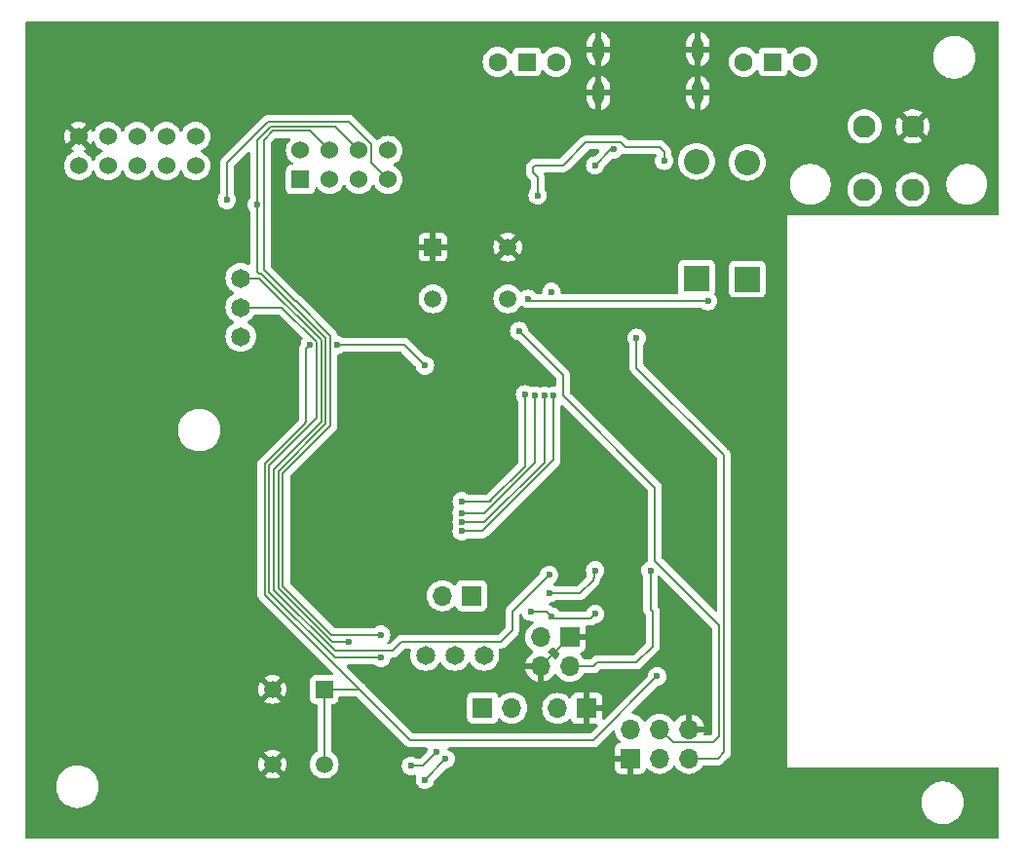
<source format=gbr>
%TF.GenerationSoftware,KiCad,Pcbnew,8.0.8*%
%TF.CreationDate,2025-03-13T10:44:27-05:00*%
%TF.ProjectId,Final Project V1,46696e61-6c20-4507-926f-6a6563742056,rev?*%
%TF.SameCoordinates,Original*%
%TF.FileFunction,Copper,L2,Bot*%
%TF.FilePolarity,Positive*%
%FSLAX46Y46*%
G04 Gerber Fmt 4.6, Leading zero omitted, Abs format (unit mm)*
G04 Created by KiCad (PCBNEW 8.0.8) date 2025-03-13 10:44:27*
%MOMM*%
%LPD*%
G01*
G04 APERTURE LIST*
%TA.AperFunction,ComponentPad*%
%ADD10R,1.498000X1.498000*%
%TD*%
%TA.AperFunction,ComponentPad*%
%ADD11C,1.498000*%
%TD*%
%TA.AperFunction,ComponentPad*%
%ADD12R,2.200000X2.200000*%
%TD*%
%TA.AperFunction,ComponentPad*%
%ADD13O,2.200000X2.200000*%
%TD*%
%TA.AperFunction,ComponentPad*%
%ADD14R,1.500000X1.500000*%
%TD*%
%TA.AperFunction,ComponentPad*%
%ADD15C,1.600000*%
%TD*%
%TA.AperFunction,HeatsinkPad*%
%ADD16C,0.600000*%
%TD*%
%TA.AperFunction,ComponentPad*%
%ADD17R,1.700000X1.700000*%
%TD*%
%TA.AperFunction,ComponentPad*%
%ADD18O,1.700000X1.700000*%
%TD*%
%TA.AperFunction,ComponentPad*%
%ADD19C,1.524000*%
%TD*%
%TA.AperFunction,ComponentPad*%
%ADD20O,1.000000X2.000000*%
%TD*%
%TA.AperFunction,ComponentPad*%
%ADD21C,1.651000*%
%TD*%
%TA.AperFunction,ComponentPad*%
%ADD22R,1.530000X1.530000*%
%TD*%
%TA.AperFunction,ComponentPad*%
%ADD23C,1.530000*%
%TD*%
%TA.AperFunction,ComponentPad*%
%ADD24C,1.955800*%
%TD*%
%TA.AperFunction,ViaPad*%
%ADD25C,0.600000*%
%TD*%
%TA.AperFunction,Conductor*%
%ADD26C,0.200000*%
%TD*%
G04 APERTURE END LIST*
D10*
%TO.P,SW6,1*%
%TO.N,Net-(U2-IO0)*%
X172250000Y-127150000D03*
D11*
%TO.P,SW6,2*%
X172250000Y-133650000D03*
%TO.P,SW6,3*%
%TO.N,GND*%
X167750000Y-127150000D03*
%TO.P,SW6,4*%
X167750000Y-133650000D03*
%TD*%
D12*
%TO.P,D2,1,K*%
%TO.N,Net-(D1-K)*%
X209000000Y-91480000D03*
D13*
%TO.P,D2,2,A*%
%TO.N,Net-(D2-A)*%
X209000000Y-81320000D03*
%TD*%
D14*
%TO.P,SW5,1,B*%
%TO.N,Net-(D2-A)*%
X211260000Y-72600000D03*
D15*
%TO.P,SW5,2,C*%
%TO.N,Net-(SW5-C)*%
X208720000Y-72600000D03*
%TO.P,SW5,3,A*%
%TO.N,unconnected-(SW5-A-Pad3)*%
X213800000Y-72600000D03*
%TD*%
D16*
%TO.P,U2,41,GND*%
%TO.N,GND*%
X203980000Y-107050000D03*
X202580000Y-107050000D03*
X204680000Y-107750000D03*
X203280000Y-107750000D03*
X201880000Y-107750000D03*
X203980000Y-108450000D03*
X202580000Y-108450000D03*
X204680000Y-109150000D03*
X203280000Y-109150000D03*
X201880000Y-109150000D03*
X203980000Y-109850000D03*
X202580000Y-109850000D03*
%TD*%
D17*
%TO.P,J3,1,Pin_1*%
%TO.N,GND*%
X193600000Y-122600000D03*
D18*
%TO.P,J3,2,Pin_2*%
%TO.N,Hall Read*%
X193600000Y-125140000D03*
%TO.P,J3,3,Pin_3*%
%TO.N,3.3V*%
X191060000Y-122600000D03*
%TO.P,J3,4,Pin_4*%
%TO.N,GND*%
X191060000Y-125140000D03*
%TD*%
D19*
%TO.P,J9,1*%
%TO.N,D4*%
X150920000Y-81619700D03*
%TO.P,J9,2*%
%TO.N,GND*%
X150920000Y-79079700D03*
%TO.P,J9,3*%
%TO.N,D6*%
X153460000Y-81619700D03*
%TO.P,J9,4*%
%TO.N,D5*%
X153460000Y-79079700D03*
%TO.P,J9,5*%
%TO.N,MCLK*%
X156000000Y-81619700D03*
%TO.P,J9,6*%
%TO.N,D7*%
X156000000Y-79079700D03*
%TO.P,J9,7*%
%TO.N,HS*%
X158540000Y-81619700D03*
%TO.P,J9,8*%
%TO.N,PCLK*%
X158540000Y-79079700D03*
%TO.P,J9,9*%
%TO.N,D0*%
X161080000Y-81619700D03*
%TO.P,J9,10*%
%TO.N,VS*%
X161080000Y-79079700D03*
%TD*%
D10*
%TO.P,SW3,1*%
%TO.N,GND*%
X181700000Y-88700000D03*
D11*
%TO.P,SW3,2*%
X188200000Y-88700000D03*
%TO.P,SW3,3*%
%TO.N,Chip_PU*%
X181700000Y-93200000D03*
%TO.P,SW3,4*%
X188200000Y-93200000D03*
%TD*%
D20*
%TO.P,USB-C1,S1,SHIELD*%
%TO.N,GND*%
X204720000Y-75300000D03*
%TO.P,USB-C1,S2,SHIELD__1*%
X196080000Y-75300000D03*
%TO.P,USB-C1,S3,SHIELD__2*%
X204720000Y-71500000D03*
%TO.P,USB-C1,S4,SHIELD__3*%
X196080000Y-71500000D03*
%TD*%
D12*
%TO.P,D1,1,K*%
%TO.N,Net-(D1-K)*%
X204600000Y-91400000D03*
D13*
%TO.P,D1,2,A*%
%TO.N,Net-(D1-A)*%
X204600000Y-81240000D03*
%TD*%
D21*
%TO.P,U4,1,G*%
%TO.N,Camera Power Signal*%
X165000000Y-91400000D03*
%TO.P,U4,2,D*%
%TO.N,Camera Power*%
X165000000Y-93940000D03*
%TO.P,U4,3,S*%
%TO.N,3.3V*%
X165000000Y-96480000D03*
%TD*%
%TO.P,U5,1,G*%
%TO.N,Motor Power Signal*%
X186140000Y-124200000D03*
%TO.P,U5,2,D*%
%TO.N,Motor Out*%
X183600000Y-124200000D03*
%TO.P,U5,3,S*%
%TO.N,3.3V*%
X181060000Y-124200000D03*
%TD*%
D17*
%TO.P,J2,1,Pin_1*%
%TO.N,GND*%
X198860000Y-133140000D03*
D18*
%TO.P,J2,2,Pin_2*%
%TO.N,RX*%
X198860000Y-130600000D03*
%TO.P,J2,3,Pin_3*%
%TO.N,TX*%
X201400000Y-133140000D03*
%TO.P,J2,4,Pin_4*%
%TO.N,DTR*%
X201400000Y-130600000D03*
%TO.P,J2,5,Pin_5*%
%TO.N,RTS*%
X203940000Y-133140000D03*
%TO.P,J2,6,Pin_6*%
%TO.N,GND*%
X203940000Y-130600000D03*
%TD*%
D17*
%TO.P,J5,1,Pin_1*%
%TO.N,Net-(J5-Pin_1)*%
X186025000Y-128750000D03*
D18*
%TO.P,J5,2,Pin_2*%
%TO.N,3.3V*%
X188565000Y-128750000D03*
%TD*%
D14*
%TO.P,SW4,1,B*%
%TO.N,Net-(SW4-B)*%
X189860000Y-72600000D03*
D15*
%TO.P,SW4,2,C*%
%TO.N,Net-(D1-A)*%
X187320000Y-72600000D03*
%TO.P,SW4,3,A*%
%TO.N,unconnected-(SW4-A-Pad3)*%
X192400000Y-72600000D03*
%TD*%
D17*
%TO.P,J4,1,Pin_1*%
%TO.N,GND*%
X195075000Y-128800000D03*
D18*
%TO.P,J4,2,Pin_2*%
%TO.N,Motor Out*%
X192535000Y-128800000D03*
%TD*%
D22*
%TO.P,J8,1,1*%
%TO.N,Camera Power*%
X170190000Y-82827500D03*
D23*
%TO.P,J8,2,2*%
X170190000Y-80287500D03*
%TO.P,J8,3,3*%
%TO.N,D1*%
X172730000Y-82827500D03*
%TO.P,J8,4,4*%
%TO.N,SDA*%
X172730000Y-80287500D03*
%TO.P,J8,5,5*%
%TO.N,D2*%
X175270000Y-82827500D03*
%TO.P,J8,6,6*%
%TO.N,SCL*%
X175270000Y-80287500D03*
%TO.P,J8,7,7*%
%TO.N,Net-(J8-Pad7)*%
X177810000Y-82827500D03*
%TO.P,J8,8,8*%
%TO.N,D3*%
X177810000Y-80287500D03*
%TD*%
D24*
%TO.P,J1,1,1*%
%TO.N,Net-(SW5-C)*%
X219200000Y-78200000D03*
%TO.P,J1,2,2*%
%TO.N,GND*%
X223399998Y-78200000D03*
%TO.P,J1,3,3*%
%TO.N,unconnected-(J1-Pad3)*%
X219200000Y-83699999D03*
%TO.P,J1,4,4*%
%TO.N,unconnected-(J1-Pad4)*%
X223399998Y-83699999D03*
%TD*%
D17*
%TO.P,J7,1,Pin_1*%
%TO.N,Net-(J7-Pin_1)*%
X185075000Y-119000000D03*
D18*
%TO.P,J7,2,Pin_2*%
%TO.N,3.3V*%
X182535000Y-119000000D03*
%TD*%
D25*
%TO.N,3.3V*%
X192000000Y-120800000D03*
X192000000Y-92600000D03*
X182800000Y-133200000D03*
X181000000Y-135000000D03*
X195800000Y-120600000D03*
X190200000Y-120400000D03*
X182000000Y-132600000D03*
X179800000Y-133800000D03*
%TO.N,GND*%
X198800000Y-91450000D03*
X210800000Y-94762500D03*
X193800000Y-89037500D03*
X167800000Y-122400000D03*
X211000000Y-101200000D03*
X203150000Y-75305000D03*
X207200000Y-133600000D03*
X178400000Y-105600000D03*
X197000000Y-120800000D03*
X197945000Y-82000000D03*
X201200000Y-89037500D03*
X163800000Y-86400000D03*
X211000000Y-118700000D03*
X196837500Y-85800000D03*
X195400000Y-126200000D03*
X181400000Y-130600000D03*
X170000000Y-124200000D03*
X199200000Y-106400000D03*
X171200000Y-119000000D03*
X208200000Y-94762500D03*
X205600000Y-130800000D03*
X192037500Y-83200000D03*
X201000000Y-107600000D03*
X198000000Y-108200000D03*
X192800000Y-80200000D03*
X180437500Y-95800000D03*
X197777815Y-75179315D03*
X173800000Y-120400000D03*
%TO.N,Net-(U2-IO0)*%
X201187500Y-126012500D03*
X171000000Y-97200000D03*
X181000000Y-99000000D03*
X173400000Y-97200000D03*
%TO.N,Chip_PU*%
X205600000Y-93400000D03*
X190000000Y-93200000D03*
%TO.N,RTS*%
X199400000Y-96600000D03*
%TO.N,DTR*%
X189200000Y-96000000D03*
%TO.N,Net-(U3-ISET)*%
X195800000Y-81600000D03*
X197400000Y-80200000D03*
%TO.N,Net-(U3-~{CHG})*%
X201800000Y-81200000D03*
X190800000Y-84200000D03*
%TO.N,Hall Read*%
X200600000Y-116800000D03*
%TO.N,D0*%
X184200000Y-113400000D03*
X192200000Y-101600000D03*
%TO.N,D1*%
X191400000Y-101600000D03*
X184200000Y-112600000D03*
%TO.N,D2*%
X184200000Y-111800000D03*
X190600000Y-101600000D03*
%TO.N,Camera Power*%
X177200000Y-124400000D03*
%TO.N,SDA*%
X177200000Y-122400000D03*
%TO.N,D3*%
X184200000Y-110800000D03*
X189700000Y-101500000D03*
%TO.N,SCL*%
X166400000Y-85000000D03*
X174400000Y-123000000D03*
%TO.N,Manual Feed*%
X195800000Y-116800000D03*
X191800000Y-118800000D03*
%TO.N,Camera Power Signal*%
X191800000Y-117200000D03*
%TO.N,Net-(J8-Pad7)*%
X163800000Y-84600000D03*
%TD*%
D26*
%TO.N,3.3V*%
X191600000Y-120400000D02*
X192000000Y-120800000D01*
X182000000Y-132600000D02*
X180800000Y-133800000D01*
X192000000Y-120800000D02*
X192200000Y-121000000D01*
X180800000Y-133800000D02*
X179800000Y-133800000D01*
X195400000Y-121000000D02*
X195800000Y-120600000D01*
X192200000Y-121000000D02*
X195400000Y-121000000D01*
X190200000Y-120400000D02*
X191600000Y-120400000D01*
X182800000Y-133200000D02*
X181000000Y-135000000D01*
%TO.N,GND*%
X191060000Y-125140000D02*
X193600000Y-122600000D01*
X193600000Y-122600000D02*
X195200000Y-122600000D01*
X195200000Y-122600000D02*
X197000000Y-120800000D01*
%TO.N,Net-(U2-IO0)*%
X170700000Y-103900000D02*
X170700000Y-97500000D01*
X177005831Y-128848529D02*
X179757302Y-131600000D01*
X177005831Y-128848529D02*
X175307302Y-127150000D01*
X177005831Y-128848529D02*
X167074500Y-118917198D01*
X195600000Y-131600000D02*
X201187500Y-126012500D01*
X172250000Y-133650000D02*
X172250000Y-127150000D01*
X170500000Y-104100000D02*
X170700000Y-103900000D01*
X179200000Y-97200000D02*
X181000000Y-99000000D01*
X175307302Y-127150000D02*
X172250000Y-127150000D01*
X179200000Y-97200000D02*
X173400000Y-97200000D01*
X179757302Y-131600000D02*
X195600000Y-131600000D01*
X170700000Y-97500000D02*
X171000000Y-97200000D01*
X167074500Y-118917198D02*
X167074500Y-107525500D01*
X167074500Y-107525500D02*
X170500000Y-104100000D01*
%TO.N,Chip_PU*%
X205600000Y-93400000D02*
X190200000Y-93400000D01*
X190200000Y-93400000D02*
X190000000Y-93200000D01*
%TO.N,RTS*%
X199400000Y-96600000D02*
X199400000Y-99200000D01*
X207000000Y-106800000D02*
X207000000Y-132600000D01*
X199400000Y-99200000D02*
X207000000Y-106800000D01*
X207000000Y-132600000D02*
X206460000Y-133140000D01*
X206460000Y-133140000D02*
X203940000Y-133140000D01*
%TO.N,DTR*%
X193000000Y-101600000D02*
X201000000Y-109600000D01*
X193000000Y-99800000D02*
X193000000Y-101600000D01*
X206600000Y-131200000D02*
X206050000Y-131750000D01*
X202550000Y-131750000D02*
X201400000Y-130600000D01*
X201000000Y-116000000D02*
X206600000Y-121600000D01*
X189200000Y-96000000D02*
X193000000Y-99800000D01*
X201000000Y-109600000D02*
X201000000Y-116000000D01*
X206600000Y-121600000D02*
X206600000Y-131200000D01*
X206050000Y-131750000D02*
X202550000Y-131750000D01*
%TO.N,Net-(U3-ISET)*%
X195800000Y-81600000D02*
X197200000Y-80200000D01*
X197200000Y-80200000D02*
X197400000Y-80200000D01*
%TO.N,Net-(U3-~{CHG})*%
X198400000Y-80000000D02*
X198000000Y-79600000D01*
X190600000Y-81600000D02*
X190400000Y-81800000D01*
X201400000Y-80000000D02*
X198400000Y-80000000D01*
X195000000Y-79600000D02*
X193000000Y-81600000D01*
X198000000Y-79600000D02*
X195000000Y-79600000D01*
X201800000Y-81200000D02*
X201800000Y-80400000D01*
X190400000Y-82200000D02*
X190800000Y-82600000D01*
X201800000Y-80400000D02*
X201400000Y-80000000D01*
X190800000Y-82600000D02*
X190800000Y-84200000D01*
X190400000Y-81800000D02*
X190400000Y-82200000D01*
X193000000Y-81600000D02*
X190600000Y-81600000D01*
%TO.N,Hall Read*%
X200800000Y-120400000D02*
X200600000Y-120200000D01*
X200800000Y-123400000D02*
X200800000Y-120400000D01*
X196000000Y-124800000D02*
X199400000Y-124800000D01*
X195660000Y-125140000D02*
X193600000Y-125140000D01*
X199400000Y-124800000D02*
X200800000Y-123400000D01*
X196000000Y-124800000D02*
X195660000Y-125140000D01*
X200600000Y-116800000D02*
X200600000Y-120200000D01*
%TO.N,D0*%
X186000000Y-113400000D02*
X184200000Y-113400000D01*
X192200000Y-107200000D02*
X186000000Y-113400000D01*
X192200000Y-101600000D02*
X192200000Y-107200000D01*
%TO.N,D1*%
X191400000Y-101600000D02*
X191400000Y-107400000D01*
X191400000Y-107400000D02*
X186200000Y-112600000D01*
X186200000Y-112600000D02*
X184200000Y-112600000D01*
%TO.N,D2*%
X190600000Y-107400000D02*
X186200000Y-111800000D01*
X190600000Y-101600000D02*
X190600000Y-107400000D01*
X186200000Y-111800000D02*
X184200000Y-111800000D01*
%TO.N,Camera Power*%
X173200000Y-124400000D02*
X167474500Y-118674500D01*
X168588529Y-93940000D02*
X165000000Y-93940000D01*
X177200000Y-124400000D02*
X173200000Y-124400000D01*
X171600000Y-96951471D02*
X168588529Y-93940000D01*
X167474500Y-107691186D02*
X171600000Y-103565686D01*
X167474500Y-118674500D02*
X167474500Y-107691186D01*
X171600000Y-103565686D02*
X171600000Y-96951471D01*
%TO.N,SDA*%
X172800000Y-104205872D02*
X172800000Y-96400000D01*
X168674500Y-108331372D02*
X172800000Y-104205872D01*
X168674500Y-118177442D02*
X168674500Y-108331372D01*
X167800000Y-78600000D02*
X171042500Y-78600000D01*
X172800000Y-96400000D02*
X169800000Y-93400000D01*
X171042500Y-78600000D02*
X172730000Y-80287500D01*
X169765686Y-93400000D02*
X167000000Y-90634314D01*
X172897058Y-122400000D02*
X168674500Y-118177442D01*
X169800000Y-93400000D02*
X169765686Y-93400000D01*
X167000000Y-90634314D02*
X167000000Y-79400000D01*
X177200000Y-122400000D02*
X172897058Y-122400000D01*
X167000000Y-79400000D02*
X167800000Y-78600000D01*
%TO.N,D3*%
X189700000Y-101500000D02*
X189700000Y-107734314D01*
X186634314Y-110800000D02*
X184200000Y-110800000D01*
X186617157Y-110817157D02*
X186717157Y-110717157D01*
X186717157Y-110717157D02*
X186634314Y-110800000D01*
X189700000Y-107734314D02*
X186617157Y-110817157D01*
%TO.N,SCL*%
X168274500Y-118343128D02*
X168274500Y-108165686D01*
X172400000Y-96600000D02*
X166800000Y-91000000D01*
X166800000Y-91000000D02*
X166600000Y-91000000D01*
X166400000Y-85000000D02*
X166400000Y-79434315D01*
X173182500Y-78200000D02*
X175270000Y-80287500D01*
X174400000Y-123000000D02*
X172931372Y-123000000D01*
X166600000Y-91000000D02*
X166400000Y-90800000D01*
X166400000Y-79434315D02*
X167634315Y-78200000D01*
X172931372Y-123000000D02*
X168274500Y-118343128D01*
X167634315Y-78200000D02*
X173182500Y-78200000D01*
X168274500Y-108165686D02*
X172400000Y-104040186D01*
X166400000Y-90800000D02*
X166400000Y-85000000D01*
X172400000Y-104040186D02*
X172400000Y-96600000D01*
%TO.N,Manual Feed*%
X195600000Y-117648529D02*
X195800000Y-116800000D01*
X194448529Y-118800000D02*
X195600000Y-117648529D01*
X195800000Y-116800000D02*
X195600000Y-116800000D01*
X191800000Y-118800000D02*
X194448529Y-118800000D01*
%TO.N,Camera Power Signal*%
X179000000Y-123000000D02*
X178200000Y-123800000D01*
X172000000Y-103874500D02*
X172000000Y-96785785D01*
X178200000Y-123800000D02*
X173165686Y-123800000D01*
X187600000Y-123000000D02*
X179000000Y-123000000D01*
X191800000Y-117200000D02*
X188600000Y-120400000D01*
X166614215Y-91400000D02*
X165000000Y-91400000D01*
X173165686Y-123800000D02*
X167874500Y-118508814D01*
X188600000Y-120400000D02*
X188600000Y-122000000D01*
X167874500Y-118508814D02*
X167874500Y-108000000D01*
X167874500Y-108000000D02*
X172000000Y-103874500D01*
X172000000Y-96785785D02*
X166614215Y-91400000D01*
X188600000Y-122000000D02*
X187600000Y-123000000D01*
%TO.N,Net-(J8-Pad7)*%
X167400000Y-77800000D02*
X163800000Y-81400000D01*
X176335000Y-81352500D02*
X176335000Y-79735000D01*
X163800000Y-81400000D02*
X163800000Y-84600000D01*
X176335000Y-79735000D02*
X174400000Y-77800000D01*
X174400000Y-77800000D02*
X167400000Y-77800000D01*
X177810000Y-82827500D02*
X176335000Y-81352500D01*
%TD*%
%TA.AperFunction,Conductor*%
%TO.N,GND*%
G36*
X201418448Y-117268268D02*
G01*
X201425896Y-117275131D01*
X205963181Y-121812416D01*
X205996666Y-121873739D01*
X205999500Y-121900097D01*
X205999500Y-130899903D01*
X205979815Y-130966942D01*
X205963181Y-130987584D01*
X205837584Y-131113181D01*
X205776261Y-131146666D01*
X205749903Y-131149500D01*
X205351985Y-131149500D01*
X205284946Y-131129815D01*
X205239191Y-131077011D01*
X205229247Y-131007853D01*
X205232210Y-130993406D01*
X205270636Y-130850000D01*
X204373012Y-130850000D01*
X204405925Y-130792993D01*
X204440000Y-130665826D01*
X204440000Y-130534174D01*
X204405925Y-130407007D01*
X204373012Y-130350000D01*
X205270636Y-130350000D01*
X205270635Y-130349999D01*
X205213432Y-130136513D01*
X205213429Y-130136507D01*
X205113600Y-129922422D01*
X205113599Y-129922420D01*
X204978113Y-129728926D01*
X204978108Y-129728920D01*
X204811082Y-129561894D01*
X204617578Y-129426399D01*
X204403492Y-129326570D01*
X204403486Y-129326567D01*
X204190000Y-129269364D01*
X204190000Y-130166988D01*
X204132993Y-130134075D01*
X204005826Y-130100000D01*
X203874174Y-130100000D01*
X203747007Y-130134075D01*
X203690000Y-130166988D01*
X203690000Y-129269364D01*
X203689999Y-129269364D01*
X203476513Y-129326567D01*
X203476507Y-129326570D01*
X203262422Y-129426399D01*
X203262420Y-129426400D01*
X203068926Y-129561886D01*
X203068920Y-129561891D01*
X202901891Y-129728920D01*
X202901890Y-129728922D01*
X202771880Y-129914595D01*
X202717303Y-129958219D01*
X202647804Y-129965412D01*
X202585450Y-129933890D01*
X202568730Y-129914594D01*
X202438494Y-129728597D01*
X202271402Y-129561506D01*
X202271395Y-129561501D01*
X202077834Y-129425967D01*
X202077830Y-129425965D01*
X202010705Y-129394664D01*
X201863663Y-129326097D01*
X201863659Y-129326096D01*
X201863655Y-129326094D01*
X201635413Y-129264938D01*
X201635403Y-129264936D01*
X201400001Y-129244341D01*
X201399999Y-129244341D01*
X201164596Y-129264936D01*
X201164586Y-129264938D01*
X200936344Y-129326094D01*
X200936337Y-129326096D01*
X200936337Y-129326097D01*
X200930004Y-129329050D01*
X200722171Y-129425964D01*
X200722169Y-129425965D01*
X200528597Y-129561505D01*
X200361505Y-129728597D01*
X200231575Y-129914158D01*
X200176998Y-129957783D01*
X200107500Y-129964977D01*
X200045145Y-129933454D01*
X200028425Y-129914158D01*
X199898494Y-129728597D01*
X199731402Y-129561506D01*
X199731395Y-129561501D01*
X199537834Y-129425967D01*
X199537830Y-129425965D01*
X199470705Y-129394664D01*
X199323663Y-129326097D01*
X199323659Y-129326096D01*
X199323655Y-129326094D01*
X199095413Y-129264938D01*
X199095403Y-129264936D01*
X199074230Y-129263084D01*
X199009161Y-129237630D01*
X198968184Y-129181039D01*
X198964307Y-129111277D01*
X198997356Y-129051877D01*
X201206035Y-126843198D01*
X201267356Y-126809715D01*
X201279811Y-126807663D01*
X201366755Y-126797868D01*
X201537022Y-126738289D01*
X201689762Y-126642316D01*
X201817316Y-126514762D01*
X201913289Y-126362022D01*
X201972868Y-126191755D01*
X201974362Y-126178495D01*
X201993065Y-126012503D01*
X201993065Y-126012496D01*
X201972869Y-125833250D01*
X201972868Y-125833245D01*
X201940415Y-125740500D01*
X201913289Y-125662978D01*
X201817316Y-125510238D01*
X201689762Y-125382684D01*
X201678182Y-125375408D01*
X201537023Y-125286711D01*
X201366754Y-125227131D01*
X201366749Y-125227130D01*
X201187504Y-125206935D01*
X201187496Y-125206935D01*
X201008250Y-125227130D01*
X201008245Y-125227131D01*
X200837976Y-125286711D01*
X200685237Y-125382684D01*
X200557684Y-125510237D01*
X200461711Y-125662977D01*
X200402130Y-125833250D01*
X200392337Y-125920168D01*
X200365270Y-125984582D01*
X200356798Y-125993965D01*
X196636681Y-129714083D01*
X196575358Y-129747568D01*
X196505666Y-129742584D01*
X196449733Y-129700712D01*
X196425316Y-129635248D01*
X196425000Y-129626402D01*
X196425000Y-129050000D01*
X195508012Y-129050000D01*
X195540925Y-128992993D01*
X195575000Y-128865826D01*
X195575000Y-128734174D01*
X195540925Y-128607007D01*
X195508012Y-128550000D01*
X196425000Y-128550000D01*
X196425000Y-127902172D01*
X196424999Y-127902155D01*
X196418598Y-127842627D01*
X196418596Y-127842620D01*
X196368354Y-127707913D01*
X196368350Y-127707906D01*
X196282190Y-127592812D01*
X196282187Y-127592809D01*
X196167093Y-127506649D01*
X196167086Y-127506645D01*
X196032379Y-127456403D01*
X196032372Y-127456401D01*
X195972844Y-127450000D01*
X195325000Y-127450000D01*
X195325000Y-128366988D01*
X195267993Y-128334075D01*
X195140826Y-128300000D01*
X195009174Y-128300000D01*
X194882007Y-128334075D01*
X194825000Y-128366988D01*
X194825000Y-127450000D01*
X194177155Y-127450000D01*
X194117627Y-127456401D01*
X194117620Y-127456403D01*
X193982913Y-127506645D01*
X193982906Y-127506649D01*
X193867812Y-127592809D01*
X193867809Y-127592812D01*
X193781649Y-127707906D01*
X193781645Y-127707913D01*
X193732578Y-127839470D01*
X193690707Y-127895404D01*
X193625242Y-127919821D01*
X193556969Y-127904969D01*
X193528715Y-127883819D01*
X193478326Y-127833430D01*
X193406401Y-127761505D01*
X193406397Y-127761502D01*
X193406396Y-127761501D01*
X193212834Y-127625967D01*
X193212830Y-127625965D01*
X193141727Y-127592809D01*
X192998663Y-127526097D01*
X192998659Y-127526096D01*
X192998655Y-127526094D01*
X192770413Y-127464938D01*
X192770403Y-127464936D01*
X192535001Y-127444341D01*
X192534999Y-127444341D01*
X192299596Y-127464936D01*
X192299586Y-127464938D01*
X192071344Y-127526094D01*
X192071335Y-127526098D01*
X191857171Y-127625964D01*
X191857169Y-127625965D01*
X191663597Y-127761505D01*
X191496505Y-127928597D01*
X191360965Y-128122169D01*
X191360964Y-128122171D01*
X191261098Y-128336335D01*
X191261094Y-128336344D01*
X191199938Y-128564586D01*
X191199936Y-128564596D01*
X191179341Y-128799999D01*
X191179341Y-128800000D01*
X191199936Y-129035403D01*
X191199938Y-129035413D01*
X191261094Y-129263655D01*
X191261096Y-129263659D01*
X191261097Y-129263663D01*
X191360965Y-129477830D01*
X191360967Y-129477834D01*
X191419825Y-129561891D01*
X191496505Y-129671401D01*
X191663599Y-129838495D01*
X191740138Y-129892088D01*
X191857165Y-129974032D01*
X191857167Y-129974033D01*
X191857170Y-129974035D01*
X192071337Y-130073903D01*
X192299592Y-130135063D01*
X192470319Y-130150000D01*
X192534999Y-130155659D01*
X192535000Y-130155659D01*
X192535001Y-130155659D01*
X192599681Y-130150000D01*
X192770408Y-130135063D01*
X192998663Y-130073903D01*
X193212830Y-129974035D01*
X193406401Y-129838495D01*
X193528717Y-129716178D01*
X193590036Y-129682696D01*
X193659728Y-129687680D01*
X193715662Y-129729551D01*
X193732577Y-129760528D01*
X193781646Y-129892088D01*
X193781649Y-129892093D01*
X193867809Y-130007187D01*
X193867812Y-130007190D01*
X193982906Y-130093350D01*
X193982913Y-130093354D01*
X194117620Y-130143596D01*
X194117627Y-130143598D01*
X194177155Y-130149999D01*
X194177172Y-130150000D01*
X194825000Y-130150000D01*
X194825000Y-129233012D01*
X194882007Y-129265925D01*
X195009174Y-129300000D01*
X195140826Y-129300000D01*
X195267993Y-129265925D01*
X195325000Y-129233012D01*
X195325000Y-130150000D01*
X195901403Y-130150000D01*
X195968442Y-130169685D01*
X196014197Y-130222489D01*
X196024141Y-130291647D01*
X195995116Y-130355203D01*
X195989084Y-130361681D01*
X195387584Y-130963181D01*
X195326261Y-130996666D01*
X195299903Y-130999500D01*
X180057400Y-130999500D01*
X179990361Y-130979815D01*
X179969719Y-130963181D01*
X177493421Y-128486884D01*
X177493419Y-128486881D01*
X176858673Y-127852135D01*
X184674500Y-127852135D01*
X184674500Y-129647870D01*
X184674501Y-129647876D01*
X184680908Y-129707483D01*
X184731202Y-129842328D01*
X184731206Y-129842335D01*
X184817452Y-129957544D01*
X184817455Y-129957547D01*
X184932664Y-130043793D01*
X184932671Y-130043797D01*
X185067517Y-130094091D01*
X185067516Y-130094091D01*
X185074444Y-130094835D01*
X185127127Y-130100500D01*
X186922872Y-130100499D01*
X186982483Y-130094091D01*
X187117331Y-130043796D01*
X187232546Y-129957546D01*
X187318796Y-129842331D01*
X187367810Y-129710916D01*
X187409681Y-129654984D01*
X187475145Y-129630566D01*
X187543418Y-129645417D01*
X187571673Y-129666569D01*
X187693599Y-129788495D01*
X187790384Y-129856265D01*
X187887165Y-129924032D01*
X187887167Y-129924033D01*
X187887170Y-129924035D01*
X188101337Y-130023903D01*
X188329592Y-130085063D01*
X188506034Y-130100500D01*
X188564999Y-130105659D01*
X188565000Y-130105659D01*
X188565001Y-130105659D01*
X188623966Y-130100500D01*
X188800408Y-130085063D01*
X189028663Y-130023903D01*
X189242830Y-129924035D01*
X189436401Y-129788495D01*
X189603495Y-129621401D01*
X189739035Y-129427830D01*
X189838903Y-129213663D01*
X189900063Y-128985408D01*
X189920659Y-128750000D01*
X189900063Y-128514592D01*
X189838903Y-128286337D01*
X189739035Y-128072171D01*
X189693040Y-128006482D01*
X189603494Y-127878597D01*
X189436402Y-127711506D01*
X189436395Y-127711501D01*
X189242834Y-127575967D01*
X189242830Y-127575965D01*
X189178780Y-127546098D01*
X189028663Y-127476097D01*
X189028659Y-127476096D01*
X189028655Y-127476094D01*
X188800413Y-127414938D01*
X188800403Y-127414936D01*
X188565001Y-127394341D01*
X188564999Y-127394341D01*
X188329596Y-127414936D01*
X188329586Y-127414938D01*
X188101344Y-127476094D01*
X188101335Y-127476098D01*
X187887171Y-127575964D01*
X187887169Y-127575965D01*
X187693600Y-127711503D01*
X187571673Y-127833430D01*
X187510350Y-127866914D01*
X187440658Y-127861930D01*
X187384725Y-127820058D01*
X187367810Y-127789081D01*
X187318797Y-127657671D01*
X187318793Y-127657664D01*
X187232547Y-127542455D01*
X187232544Y-127542452D01*
X187117335Y-127456206D01*
X187117328Y-127456202D01*
X186982482Y-127405908D01*
X186982483Y-127405908D01*
X186922883Y-127399501D01*
X186922881Y-127399500D01*
X186922873Y-127399500D01*
X186922864Y-127399500D01*
X185127129Y-127399500D01*
X185127123Y-127399501D01*
X185067516Y-127405908D01*
X184932671Y-127456202D01*
X184932664Y-127456206D01*
X184817455Y-127542452D01*
X184817452Y-127542455D01*
X184731206Y-127657664D01*
X184731202Y-127657671D01*
X184680908Y-127792517D01*
X184674501Y-127852116D01*
X184674500Y-127852135D01*
X176858673Y-127852135D01*
X175794892Y-126788355D01*
X175794889Y-126788351D01*
X175794889Y-126788352D01*
X175787822Y-126781285D01*
X175787822Y-126781284D01*
X175676018Y-126669480D01*
X175676017Y-126669479D01*
X175671687Y-126665149D01*
X175671676Y-126665139D01*
X174218718Y-125212181D01*
X174185233Y-125150858D01*
X174190217Y-125081166D01*
X174232089Y-125025233D01*
X174297553Y-125000816D01*
X174306399Y-125000500D01*
X176617588Y-125000500D01*
X176684627Y-125020185D01*
X176694903Y-125027555D01*
X176697736Y-125029814D01*
X176697738Y-125029816D01*
X176850478Y-125125789D01*
X177020745Y-125185368D01*
X177020750Y-125185369D01*
X177199996Y-125205565D01*
X177200000Y-125205565D01*
X177200004Y-125205565D01*
X177379249Y-125185369D01*
X177379252Y-125185368D01*
X177379255Y-125185368D01*
X177549522Y-125125789D01*
X177702262Y-125029816D01*
X177829816Y-124902262D01*
X177925789Y-124749522D01*
X177985368Y-124579255D01*
X177985369Y-124579249D01*
X177993102Y-124510618D01*
X178020168Y-124446204D01*
X178077763Y-124406649D01*
X178116322Y-124400501D01*
X178279054Y-124400501D01*
X178279057Y-124400501D01*
X178431785Y-124359577D01*
X178481904Y-124330639D01*
X178568716Y-124280520D01*
X178680520Y-124168716D01*
X178680520Y-124168714D01*
X178690728Y-124158507D01*
X178690729Y-124158504D01*
X179212416Y-123636819D01*
X179273739Y-123603334D01*
X179300097Y-123600500D01*
X179686259Y-123600500D01*
X179753298Y-123620185D01*
X179799053Y-123672989D01*
X179808997Y-123742147D01*
X179806034Y-123756593D01*
X179749158Y-123968857D01*
X179749156Y-123968867D01*
X179728935Y-124199999D01*
X179728935Y-124200000D01*
X179749156Y-124431132D01*
X179749158Y-124431142D01*
X179809205Y-124655243D01*
X179809207Y-124655247D01*
X179809208Y-124655251D01*
X179817986Y-124674075D01*
X179907263Y-124865532D01*
X179907264Y-124865533D01*
X180040345Y-125055592D01*
X180204408Y-125219655D01*
X180394467Y-125352736D01*
X180604749Y-125450792D01*
X180828863Y-125510843D01*
X181013772Y-125527020D01*
X181059999Y-125531065D01*
X181060000Y-125531065D01*
X181060001Y-125531065D01*
X181098522Y-125527694D01*
X181291137Y-125510843D01*
X181515251Y-125450792D01*
X181725533Y-125352736D01*
X181915592Y-125219655D01*
X182079655Y-125055592D01*
X182212736Y-124865533D01*
X182217617Y-124855064D01*
X182263788Y-124802624D01*
X182330981Y-124783471D01*
X182397863Y-124803685D01*
X182442382Y-124855064D01*
X182447264Y-124865533D01*
X182580345Y-125055592D01*
X182744408Y-125219655D01*
X182934467Y-125352736D01*
X183144749Y-125450792D01*
X183368863Y-125510843D01*
X183553772Y-125527020D01*
X183599999Y-125531065D01*
X183600000Y-125531065D01*
X183600001Y-125531065D01*
X183638522Y-125527694D01*
X183831137Y-125510843D01*
X184055251Y-125450792D01*
X184265533Y-125352736D01*
X184455592Y-125219655D01*
X184619655Y-125055592D01*
X184752736Y-124865533D01*
X184757617Y-124855064D01*
X184803788Y-124802624D01*
X184870981Y-124783471D01*
X184937863Y-124803685D01*
X184982382Y-124855064D01*
X184987264Y-124865533D01*
X185120345Y-125055592D01*
X185284408Y-125219655D01*
X185474467Y-125352736D01*
X185684749Y-125450792D01*
X185908863Y-125510843D01*
X186093772Y-125527020D01*
X186139999Y-125531065D01*
X186140000Y-125531065D01*
X186140001Y-125531065D01*
X186178522Y-125527694D01*
X186371137Y-125510843D01*
X186595251Y-125450792D01*
X186805533Y-125352736D01*
X186995592Y-125219655D01*
X187159655Y-125055592D01*
X187292736Y-124865533D01*
X187390792Y-124655251D01*
X187450843Y-124431137D01*
X187471065Y-124200000D01*
X187450843Y-123968863D01*
X187393966Y-123756593D01*
X187395629Y-123686744D01*
X187434792Y-123628882D01*
X187499020Y-123601378D01*
X187513741Y-123600501D01*
X187679054Y-123600501D01*
X187679057Y-123600501D01*
X187831785Y-123559577D01*
X187881904Y-123530639D01*
X187968716Y-123480520D01*
X188080520Y-123368716D01*
X188080520Y-123368714D01*
X188090728Y-123358507D01*
X188090729Y-123358504D01*
X189080520Y-122368716D01*
X189159577Y-122231784D01*
X189200501Y-122079057D01*
X189200501Y-121920942D01*
X189200501Y-121913347D01*
X189200500Y-121913329D01*
X189200500Y-120700096D01*
X189220185Y-120633057D01*
X189236815Y-120612419D01*
X189237593Y-120611641D01*
X189298915Y-120578157D01*
X189368607Y-120583141D01*
X189424540Y-120625013D01*
X189442315Y-120658369D01*
X189474210Y-120749521D01*
X189570184Y-120902262D01*
X189697738Y-121029816D01*
X189850478Y-121125789D01*
X190002301Y-121178914D01*
X190020745Y-121185368D01*
X190020750Y-121185369D01*
X190199996Y-121205565D01*
X190200000Y-121205565D01*
X190200003Y-121205565D01*
X190310091Y-121193161D01*
X190378913Y-121205215D01*
X190430293Y-121252564D01*
X190447917Y-121320175D01*
X190426191Y-121386581D01*
X190385980Y-121423765D01*
X190382173Y-121425962D01*
X190188597Y-121561505D01*
X190021505Y-121728597D01*
X189885965Y-121922169D01*
X189885964Y-121922171D01*
X189786098Y-122136335D01*
X189786094Y-122136344D01*
X189724938Y-122364586D01*
X189724936Y-122364596D01*
X189704341Y-122599999D01*
X189704341Y-122600000D01*
X189724936Y-122835403D01*
X189724938Y-122835413D01*
X189786094Y-123063655D01*
X189786096Y-123063659D01*
X189786097Y-123063663D01*
X189849439Y-123199500D01*
X189885965Y-123277830D01*
X189885967Y-123277834D01*
X189949602Y-123368713D01*
X190021505Y-123471401D01*
X190188599Y-123638495D01*
X190374572Y-123768715D01*
X190374594Y-123768730D01*
X190418219Y-123823307D01*
X190425413Y-123892805D01*
X190393890Y-123955160D01*
X190374595Y-123971880D01*
X190188922Y-124101890D01*
X190188920Y-124101891D01*
X190021891Y-124268920D01*
X190021886Y-124268926D01*
X189886400Y-124462420D01*
X189886399Y-124462422D01*
X189786570Y-124676507D01*
X189786567Y-124676513D01*
X189729364Y-124889999D01*
X189729364Y-124890000D01*
X190626988Y-124890000D01*
X190594075Y-124947007D01*
X190560000Y-125074174D01*
X190560000Y-125205826D01*
X190594075Y-125332993D01*
X190626988Y-125390000D01*
X189729364Y-125390000D01*
X189786567Y-125603486D01*
X189786570Y-125603492D01*
X189886399Y-125817578D01*
X190021894Y-126011082D01*
X190188917Y-126178105D01*
X190382421Y-126313600D01*
X190596507Y-126413429D01*
X190596516Y-126413433D01*
X190810000Y-126470634D01*
X190810000Y-125573012D01*
X190867007Y-125605925D01*
X190994174Y-125640000D01*
X191125826Y-125640000D01*
X191252993Y-125605925D01*
X191310000Y-125573012D01*
X191310000Y-126470633D01*
X191523483Y-126413433D01*
X191523492Y-126413429D01*
X191737578Y-126313600D01*
X191931082Y-126178105D01*
X192098105Y-126011082D01*
X192228119Y-125825405D01*
X192282696Y-125781781D01*
X192352195Y-125774588D01*
X192414549Y-125806110D01*
X192431269Y-125825405D01*
X192561505Y-126011401D01*
X192728599Y-126178495D01*
X192825384Y-126246265D01*
X192922165Y-126314032D01*
X192922167Y-126314033D01*
X192922170Y-126314035D01*
X193136337Y-126413903D01*
X193364592Y-126475063D01*
X193552918Y-126491539D01*
X193599999Y-126495659D01*
X193600000Y-126495659D01*
X193600001Y-126495659D01*
X193639234Y-126492226D01*
X193835408Y-126475063D01*
X194063663Y-126413903D01*
X194277830Y-126314035D01*
X194471401Y-126178495D01*
X194638495Y-126011401D01*
X194774035Y-125817830D01*
X194776707Y-125812097D01*
X194822878Y-125759658D01*
X194889091Y-125740500D01*
X195573331Y-125740500D01*
X195573347Y-125740501D01*
X195580943Y-125740501D01*
X195739054Y-125740501D01*
X195739057Y-125740501D01*
X195891785Y-125699577D01*
X195955176Y-125662978D01*
X196028716Y-125620520D01*
X196140520Y-125508716D01*
X196140521Y-125508714D01*
X196212418Y-125436816D01*
X196273740Y-125403334D01*
X196300097Y-125400500D01*
X199313331Y-125400500D01*
X199313347Y-125400501D01*
X199320943Y-125400501D01*
X199479054Y-125400501D01*
X199479057Y-125400501D01*
X199631785Y-125359577D01*
X199681904Y-125330639D01*
X199768716Y-125280520D01*
X199880520Y-125168716D01*
X199880520Y-125168714D01*
X199890728Y-125158507D01*
X199890730Y-125158504D01*
X201158506Y-123890728D01*
X201158511Y-123890724D01*
X201168714Y-123880520D01*
X201168716Y-123880520D01*
X201280520Y-123768716D01*
X201335082Y-123674211D01*
X201359577Y-123631785D01*
X201400501Y-123479057D01*
X201400501Y-123320943D01*
X201400501Y-123313348D01*
X201400500Y-123313330D01*
X201400500Y-120489060D01*
X201400501Y-120489047D01*
X201400501Y-120320944D01*
X201389277Y-120279057D01*
X201359577Y-120168216D01*
X201327889Y-120113330D01*
X201280524Y-120031290D01*
X201280521Y-120031286D01*
X201280520Y-120031284D01*
X201236819Y-119987583D01*
X201203334Y-119926260D01*
X201200500Y-119899902D01*
X201200500Y-117382412D01*
X201220185Y-117315373D01*
X201227555Y-117305097D01*
X201229812Y-117302266D01*
X201229816Y-117302262D01*
X201233218Y-117296846D01*
X201285545Y-117250554D01*
X201354597Y-117239899D01*
X201418448Y-117268268D01*
G37*
%TD.AperFunction*%
%TA.AperFunction,Conductor*%
G36*
X192184728Y-123487680D02*
G01*
X192240662Y-123529551D01*
X192257577Y-123560528D01*
X192306646Y-123692088D01*
X192306649Y-123692093D01*
X192392809Y-123807187D01*
X192392812Y-123807190D01*
X192507906Y-123893350D01*
X192507913Y-123893354D01*
X192639470Y-123942421D01*
X192695403Y-123984292D01*
X192719821Y-124049756D01*
X192704970Y-124118029D01*
X192683819Y-124146284D01*
X192561505Y-124268598D01*
X192431269Y-124454595D01*
X192376692Y-124498219D01*
X192307193Y-124505412D01*
X192244839Y-124473890D01*
X192228119Y-124454594D01*
X192098113Y-124268926D01*
X192098108Y-124268920D01*
X191931078Y-124101890D01*
X191745405Y-123971879D01*
X191701780Y-123917302D01*
X191694588Y-123847804D01*
X191726110Y-123785449D01*
X191745406Y-123768730D01*
X191745426Y-123768716D01*
X191931401Y-123638495D01*
X192053717Y-123516178D01*
X192115036Y-123482696D01*
X192184728Y-123487680D01*
G37*
%TD.AperFunction*%
%TA.AperFunction,Conductor*%
G36*
X151971741Y-79777888D02*
G01*
X152017094Y-79713117D01*
X152017095Y-79713116D01*
X152077340Y-79583919D01*
X152123512Y-79531480D01*
X152190706Y-79512327D01*
X152257587Y-79532542D01*
X152302105Y-79583918D01*
X152362466Y-79713362D01*
X152362468Y-79713366D01*
X152489170Y-79894315D01*
X152489175Y-79894321D01*
X152645378Y-80050524D01*
X152645384Y-80050529D01*
X152826333Y-80177231D01*
X152826335Y-80177232D01*
X152826338Y-80177234D01*
X152882310Y-80203334D01*
X152955189Y-80237318D01*
X153007628Y-80283490D01*
X153026780Y-80350684D01*
X153006564Y-80417565D01*
X152955189Y-80462082D01*
X152826340Y-80522165D01*
X152826338Y-80522166D01*
X152645377Y-80648875D01*
X152489175Y-80805077D01*
X152362466Y-80986038D01*
X152362465Y-80986040D01*
X152302382Y-81114889D01*
X152256209Y-81167328D01*
X152189016Y-81186480D01*
X152122135Y-81166264D01*
X152077618Y-81114889D01*
X152056150Y-81068852D01*
X152017534Y-80986039D01*
X151922614Y-80850478D01*
X151890827Y-80805081D01*
X151813562Y-80727816D01*
X151734620Y-80648874D01*
X151734616Y-80648871D01*
X151734615Y-80648870D01*
X151553666Y-80522168D01*
X151553662Y-80522166D01*
X151424218Y-80461805D01*
X151371779Y-80415632D01*
X151352627Y-80348439D01*
X151372843Y-80281558D01*
X151424219Y-80237040D01*
X151553416Y-80176795D01*
X151553417Y-80176794D01*
X151618188Y-80131441D01*
X151055942Y-79569194D01*
X151116081Y-79553081D01*
X151231920Y-79486202D01*
X151326502Y-79391620D01*
X151393381Y-79275781D01*
X151409495Y-79215642D01*
X151971741Y-79777888D01*
G37*
%TD.AperFunction*%
%TA.AperFunction,Conductor*%
G36*
X230842539Y-69120185D02*
G01*
X230888294Y-69172989D01*
X230899500Y-69224500D01*
X230899500Y-85826000D01*
X230879815Y-85893039D01*
X230827011Y-85938794D01*
X230775500Y-85950000D01*
X212490000Y-85950000D01*
X212490000Y-133950000D01*
X230775500Y-133950000D01*
X230842539Y-133969685D01*
X230888294Y-134022489D01*
X230899500Y-134074000D01*
X230899500Y-139975500D01*
X230879815Y-140042539D01*
X230827011Y-140088294D01*
X230775500Y-140099500D01*
X146424500Y-140099500D01*
X146357461Y-140079815D01*
X146311706Y-140027011D01*
X146300500Y-139975500D01*
X146300500Y-135478711D01*
X148949500Y-135478711D01*
X148949500Y-135721288D01*
X148981161Y-135961785D01*
X149043947Y-136196104D01*
X149130017Y-136403895D01*
X149136776Y-136420212D01*
X149258064Y-136630289D01*
X149258066Y-136630292D01*
X149258067Y-136630293D01*
X149405733Y-136822736D01*
X149405739Y-136822743D01*
X149577256Y-136994260D01*
X149577262Y-136994265D01*
X149769711Y-137141936D01*
X149979788Y-137263224D01*
X150203900Y-137356054D01*
X150438211Y-137418838D01*
X150618586Y-137442584D01*
X150678711Y-137450500D01*
X150678712Y-137450500D01*
X150921289Y-137450500D01*
X150969388Y-137444167D01*
X151161789Y-137418838D01*
X151396100Y-137356054D01*
X151620212Y-137263224D01*
X151830289Y-137141936D01*
X152022738Y-136994265D01*
X152138292Y-136878711D01*
X224149500Y-136878711D01*
X224149500Y-137121288D01*
X224181161Y-137361785D01*
X224243947Y-137596104D01*
X224336773Y-137820205D01*
X224336776Y-137820212D01*
X224458064Y-138030289D01*
X224458066Y-138030292D01*
X224458067Y-138030293D01*
X224605733Y-138222736D01*
X224605739Y-138222743D01*
X224777256Y-138394260D01*
X224777262Y-138394265D01*
X224969711Y-138541936D01*
X225179788Y-138663224D01*
X225403900Y-138756054D01*
X225638211Y-138818838D01*
X225818586Y-138842584D01*
X225878711Y-138850500D01*
X225878712Y-138850500D01*
X226121289Y-138850500D01*
X226169388Y-138844167D01*
X226361789Y-138818838D01*
X226596100Y-138756054D01*
X226820212Y-138663224D01*
X227030289Y-138541936D01*
X227222738Y-138394265D01*
X227394265Y-138222738D01*
X227541936Y-138030289D01*
X227663224Y-137820212D01*
X227756054Y-137596100D01*
X227818838Y-137361789D01*
X227850500Y-137121288D01*
X227850500Y-136878712D01*
X227818838Y-136638211D01*
X227756054Y-136403900D01*
X227663224Y-136179788D01*
X227541936Y-135969711D01*
X227394265Y-135777262D01*
X227394260Y-135777256D01*
X227222743Y-135605739D01*
X227222736Y-135605733D01*
X227030293Y-135458067D01*
X227030292Y-135458066D01*
X227030289Y-135458064D01*
X226858661Y-135358974D01*
X226820214Y-135336777D01*
X226820205Y-135336773D01*
X226596104Y-135243947D01*
X226361785Y-135181161D01*
X226121289Y-135149500D01*
X226121288Y-135149500D01*
X225878712Y-135149500D01*
X225878711Y-135149500D01*
X225638214Y-135181161D01*
X225403895Y-135243947D01*
X225179794Y-135336773D01*
X225179785Y-135336777D01*
X224969706Y-135458067D01*
X224777263Y-135605733D01*
X224777256Y-135605739D01*
X224605739Y-135777256D01*
X224605733Y-135777263D01*
X224458067Y-135969706D01*
X224336777Y-136179785D01*
X224336773Y-136179794D01*
X224243947Y-136403895D01*
X224181161Y-136638214D01*
X224149500Y-136878711D01*
X152138292Y-136878711D01*
X152194265Y-136822738D01*
X152341936Y-136630289D01*
X152463224Y-136420212D01*
X152556054Y-136196100D01*
X152618838Y-135961789D01*
X152650500Y-135721288D01*
X152650500Y-135478712D01*
X152618838Y-135238211D01*
X152556054Y-135003900D01*
X152463224Y-134779788D01*
X152341936Y-134569711D01*
X152194265Y-134377262D01*
X152194260Y-134377256D01*
X152022743Y-134205739D01*
X152022736Y-134205733D01*
X151830293Y-134058067D01*
X151830292Y-134058066D01*
X151830289Y-134058064D01*
X151620212Y-133936776D01*
X151593687Y-133925789D01*
X151396104Y-133843947D01*
X151277246Y-133812099D01*
X151161789Y-133781162D01*
X151161788Y-133781161D01*
X151161785Y-133781161D01*
X150921289Y-133749500D01*
X150921288Y-133749500D01*
X150678712Y-133749500D01*
X150678711Y-133749500D01*
X150438214Y-133781161D01*
X150203895Y-133843947D01*
X149979794Y-133936773D01*
X149979785Y-133936777D01*
X149817107Y-134030700D01*
X149772973Y-134056181D01*
X149769706Y-134058067D01*
X149577263Y-134205733D01*
X149577256Y-134205739D01*
X149405739Y-134377256D01*
X149405733Y-134377263D01*
X149258067Y-134569706D01*
X149136777Y-134779785D01*
X149136773Y-134779794D01*
X149043947Y-135003895D01*
X148981161Y-135238214D01*
X148949500Y-135478711D01*
X146300500Y-135478711D01*
X146300500Y-133649999D01*
X166496229Y-133649999D01*
X166496229Y-133650000D01*
X166515276Y-133867710D01*
X166515278Y-133867720D01*
X166571838Y-134078807D01*
X166571843Y-134078821D01*
X166664200Y-134276882D01*
X166664201Y-134276884D01*
X166707592Y-134338853D01*
X167271119Y-133775326D01*
X167288734Y-133841063D01*
X167353902Y-133953937D01*
X167446063Y-134046098D01*
X167558937Y-134111266D01*
X167624672Y-134128880D01*
X167061145Y-134692406D01*
X167123115Y-134735798D01*
X167123117Y-134735799D01*
X167321178Y-134828156D01*
X167321192Y-134828161D01*
X167532279Y-134884721D01*
X167532289Y-134884723D01*
X167749999Y-134903771D01*
X167750001Y-134903771D01*
X167967710Y-134884723D01*
X167967720Y-134884721D01*
X168178807Y-134828161D01*
X168178821Y-134828156D01*
X168376883Y-134735799D01*
X168376890Y-134735795D01*
X168438853Y-134692406D01*
X167875327Y-134128879D01*
X167941063Y-134111266D01*
X168053937Y-134046098D01*
X168146098Y-133953937D01*
X168211266Y-133841063D01*
X168228880Y-133775327D01*
X168792406Y-134338853D01*
X168835795Y-134276890D01*
X168835799Y-134276883D01*
X168928156Y-134078821D01*
X168928161Y-134078807D01*
X168984721Y-133867720D01*
X168984723Y-133867710D01*
X169003771Y-133650000D01*
X169003771Y-133649999D01*
X168984723Y-133432289D01*
X168984721Y-133432279D01*
X168928161Y-133221192D01*
X168928156Y-133221178D01*
X168835799Y-133023118D01*
X168835793Y-133023108D01*
X168792406Y-132961145D01*
X168228879Y-133524671D01*
X168211266Y-133458937D01*
X168146098Y-133346063D01*
X168053937Y-133253902D01*
X167941063Y-133188734D01*
X167875326Y-133171119D01*
X168438853Y-132607592D01*
X168376884Y-132564201D01*
X168376882Y-132564200D01*
X168178821Y-132471843D01*
X168178807Y-132471838D01*
X167967720Y-132415278D01*
X167967710Y-132415276D01*
X167750001Y-132396229D01*
X167749999Y-132396229D01*
X167532289Y-132415276D01*
X167532279Y-132415278D01*
X167321192Y-132471838D01*
X167321178Y-132471843D01*
X167123121Y-132564198D01*
X167061145Y-132607593D01*
X167624673Y-133171119D01*
X167558937Y-133188734D01*
X167446063Y-133253902D01*
X167353902Y-133346063D01*
X167288734Y-133458937D01*
X167271119Y-133524672D01*
X166707593Y-132961145D01*
X166664198Y-133023121D01*
X166571843Y-133221178D01*
X166571838Y-133221192D01*
X166515278Y-133432279D01*
X166515276Y-133432289D01*
X166496229Y-133649999D01*
X146300500Y-133649999D01*
X146300500Y-127149999D01*
X166496229Y-127149999D01*
X166496229Y-127150000D01*
X166515276Y-127367710D01*
X166515278Y-127367720D01*
X166571838Y-127578807D01*
X166571843Y-127578821D01*
X166664200Y-127776882D01*
X166664201Y-127776884D01*
X166707592Y-127838853D01*
X167271119Y-127275326D01*
X167288734Y-127341063D01*
X167353902Y-127453937D01*
X167446063Y-127546098D01*
X167558937Y-127611266D01*
X167624672Y-127628880D01*
X167061145Y-128192406D01*
X167123115Y-128235798D01*
X167123117Y-128235799D01*
X167321178Y-128328156D01*
X167321192Y-128328161D01*
X167532279Y-128384721D01*
X167532289Y-128384723D01*
X167749999Y-128403771D01*
X167750001Y-128403771D01*
X167967710Y-128384723D01*
X167967720Y-128384721D01*
X168178807Y-128328161D01*
X168178821Y-128328156D01*
X168376883Y-128235799D01*
X168376890Y-128235795D01*
X168438853Y-128192406D01*
X167875327Y-127628879D01*
X167941063Y-127611266D01*
X168053937Y-127546098D01*
X168146098Y-127453937D01*
X168211266Y-127341063D01*
X168228880Y-127275327D01*
X168792406Y-127838853D01*
X168835795Y-127776890D01*
X168835799Y-127776883D01*
X168928156Y-127578821D01*
X168928161Y-127578807D01*
X168984721Y-127367720D01*
X168984723Y-127367710D01*
X169003771Y-127150000D01*
X169003771Y-127149999D01*
X168984723Y-126932289D01*
X168984721Y-126932279D01*
X168928161Y-126721192D01*
X168928156Y-126721178D01*
X168835799Y-126523118D01*
X168835793Y-126523108D01*
X168792406Y-126461145D01*
X168228879Y-127024671D01*
X168211266Y-126958937D01*
X168146098Y-126846063D01*
X168053937Y-126753902D01*
X167941063Y-126688734D01*
X167875326Y-126671119D01*
X168438853Y-126107592D01*
X168376884Y-126064201D01*
X168376882Y-126064200D01*
X168178821Y-125971843D01*
X168178807Y-125971838D01*
X167967720Y-125915278D01*
X167967710Y-125915276D01*
X167750001Y-125896229D01*
X167749999Y-125896229D01*
X167532289Y-125915276D01*
X167532279Y-125915278D01*
X167321192Y-125971838D01*
X167321178Y-125971843D01*
X167123121Y-126064198D01*
X167061145Y-126107593D01*
X167624673Y-126671119D01*
X167558937Y-126688734D01*
X167446063Y-126753902D01*
X167353902Y-126846063D01*
X167288734Y-126958937D01*
X167271119Y-127024672D01*
X166707593Y-126461145D01*
X166664198Y-126523121D01*
X166571843Y-126721178D01*
X166571838Y-126721192D01*
X166515278Y-126932279D01*
X166515276Y-126932289D01*
X166496229Y-127149999D01*
X146300500Y-127149999D01*
X146300500Y-104478711D01*
X159549500Y-104478711D01*
X159549500Y-104721288D01*
X159581161Y-104961785D01*
X159643947Y-105196104D01*
X159736773Y-105420205D01*
X159736776Y-105420212D01*
X159858064Y-105630289D01*
X159858066Y-105630292D01*
X159858067Y-105630293D01*
X160005733Y-105822736D01*
X160005739Y-105822743D01*
X160177256Y-105994260D01*
X160177262Y-105994265D01*
X160369711Y-106141936D01*
X160579788Y-106263224D01*
X160803900Y-106356054D01*
X161038211Y-106418838D01*
X161218586Y-106442584D01*
X161278711Y-106450500D01*
X161278712Y-106450500D01*
X161521289Y-106450500D01*
X161569388Y-106444167D01*
X161761789Y-106418838D01*
X161996100Y-106356054D01*
X162220212Y-106263224D01*
X162430289Y-106141936D01*
X162622738Y-105994265D01*
X162794265Y-105822738D01*
X162941936Y-105630289D01*
X163063224Y-105420212D01*
X163156054Y-105196100D01*
X163218838Y-104961789D01*
X163250500Y-104721288D01*
X163250500Y-104478712D01*
X163218838Y-104238211D01*
X163156054Y-104003900D01*
X163063224Y-103779788D01*
X162941936Y-103569711D01*
X162794265Y-103377262D01*
X162794260Y-103377256D01*
X162622743Y-103205739D01*
X162622736Y-103205733D01*
X162430293Y-103058067D01*
X162430292Y-103058066D01*
X162430289Y-103058064D01*
X162220212Y-102936776D01*
X162220205Y-102936773D01*
X161996104Y-102843947D01*
X161761785Y-102781161D01*
X161521289Y-102749500D01*
X161521288Y-102749500D01*
X161278712Y-102749500D01*
X161278711Y-102749500D01*
X161038214Y-102781161D01*
X160803895Y-102843947D01*
X160579794Y-102936773D01*
X160579785Y-102936777D01*
X160369706Y-103058067D01*
X160177263Y-103205733D01*
X160177256Y-103205739D01*
X160005739Y-103377256D01*
X160005733Y-103377263D01*
X159858067Y-103569706D01*
X159736777Y-103779785D01*
X159736773Y-103779794D01*
X159643947Y-104003895D01*
X159581161Y-104238214D01*
X159549500Y-104478711D01*
X146300500Y-104478711D01*
X146300500Y-84599996D01*
X162994435Y-84599996D01*
X162994435Y-84600003D01*
X163014630Y-84779249D01*
X163014631Y-84779254D01*
X163074211Y-84949523D01*
X163115039Y-85014500D01*
X163170184Y-85102262D01*
X163297738Y-85229816D01*
X163450478Y-85325789D01*
X163518306Y-85349523D01*
X163620745Y-85385368D01*
X163620750Y-85385369D01*
X163799996Y-85405565D01*
X163800000Y-85405565D01*
X163800004Y-85405565D01*
X163979249Y-85385369D01*
X163979252Y-85385368D01*
X163979255Y-85385368D01*
X164149522Y-85325789D01*
X164302262Y-85229816D01*
X164429816Y-85102262D01*
X164525789Y-84949522D01*
X164585368Y-84779255D01*
X164592201Y-84718612D01*
X164605565Y-84600003D01*
X164605565Y-84599996D01*
X164585369Y-84420750D01*
X164585368Y-84420745D01*
X164525788Y-84250476D01*
X164429813Y-84097734D01*
X164427550Y-84094896D01*
X164426659Y-84092715D01*
X164426111Y-84091842D01*
X164426264Y-84091745D01*
X164401144Y-84030209D01*
X164400500Y-84017587D01*
X164400500Y-81700097D01*
X164420185Y-81633058D01*
X164436819Y-81612416D01*
X165587819Y-80461416D01*
X165649142Y-80427931D01*
X165718834Y-80432915D01*
X165774767Y-80474787D01*
X165799184Y-80540251D01*
X165799500Y-80549097D01*
X165799500Y-84417587D01*
X165779815Y-84484626D01*
X165772450Y-84494896D01*
X165770186Y-84497734D01*
X165674211Y-84650476D01*
X165614631Y-84820745D01*
X165614630Y-84820750D01*
X165594435Y-84999996D01*
X165594435Y-85000003D01*
X165614630Y-85179249D01*
X165614631Y-85179254D01*
X165674211Y-85349523D01*
X165770185Y-85502263D01*
X165772445Y-85505097D01*
X165773334Y-85507275D01*
X165773889Y-85508158D01*
X165773734Y-85508255D01*
X165798855Y-85569783D01*
X165799500Y-85582412D01*
X165799500Y-90115093D01*
X165779815Y-90182132D01*
X165727011Y-90227887D01*
X165657853Y-90237831D01*
X165623095Y-90227475D01*
X165455251Y-90149208D01*
X165455247Y-90149207D01*
X165455243Y-90149205D01*
X165231142Y-90089158D01*
X165231132Y-90089156D01*
X165000001Y-90068935D01*
X164999999Y-90068935D01*
X164768867Y-90089156D01*
X164768857Y-90089158D01*
X164544756Y-90149205D01*
X164544747Y-90149209D01*
X164334467Y-90247264D01*
X164334463Y-90247266D01*
X164144406Y-90380345D01*
X163980345Y-90544406D01*
X163847266Y-90734463D01*
X163847264Y-90734467D01*
X163749209Y-90944747D01*
X163749205Y-90944756D01*
X163689158Y-91168857D01*
X163689156Y-91168867D01*
X163668935Y-91399999D01*
X163668935Y-91400000D01*
X163689156Y-91631132D01*
X163689158Y-91631142D01*
X163749205Y-91855243D01*
X163749207Y-91855247D01*
X163749208Y-91855251D01*
X163791398Y-91945727D01*
X163847263Y-92065532D01*
X163869814Y-92097738D01*
X163980345Y-92255592D01*
X164144408Y-92419655D01*
X164334467Y-92552736D01*
X164344937Y-92557618D01*
X164397376Y-92603791D01*
X164416528Y-92670984D01*
X164396312Y-92737865D01*
X164344940Y-92782380D01*
X164341540Y-92783966D01*
X164334465Y-92787265D01*
X164334463Y-92787266D01*
X164144406Y-92920345D01*
X163980345Y-93084406D01*
X163847266Y-93274463D01*
X163847264Y-93274467D01*
X163749209Y-93484747D01*
X163749205Y-93484756D01*
X163689158Y-93708857D01*
X163689156Y-93708867D01*
X163668935Y-93939999D01*
X163668935Y-93940000D01*
X163689156Y-94171132D01*
X163689158Y-94171142D01*
X163749205Y-94395243D01*
X163749207Y-94395247D01*
X163749208Y-94395251D01*
X163798236Y-94500392D01*
X163847263Y-94605532D01*
X163847264Y-94605533D01*
X163980345Y-94795592D01*
X164144408Y-94959655D01*
X164334467Y-95092736D01*
X164344937Y-95097618D01*
X164397376Y-95143791D01*
X164416528Y-95210984D01*
X164396312Y-95277865D01*
X164344940Y-95322380D01*
X164341540Y-95323966D01*
X164334465Y-95327265D01*
X164334463Y-95327266D01*
X164144406Y-95460345D01*
X163980345Y-95624406D01*
X163847266Y-95814463D01*
X163847264Y-95814467D01*
X163749209Y-96024747D01*
X163749205Y-96024756D01*
X163689158Y-96248857D01*
X163689156Y-96248867D01*
X163668935Y-96479999D01*
X163668935Y-96480000D01*
X163689156Y-96711132D01*
X163689158Y-96711142D01*
X163749205Y-96935243D01*
X163749207Y-96935247D01*
X163749208Y-96935251D01*
X163789077Y-97020750D01*
X163847263Y-97145532D01*
X163847264Y-97145533D01*
X163980345Y-97335592D01*
X164144408Y-97499655D01*
X164334467Y-97632736D01*
X164544749Y-97730792D01*
X164768863Y-97790843D01*
X164953772Y-97807020D01*
X164999999Y-97811065D01*
X165000000Y-97811065D01*
X165000001Y-97811065D01*
X165038522Y-97807694D01*
X165231137Y-97790843D01*
X165455251Y-97730792D01*
X165665533Y-97632736D01*
X165855592Y-97499655D01*
X166019655Y-97335592D01*
X166152736Y-97145533D01*
X166250792Y-96935251D01*
X166310843Y-96711137D01*
X166331065Y-96480000D01*
X166330558Y-96474210D01*
X166319650Y-96349523D01*
X166310843Y-96248863D01*
X166250792Y-96024749D01*
X166152736Y-95814468D01*
X166152734Y-95814465D01*
X166152733Y-95814463D01*
X166019654Y-95624406D01*
X165855596Y-95460349D01*
X165855592Y-95460345D01*
X165665533Y-95327264D01*
X165655064Y-95322382D01*
X165602624Y-95276212D01*
X165583471Y-95209019D01*
X165603685Y-95142137D01*
X165655064Y-95097617D01*
X165665533Y-95092736D01*
X165855592Y-94959655D01*
X166019655Y-94795592D01*
X166152736Y-94605533D01*
X166152740Y-94605522D01*
X166154485Y-94602503D01*
X166155605Y-94601435D01*
X166155841Y-94601098D01*
X166155908Y-94601145D01*
X166205051Y-94554286D01*
X166261874Y-94540500D01*
X168288432Y-94540500D01*
X168355471Y-94560185D01*
X168376113Y-94576819D01*
X170349208Y-96549914D01*
X170382693Y-96611237D01*
X170377709Y-96680929D01*
X170366521Y-96703567D01*
X170274210Y-96850478D01*
X170214630Y-97020750D01*
X170200877Y-97142811D01*
X170185051Y-97190915D01*
X170180186Y-97199342D01*
X170179807Y-97200000D01*
X170140423Y-97268215D01*
X170099499Y-97420943D01*
X170099499Y-97420945D01*
X170099499Y-97589046D01*
X170099500Y-97589059D01*
X170099500Y-103599902D01*
X170079815Y-103666941D01*
X170063181Y-103687583D01*
X166593981Y-107156782D01*
X166593979Y-107156785D01*
X166543861Y-107243594D01*
X166543859Y-107243596D01*
X166514925Y-107293709D01*
X166514924Y-107293710D01*
X166514923Y-107293715D01*
X166473999Y-107446443D01*
X166473999Y-107446445D01*
X166473999Y-107614546D01*
X166474000Y-107614559D01*
X166474000Y-118830528D01*
X166473999Y-118830546D01*
X166473999Y-118996252D01*
X166473998Y-118996252D01*
X166514922Y-119148981D01*
X166518410Y-119155021D01*
X166518413Y-119155028D01*
X166593975Y-119285907D01*
X166593981Y-119285915D01*
X166712849Y-119404783D01*
X166712855Y-119404788D01*
X172996886Y-125688819D01*
X173030371Y-125750142D01*
X173025387Y-125819834D01*
X172983515Y-125875767D01*
X172918051Y-125900184D01*
X172909205Y-125900500D01*
X171453129Y-125900500D01*
X171453123Y-125900501D01*
X171393516Y-125906908D01*
X171258671Y-125957202D01*
X171258664Y-125957206D01*
X171143455Y-126043452D01*
X171143452Y-126043455D01*
X171057206Y-126158664D01*
X171057202Y-126158671D01*
X171006908Y-126293517D01*
X171000501Y-126353116D01*
X171000500Y-126353135D01*
X171000500Y-127946870D01*
X171000501Y-127946876D01*
X171006908Y-128006483D01*
X171057202Y-128141328D01*
X171057206Y-128141335D01*
X171143452Y-128256544D01*
X171143455Y-128256547D01*
X171258664Y-128342793D01*
X171258671Y-128342797D01*
X171303618Y-128359561D01*
X171393517Y-128393091D01*
X171453127Y-128399500D01*
X171525500Y-128399499D01*
X171592538Y-128419183D01*
X171638294Y-128471986D01*
X171649500Y-128523499D01*
X171649500Y-132480566D01*
X171629815Y-132547605D01*
X171596624Y-132582141D01*
X171443764Y-132689174D01*
X171289172Y-132843766D01*
X171163766Y-133022866D01*
X171071370Y-133221011D01*
X171071366Y-133221020D01*
X171014783Y-133432192D01*
X171014781Y-133432203D01*
X170995727Y-133649998D01*
X170995727Y-133650001D01*
X171014781Y-133867796D01*
X171014783Y-133867807D01*
X171071366Y-134078979D01*
X171071368Y-134078983D01*
X171071369Y-134078987D01*
X171117772Y-134178498D01*
X171163768Y-134277137D01*
X171163770Y-134277141D01*
X171289167Y-134456226D01*
X171289172Y-134456232D01*
X171443767Y-134610827D01*
X171443773Y-134610832D01*
X171622858Y-134736229D01*
X171622860Y-134736230D01*
X171622863Y-134736232D01*
X171821013Y-134828631D01*
X172032198Y-134885218D01*
X172187770Y-134898828D01*
X172249998Y-134904273D01*
X172250000Y-134904273D01*
X172250002Y-134904273D01*
X172304450Y-134899509D01*
X172467802Y-134885218D01*
X172678987Y-134828631D01*
X172877137Y-134736232D01*
X173056231Y-134610829D01*
X173210829Y-134456231D01*
X173336232Y-134277137D01*
X173428631Y-134078987D01*
X173485218Y-133867802D01*
X173504273Y-133650000D01*
X173485218Y-133432198D01*
X173428631Y-133221013D01*
X173336352Y-133023121D01*
X173336233Y-133022866D01*
X173334751Y-133020750D01*
X173210829Y-132843769D01*
X173056231Y-132689171D01*
X172903375Y-132582140D01*
X172859752Y-132527564D01*
X172850500Y-132480566D01*
X172850500Y-128523499D01*
X172870185Y-128456460D01*
X172922989Y-128410705D01*
X172974500Y-128399499D01*
X173046871Y-128399499D01*
X173046872Y-128399499D01*
X173106483Y-128393091D01*
X173241331Y-128342796D01*
X173356546Y-128256546D01*
X173442796Y-128141331D01*
X173493091Y-128006483D01*
X173499500Y-127946873D01*
X173499500Y-127874500D01*
X173519185Y-127807461D01*
X173571989Y-127761706D01*
X173623500Y-127750500D01*
X175007205Y-127750500D01*
X175074244Y-127770185D01*
X175094885Y-127786818D01*
X175872652Y-128564586D01*
X176644180Y-129336114D01*
X176644185Y-129336118D01*
X179388586Y-132080520D01*
X179388588Y-132080521D01*
X179388592Y-132080524D01*
X179525511Y-132159573D01*
X179525514Y-132159575D01*
X179525518Y-132159577D01*
X179678245Y-132200501D01*
X179678247Y-132200501D01*
X179843956Y-132200501D01*
X179843972Y-132200500D01*
X181116938Y-132200500D01*
X181183977Y-132220185D01*
X181229732Y-132272989D01*
X181239676Y-132342147D01*
X181233979Y-132365455D01*
X181214630Y-132420748D01*
X181204837Y-132507668D01*
X181177770Y-132572082D01*
X181169298Y-132581465D01*
X180587584Y-133163181D01*
X180526261Y-133196666D01*
X180499903Y-133199500D01*
X180382412Y-133199500D01*
X180315373Y-133179815D01*
X180305097Y-133172445D01*
X180302263Y-133170185D01*
X180302262Y-133170184D01*
X180245496Y-133134515D01*
X180149523Y-133074211D01*
X179979254Y-133014631D01*
X179979249Y-133014630D01*
X179800004Y-132994435D01*
X179799996Y-132994435D01*
X179620750Y-133014630D01*
X179620745Y-133014631D01*
X179450476Y-133074211D01*
X179297737Y-133170184D01*
X179170184Y-133297737D01*
X179074211Y-133450476D01*
X179014631Y-133620745D01*
X179014630Y-133620750D01*
X178994435Y-133799996D01*
X178994435Y-133800003D01*
X179014630Y-133979249D01*
X179014631Y-133979254D01*
X179074211Y-134149523D01*
X179126089Y-134232086D01*
X179170184Y-134302262D01*
X179297738Y-134429816D01*
X179450478Y-134525789D01*
X179620739Y-134585366D01*
X179620745Y-134585368D01*
X179620750Y-134585369D01*
X179799996Y-134605565D01*
X179800000Y-134605565D01*
X179800004Y-134605565D01*
X179979249Y-134585369D01*
X179979251Y-134585368D01*
X179979255Y-134585368D01*
X179979258Y-134585366D01*
X179979262Y-134585366D01*
X180098285Y-134543718D01*
X180168064Y-134540156D01*
X180228691Y-134574884D01*
X180260919Y-134636877D01*
X180256282Y-134701713D01*
X180214632Y-134820742D01*
X180214630Y-134820750D01*
X180194435Y-134999996D01*
X180194435Y-135000003D01*
X180214630Y-135179249D01*
X180214631Y-135179254D01*
X180274211Y-135349523D01*
X180370184Y-135502262D01*
X180497738Y-135629816D01*
X180588080Y-135686582D01*
X180643314Y-135721288D01*
X180650478Y-135725789D01*
X180797562Y-135777256D01*
X180820745Y-135785368D01*
X180820750Y-135785369D01*
X180999996Y-135805565D01*
X181000000Y-135805565D01*
X181000004Y-135805565D01*
X181179249Y-135785369D01*
X181179252Y-135785368D01*
X181179255Y-135785368D01*
X181349522Y-135725789D01*
X181502262Y-135629816D01*
X181629816Y-135502262D01*
X181725789Y-135349522D01*
X181785368Y-135179255D01*
X181795161Y-135092329D01*
X181822226Y-135027918D01*
X181830690Y-135018543D01*
X182818535Y-134030698D01*
X182879856Y-133997215D01*
X182892311Y-133995163D01*
X182979255Y-133985368D01*
X183149522Y-133925789D01*
X183302262Y-133829816D01*
X183429816Y-133702262D01*
X183525789Y-133549522D01*
X183585368Y-133379255D01*
X183585369Y-133379249D01*
X183605565Y-133200003D01*
X183605565Y-133199996D01*
X183585369Y-133020750D01*
X183585368Y-133020745D01*
X183525788Y-132850476D01*
X183429815Y-132697737D01*
X183302262Y-132570184D01*
X183149521Y-132474210D01*
X183056160Y-132441542D01*
X182999383Y-132400820D01*
X182973636Y-132335867D01*
X182987092Y-132267306D01*
X183035479Y-132216903D01*
X183097114Y-132200500D01*
X195513331Y-132200500D01*
X195513347Y-132200501D01*
X195520943Y-132200501D01*
X195679054Y-132200501D01*
X195679057Y-132200501D01*
X195831785Y-132159577D01*
X195902558Y-132118716D01*
X195968716Y-132080520D01*
X196080520Y-131968716D01*
X196080520Y-131968714D01*
X196090724Y-131958511D01*
X196090728Y-131958506D01*
X197311877Y-130737356D01*
X197373198Y-130703873D01*
X197442890Y-130708857D01*
X197498823Y-130750729D01*
X197523084Y-130814230D01*
X197524936Y-130835403D01*
X197524938Y-130835413D01*
X197586094Y-131063655D01*
X197586096Y-131063659D01*
X197586097Y-131063663D01*
X197624802Y-131146666D01*
X197685965Y-131277830D01*
X197685967Y-131277834D01*
X197794281Y-131432521D01*
X197821501Y-131471396D01*
X197821506Y-131471402D01*
X197943818Y-131593714D01*
X197977303Y-131655037D01*
X197972319Y-131724729D01*
X197930447Y-131780662D01*
X197899471Y-131797577D01*
X197767912Y-131846646D01*
X197767906Y-131846649D01*
X197652812Y-131932809D01*
X197652809Y-131932812D01*
X197566649Y-132047906D01*
X197566645Y-132047913D01*
X197516403Y-132182620D01*
X197516401Y-132182627D01*
X197510000Y-132242155D01*
X197510000Y-132890000D01*
X198426988Y-132890000D01*
X198394075Y-132947007D01*
X198360000Y-133074174D01*
X198360000Y-133205826D01*
X198394075Y-133332993D01*
X198426988Y-133390000D01*
X197510000Y-133390000D01*
X197510000Y-134037844D01*
X197516401Y-134097372D01*
X197516403Y-134097379D01*
X197566645Y-134232086D01*
X197566649Y-134232093D01*
X197652809Y-134347187D01*
X197652812Y-134347190D01*
X197767906Y-134433350D01*
X197767913Y-134433354D01*
X197902620Y-134483596D01*
X197902627Y-134483598D01*
X197962155Y-134489999D01*
X197962172Y-134490000D01*
X198610000Y-134490000D01*
X198610000Y-133573012D01*
X198667007Y-133605925D01*
X198794174Y-133640000D01*
X198925826Y-133640000D01*
X199052993Y-133605925D01*
X199110000Y-133573012D01*
X199110000Y-134490000D01*
X199757828Y-134490000D01*
X199757844Y-134489999D01*
X199817372Y-134483598D01*
X199817379Y-134483596D01*
X199952086Y-134433354D01*
X199952093Y-134433350D01*
X200067187Y-134347190D01*
X200067190Y-134347187D01*
X200153350Y-134232093D01*
X200153354Y-134232086D01*
X200202422Y-134100529D01*
X200244293Y-134044595D01*
X200309757Y-134020178D01*
X200378030Y-134035030D01*
X200406285Y-134056181D01*
X200528599Y-134178495D01*
X200605135Y-134232086D01*
X200722165Y-134314032D01*
X200722167Y-134314033D01*
X200722170Y-134314035D01*
X200936337Y-134413903D01*
X201164592Y-134475063D01*
X201335319Y-134490000D01*
X201399999Y-134495659D01*
X201400000Y-134495659D01*
X201400001Y-134495659D01*
X201464681Y-134490000D01*
X201635408Y-134475063D01*
X201863663Y-134413903D01*
X202077830Y-134314035D01*
X202271401Y-134178495D01*
X202438495Y-134011401D01*
X202568425Y-133825842D01*
X202623002Y-133782217D01*
X202692500Y-133775023D01*
X202754855Y-133806546D01*
X202771575Y-133825842D01*
X202901500Y-134011395D01*
X202901505Y-134011401D01*
X203068599Y-134178495D01*
X203145135Y-134232086D01*
X203262165Y-134314032D01*
X203262167Y-134314033D01*
X203262170Y-134314035D01*
X203476337Y-134413903D01*
X203704592Y-134475063D01*
X203875319Y-134490000D01*
X203939999Y-134495659D01*
X203940000Y-134495659D01*
X203940001Y-134495659D01*
X204004681Y-134490000D01*
X204175408Y-134475063D01*
X204403663Y-134413903D01*
X204617830Y-134314035D01*
X204811401Y-134178495D01*
X204978495Y-134011401D01*
X205114035Y-133817830D01*
X205116707Y-133812097D01*
X205162878Y-133759658D01*
X205229091Y-133740500D01*
X206373331Y-133740500D01*
X206373347Y-133740501D01*
X206380943Y-133740501D01*
X206539054Y-133740501D01*
X206539057Y-133740501D01*
X206691785Y-133699577D01*
X206741904Y-133670639D01*
X206828716Y-133620520D01*
X206940520Y-133508716D01*
X206940520Y-133508714D01*
X206950728Y-133498507D01*
X206950730Y-133498504D01*
X207358506Y-133090728D01*
X207358511Y-133090724D01*
X207368714Y-133080520D01*
X207368716Y-133080520D01*
X207480520Y-132968716D01*
X207552658Y-132843769D01*
X207559577Y-132831785D01*
X207600500Y-132679058D01*
X207600500Y-132520943D01*
X207600500Y-106720943D01*
X207559577Y-106568216D01*
X207559577Y-106568215D01*
X207559577Y-106568214D01*
X207530639Y-106518095D01*
X207530637Y-106518092D01*
X207491614Y-106450500D01*
X207480520Y-106431284D01*
X207368716Y-106319480D01*
X207368715Y-106319479D01*
X207364385Y-106315149D01*
X207364374Y-106315139D01*
X200036819Y-98987584D01*
X200003334Y-98926261D01*
X200000500Y-98899903D01*
X200000500Y-97182412D01*
X200020185Y-97115373D01*
X200027555Y-97105097D01*
X200029810Y-97102267D01*
X200029816Y-97102262D01*
X200125789Y-96949522D01*
X200185368Y-96779255D01*
X200192104Y-96719475D01*
X200205565Y-96600003D01*
X200205565Y-96599996D01*
X200185369Y-96420750D01*
X200185368Y-96420745D01*
X200125788Y-96250476D01*
X200029815Y-96097737D01*
X199902262Y-95970184D01*
X199749523Y-95874211D01*
X199579254Y-95814631D01*
X199579249Y-95814630D01*
X199400004Y-95794435D01*
X199399996Y-95794435D01*
X199220750Y-95814630D01*
X199220745Y-95814631D01*
X199050476Y-95874211D01*
X198897737Y-95970184D01*
X198770184Y-96097737D01*
X198674211Y-96250476D01*
X198614631Y-96420745D01*
X198614630Y-96420750D01*
X198594435Y-96599996D01*
X198594435Y-96600003D01*
X198614630Y-96779249D01*
X198614631Y-96779254D01*
X198674211Y-96949523D01*
X198770185Y-97102263D01*
X198772445Y-97105097D01*
X198773334Y-97107275D01*
X198773889Y-97108158D01*
X198773734Y-97108255D01*
X198798855Y-97169783D01*
X198799500Y-97182412D01*
X198799500Y-99113330D01*
X198799499Y-99113348D01*
X198799499Y-99279054D01*
X198799498Y-99279054D01*
X198840422Y-99431784D01*
X198840423Y-99431785D01*
X198842000Y-99434517D01*
X198842004Y-99434531D01*
X198842008Y-99434530D01*
X198919477Y-99568712D01*
X198919481Y-99568717D01*
X199038349Y-99687585D01*
X199038355Y-99687590D01*
X206363181Y-107012416D01*
X206396666Y-107073739D01*
X206399500Y-107100097D01*
X206399500Y-120250903D01*
X206379815Y-120317942D01*
X206327011Y-120363697D01*
X206257853Y-120373641D01*
X206194297Y-120344616D01*
X206187819Y-120338584D01*
X201636819Y-115787584D01*
X201603334Y-115726261D01*
X201600500Y-115699903D01*
X201600500Y-109520945D01*
X201600500Y-109520943D01*
X201559577Y-109368216D01*
X201559573Y-109368209D01*
X201480524Y-109231290D01*
X201480521Y-109231286D01*
X201480520Y-109231284D01*
X201368716Y-109119480D01*
X201368715Y-109119479D01*
X201364385Y-109115149D01*
X201364374Y-109115139D01*
X193636819Y-101387584D01*
X193603334Y-101326261D01*
X193600500Y-101299903D01*
X193600500Y-99889060D01*
X193600501Y-99889047D01*
X193600501Y-99720944D01*
X193591564Y-99687590D01*
X193559577Y-99568216D01*
X193482395Y-99434531D01*
X193480524Y-99431290D01*
X193480518Y-99431282D01*
X190030700Y-95981465D01*
X189997215Y-95920142D01*
X189995163Y-95907686D01*
X189985368Y-95820745D01*
X189925789Y-95650478D01*
X189829816Y-95497738D01*
X189702262Y-95370184D01*
X189549523Y-95274211D01*
X189379254Y-95214631D01*
X189379249Y-95214630D01*
X189200004Y-95194435D01*
X189199996Y-95194435D01*
X189020750Y-95214630D01*
X189020745Y-95214631D01*
X188850476Y-95274211D01*
X188697737Y-95370184D01*
X188570184Y-95497737D01*
X188474211Y-95650476D01*
X188414631Y-95820745D01*
X188414630Y-95820750D01*
X188394435Y-95999996D01*
X188394435Y-96000003D01*
X188414630Y-96179249D01*
X188414631Y-96179254D01*
X188474211Y-96349523D01*
X188552558Y-96474210D01*
X188570184Y-96502262D01*
X188697738Y-96629816D01*
X188850478Y-96725789D01*
X189020745Y-96785368D01*
X189107669Y-96795161D01*
X189172080Y-96822226D01*
X189181465Y-96830700D01*
X192363181Y-100012416D01*
X192396666Y-100073739D01*
X192399500Y-100100097D01*
X192399500Y-100678156D01*
X192379815Y-100745195D01*
X192327011Y-100790950D01*
X192261618Y-100801377D01*
X192221815Y-100796892D01*
X192200000Y-100794435D01*
X192199998Y-100794435D01*
X192199997Y-100794435D01*
X192199996Y-100794435D01*
X192020750Y-100814630D01*
X192020737Y-100814633D01*
X191843906Y-100876510D01*
X191843155Y-100874364D01*
X191784856Y-100883962D01*
X191756409Y-100875609D01*
X191756094Y-100876510D01*
X191579262Y-100814633D01*
X191579249Y-100814630D01*
X191400004Y-100794435D01*
X191399996Y-100794435D01*
X191220750Y-100814630D01*
X191220737Y-100814633D01*
X191043906Y-100876510D01*
X191043155Y-100874364D01*
X190984856Y-100883962D01*
X190956409Y-100875609D01*
X190956094Y-100876510D01*
X190779262Y-100814633D01*
X190779249Y-100814630D01*
X190600004Y-100794435D01*
X190599996Y-100794435D01*
X190420750Y-100814630D01*
X190420742Y-100814632D01*
X190279988Y-100863884D01*
X190210209Y-100867445D01*
X190173062Y-100851836D01*
X190049523Y-100774211D01*
X189879254Y-100714631D01*
X189879249Y-100714630D01*
X189700004Y-100694435D01*
X189699996Y-100694435D01*
X189520750Y-100714630D01*
X189520745Y-100714631D01*
X189350476Y-100774211D01*
X189197737Y-100870184D01*
X189070184Y-100997737D01*
X188974211Y-101150476D01*
X188914631Y-101320745D01*
X188914630Y-101320750D01*
X188894435Y-101499996D01*
X188894435Y-101500003D01*
X188914630Y-101679249D01*
X188914631Y-101679254D01*
X188974211Y-101849523D01*
X189070185Y-102002263D01*
X189072445Y-102005097D01*
X189073334Y-102007275D01*
X189073889Y-102008158D01*
X189073734Y-102008255D01*
X189098855Y-102069783D01*
X189099500Y-102082412D01*
X189099500Y-107434217D01*
X189079815Y-107501256D01*
X189063181Y-107521898D01*
X186421898Y-110163181D01*
X186360575Y-110196666D01*
X186334217Y-110199500D01*
X184782412Y-110199500D01*
X184715373Y-110179815D01*
X184705097Y-110172445D01*
X184702263Y-110170185D01*
X184702262Y-110170184D01*
X184645496Y-110134515D01*
X184549523Y-110074211D01*
X184379254Y-110014631D01*
X184379249Y-110014630D01*
X184200004Y-109994435D01*
X184199996Y-109994435D01*
X184020750Y-110014630D01*
X184020745Y-110014631D01*
X183850476Y-110074211D01*
X183697737Y-110170184D01*
X183570184Y-110297737D01*
X183474211Y-110450476D01*
X183414631Y-110620745D01*
X183414630Y-110620750D01*
X183394435Y-110799996D01*
X183394435Y-110800003D01*
X183414630Y-110979249D01*
X183414633Y-110979262D01*
X183474209Y-111149520D01*
X183527309Y-111234029D01*
X183546309Y-111301266D01*
X183527309Y-111365971D01*
X183474209Y-111450479D01*
X183414633Y-111620737D01*
X183414630Y-111620750D01*
X183394435Y-111799996D01*
X183394435Y-111800003D01*
X183414630Y-111979249D01*
X183414633Y-111979262D01*
X183476510Y-112156094D01*
X183474364Y-112156844D01*
X183483962Y-112215144D01*
X183475609Y-112243590D01*
X183476510Y-112243906D01*
X183414633Y-112420737D01*
X183414630Y-112420750D01*
X183394435Y-112599996D01*
X183394435Y-112600003D01*
X183414630Y-112779249D01*
X183414633Y-112779262D01*
X183476510Y-112956094D01*
X183474364Y-112956844D01*
X183483962Y-113015144D01*
X183475609Y-113043590D01*
X183476510Y-113043906D01*
X183414633Y-113220737D01*
X183414630Y-113220750D01*
X183394435Y-113399996D01*
X183394435Y-113400003D01*
X183414630Y-113579249D01*
X183414631Y-113579254D01*
X183474211Y-113749523D01*
X183570184Y-113902262D01*
X183697738Y-114029816D01*
X183850478Y-114125789D01*
X184020745Y-114185368D01*
X184020750Y-114185369D01*
X184199996Y-114205565D01*
X184200000Y-114205565D01*
X184200004Y-114205565D01*
X184379249Y-114185369D01*
X184379252Y-114185368D01*
X184379255Y-114185368D01*
X184549522Y-114125789D01*
X184702262Y-114029816D01*
X184702267Y-114029810D01*
X184705097Y-114027555D01*
X184707275Y-114026665D01*
X184708158Y-114026111D01*
X184708255Y-114026265D01*
X184769783Y-114001145D01*
X184782412Y-114000500D01*
X185913331Y-114000500D01*
X185913347Y-114000501D01*
X185920943Y-114000501D01*
X186079054Y-114000501D01*
X186079057Y-114000501D01*
X186231785Y-113959577D01*
X186281904Y-113930639D01*
X186368716Y-113880520D01*
X186480520Y-113768716D01*
X186480520Y-113768714D01*
X186490728Y-113758507D01*
X186490730Y-113758504D01*
X192558506Y-107690728D01*
X192558511Y-107690724D01*
X192568714Y-107680520D01*
X192568716Y-107680520D01*
X192680520Y-107568716D01*
X192743632Y-107459402D01*
X192759577Y-107431785D01*
X192800500Y-107279057D01*
X192800500Y-107120943D01*
X192800500Y-102549097D01*
X192820185Y-102482058D01*
X192872989Y-102436303D01*
X192942147Y-102426359D01*
X193005703Y-102455384D01*
X193012181Y-102461416D01*
X200363181Y-109812416D01*
X200396666Y-109873739D01*
X200399500Y-109900097D01*
X200399500Y-115913330D01*
X200399499Y-115913348D01*
X200399499Y-115934083D01*
X200379814Y-116001122D01*
X200327010Y-116046877D01*
X200316454Y-116051125D01*
X200250476Y-116074211D01*
X200097737Y-116170184D01*
X199970184Y-116297737D01*
X199874211Y-116450476D01*
X199814631Y-116620745D01*
X199814630Y-116620750D01*
X199794435Y-116799996D01*
X199794435Y-116800003D01*
X199814630Y-116979249D01*
X199814631Y-116979254D01*
X199874211Y-117149523D01*
X199930999Y-117239899D01*
X199966783Y-117296850D01*
X199970185Y-117302263D01*
X199972445Y-117305097D01*
X199973334Y-117307275D01*
X199973889Y-117308158D01*
X199973734Y-117308255D01*
X199998855Y-117369783D01*
X199999500Y-117382412D01*
X199999500Y-120113330D01*
X199999499Y-120113348D01*
X199999499Y-120279054D01*
X199999498Y-120279054D01*
X200040423Y-120431787D01*
X200050507Y-120449250D01*
X200051216Y-120450478D01*
X200119479Y-120568714D01*
X200119481Y-120568717D01*
X200163181Y-120612417D01*
X200196666Y-120673740D01*
X200199500Y-120700098D01*
X200199500Y-123099903D01*
X200179815Y-123166942D01*
X200163181Y-123187584D01*
X199187584Y-124163181D01*
X199126261Y-124196666D01*
X199099903Y-124199500D01*
X196086670Y-124199500D01*
X196086654Y-124199499D01*
X196079058Y-124199499D01*
X195920943Y-124199499D01*
X195844579Y-124219961D01*
X195768214Y-124240423D01*
X195768209Y-124240426D01*
X195631290Y-124319475D01*
X195631282Y-124319481D01*
X195447583Y-124503181D01*
X195386260Y-124536666D01*
X195359902Y-124539500D01*
X194889091Y-124539500D01*
X194822052Y-124519815D01*
X194776711Y-124467909D01*
X194774037Y-124462175D01*
X194774034Y-124462170D01*
X194768729Y-124454594D01*
X194646842Y-124280520D01*
X194638496Y-124268600D01*
X194610319Y-124240423D01*
X194516179Y-124146283D01*
X194482696Y-124084963D01*
X194487680Y-124015271D01*
X194529551Y-123959337D01*
X194560529Y-123942422D01*
X194692086Y-123893354D01*
X194692093Y-123893350D01*
X194807187Y-123807190D01*
X194807190Y-123807187D01*
X194893350Y-123692093D01*
X194893354Y-123692086D01*
X194943596Y-123557379D01*
X194943598Y-123557372D01*
X194949999Y-123497844D01*
X194950000Y-123497827D01*
X194950000Y-122850000D01*
X194033012Y-122850000D01*
X194065925Y-122792993D01*
X194100000Y-122665826D01*
X194100000Y-122534174D01*
X194065925Y-122407007D01*
X194033012Y-122350000D01*
X194950000Y-122350000D01*
X194950000Y-121724500D01*
X194969685Y-121657461D01*
X195022489Y-121611706D01*
X195074000Y-121600500D01*
X195313331Y-121600500D01*
X195313347Y-121600501D01*
X195320943Y-121600501D01*
X195479054Y-121600501D01*
X195479057Y-121600501D01*
X195631785Y-121559577D01*
X195690307Y-121525789D01*
X195768716Y-121480520D01*
X195768717Y-121480519D01*
X195818535Y-121430701D01*
X195879858Y-121397215D01*
X195892316Y-121395162D01*
X195979255Y-121385368D01*
X196149522Y-121325789D01*
X196302262Y-121229816D01*
X196429816Y-121102262D01*
X196525789Y-120949522D01*
X196585368Y-120779255D01*
X196588718Y-120749522D01*
X196605565Y-120600003D01*
X196605565Y-120599996D01*
X196585369Y-120420750D01*
X196585368Y-120420745D01*
X196560788Y-120350499D01*
X196525789Y-120250478D01*
X196429816Y-120097738D01*
X196302262Y-119970184D01*
X196287514Y-119960917D01*
X196149523Y-119874211D01*
X195979254Y-119814631D01*
X195979249Y-119814630D01*
X195800004Y-119794435D01*
X195799996Y-119794435D01*
X195620750Y-119814630D01*
X195620745Y-119814631D01*
X195450476Y-119874211D01*
X195297737Y-119970184D01*
X195170184Y-120097737D01*
X195074210Y-120250478D01*
X195051125Y-120316454D01*
X195010403Y-120373230D01*
X194945451Y-120398978D01*
X194934083Y-120399500D01*
X192762290Y-120399500D01*
X192695251Y-120379815D01*
X192657297Y-120341473D01*
X192629817Y-120297739D01*
X192502262Y-120170184D01*
X192349521Y-120074210D01*
X192179249Y-120014630D01*
X192092331Y-120004837D01*
X192027917Y-119977770D01*
X192018534Y-119969298D01*
X191968717Y-119919481D01*
X191968709Y-119919475D01*
X191866936Y-119860717D01*
X191866934Y-119860716D01*
X191831790Y-119840425D01*
X191824281Y-119837315D01*
X191825507Y-119834352D01*
X191778693Y-119805810D01*
X191748171Y-119742959D01*
X191756475Y-119673584D01*
X191800967Y-119619712D01*
X191856574Y-119599191D01*
X191979249Y-119585369D01*
X191979252Y-119585368D01*
X191979255Y-119585368D01*
X192149522Y-119525789D01*
X192302262Y-119429816D01*
X192302267Y-119429810D01*
X192305097Y-119427555D01*
X192307275Y-119426665D01*
X192308158Y-119426111D01*
X192308255Y-119426265D01*
X192369783Y-119401145D01*
X192382412Y-119400500D01*
X194361860Y-119400500D01*
X194361876Y-119400501D01*
X194369472Y-119400501D01*
X194527583Y-119400501D01*
X194527586Y-119400501D01*
X194680314Y-119359577D01*
X194730433Y-119330639D01*
X194817245Y-119280520D01*
X194929049Y-119168716D01*
X194929049Y-119168714D01*
X194939257Y-119158507D01*
X194939259Y-119158504D01*
X195965053Y-118132709D01*
X195977119Y-118123159D01*
X195976819Y-118122792D01*
X195983112Y-118117653D01*
X195995414Y-118104581D01*
X196029826Y-118068014D01*
X196032347Y-118065415D01*
X196080519Y-118017245D01*
X196080521Y-118017240D01*
X196080523Y-118017239D01*
X196085471Y-118010792D01*
X196085848Y-118011081D01*
X196087111Y-118009383D01*
X196086725Y-118009105D01*
X196091475Y-118002509D01*
X196091474Y-118002509D01*
X196091477Y-118002507D01*
X196123730Y-117942510D01*
X196125530Y-117939282D01*
X196159577Y-117880314D01*
X196159578Y-117880309D01*
X196162687Y-117872806D01*
X196163128Y-117872988D01*
X196163912Y-117871012D01*
X196163465Y-117870843D01*
X196166343Y-117863247D01*
X196166347Y-117863241D01*
X196181965Y-117796975D01*
X196182869Y-117793382D01*
X196200501Y-117727586D01*
X196200501Y-117727578D01*
X196201562Y-117719527D01*
X196202031Y-117719588D01*
X196203808Y-117704306D01*
X196213087Y-117664937D01*
X196250971Y-117504206D01*
X196285510Y-117443471D01*
X196297043Y-117434438D01*
X196296819Y-117434157D01*
X196302258Y-117429819D01*
X196302259Y-117429817D01*
X196302262Y-117429816D01*
X196429816Y-117302262D01*
X196525789Y-117149522D01*
X196585368Y-116979255D01*
X196592829Y-116913037D01*
X196605565Y-116800003D01*
X196605565Y-116799996D01*
X196585369Y-116620750D01*
X196585368Y-116620745D01*
X196567676Y-116570184D01*
X196525789Y-116450478D01*
X196503265Y-116414632D01*
X196429815Y-116297737D01*
X196302262Y-116170184D01*
X196149523Y-116074211D01*
X195979254Y-116014631D01*
X195979249Y-116014630D01*
X195800004Y-115994435D01*
X195799996Y-115994435D01*
X195620750Y-116014630D01*
X195620745Y-116014631D01*
X195450476Y-116074211D01*
X195297737Y-116170184D01*
X195170184Y-116297737D01*
X195074210Y-116450478D01*
X195014632Y-116620745D01*
X195007170Y-116686964D01*
X195003726Y-116705165D01*
X194999501Y-116720934D01*
X194999500Y-116720945D01*
X194999500Y-116748085D01*
X194998720Y-116761969D01*
X194994435Y-116799998D01*
X194994435Y-116800001D01*
X194998720Y-116838029D01*
X194999500Y-116851914D01*
X194999500Y-116879055D01*
X194999501Y-116879066D01*
X195003726Y-116894836D01*
X195007170Y-116913037D01*
X195014632Y-116979254D01*
X195076511Y-117156096D01*
X195074558Y-117156779D01*
X195084283Y-117215786D01*
X195081902Y-117229110D01*
X195062763Y-117310308D01*
X195029751Y-117369541D01*
X194236113Y-118163181D01*
X194174790Y-118196666D01*
X194148432Y-118199500D01*
X192382412Y-118199500D01*
X192315373Y-118179815D01*
X192305097Y-118172445D01*
X192302263Y-118170185D01*
X192302262Y-118170184D01*
X192198510Y-118104992D01*
X192152221Y-118052659D01*
X192141573Y-117983606D01*
X192169948Y-117919757D01*
X192198509Y-117895007D01*
X192302262Y-117829816D01*
X192429816Y-117702262D01*
X192525789Y-117549522D01*
X192585368Y-117379255D01*
X192585369Y-117379249D01*
X192605565Y-117200003D01*
X192605565Y-117199996D01*
X192585369Y-117020750D01*
X192585368Y-117020745D01*
X192544448Y-116903803D01*
X192525789Y-116850478D01*
X192522317Y-116844953D01*
X192444398Y-116720945D01*
X192429816Y-116697738D01*
X192302262Y-116570184D01*
X192149523Y-116474211D01*
X191979254Y-116414631D01*
X191979249Y-116414630D01*
X191800004Y-116394435D01*
X191799996Y-116394435D01*
X191620750Y-116414630D01*
X191620745Y-116414631D01*
X191450476Y-116474211D01*
X191297737Y-116570184D01*
X191170184Y-116697737D01*
X191074210Y-116850478D01*
X191014630Y-117020750D01*
X191004837Y-117107668D01*
X190977770Y-117172082D01*
X190969298Y-117181465D01*
X188231286Y-119919478D01*
X188119481Y-120031282D01*
X188119479Y-120031285D01*
X188115315Y-120038498D01*
X188081113Y-120097738D01*
X188040423Y-120168215D01*
X187999499Y-120320943D01*
X187999499Y-120320944D01*
X187999499Y-120320945D01*
X187999499Y-120489046D01*
X187999500Y-120489059D01*
X187999500Y-121699902D01*
X187979815Y-121766941D01*
X187963181Y-121787583D01*
X187387584Y-122363181D01*
X187326261Y-122396666D01*
X187299903Y-122399500D01*
X179086669Y-122399500D01*
X179086653Y-122399499D01*
X179079057Y-122399499D01*
X178920943Y-122399499D01*
X178813587Y-122428265D01*
X178768210Y-122440424D01*
X178768209Y-122440425D01*
X178733066Y-122460716D01*
X178733064Y-122460717D01*
X178631290Y-122519475D01*
X178631282Y-122519481D01*
X178571515Y-122579249D01*
X178519480Y-122631284D01*
X178519478Y-122631286D01*
X178243758Y-122907007D01*
X177987584Y-123163181D01*
X177926261Y-123196666D01*
X177899903Y-123199500D01*
X177831940Y-123199500D01*
X177764901Y-123179815D01*
X177719146Y-123127011D01*
X177709202Y-123057853D01*
X177738227Y-122994297D01*
X177744259Y-122987819D01*
X177829816Y-122902262D01*
X177925789Y-122749522D01*
X177985368Y-122579255D01*
X177985369Y-122579249D01*
X178005565Y-122400003D01*
X178005565Y-122399996D01*
X177985369Y-122220750D01*
X177985368Y-122220745D01*
X177935789Y-122079057D01*
X177925789Y-122050478D01*
X177829816Y-121897738D01*
X177702262Y-121770184D01*
X177636077Y-121728597D01*
X177549523Y-121674211D01*
X177379254Y-121614631D01*
X177379249Y-121614630D01*
X177200004Y-121594435D01*
X177199996Y-121594435D01*
X177020750Y-121614630D01*
X177020745Y-121614631D01*
X176850476Y-121674211D01*
X176697736Y-121770185D01*
X176694903Y-121772445D01*
X176692724Y-121773334D01*
X176691842Y-121773889D01*
X176691744Y-121773734D01*
X176630217Y-121798855D01*
X176617588Y-121799500D01*
X173197156Y-121799500D01*
X173130117Y-121779815D01*
X173109475Y-121763181D01*
X170346293Y-118999999D01*
X181179341Y-118999999D01*
X181179341Y-119000000D01*
X181199936Y-119235403D01*
X181199938Y-119235413D01*
X181261094Y-119463655D01*
X181261096Y-119463659D01*
X181261097Y-119463663D01*
X181305301Y-119558458D01*
X181360965Y-119677830D01*
X181360967Y-119677834D01*
X181446159Y-119799500D01*
X181496505Y-119871401D01*
X181663599Y-120038495D01*
X181748205Y-120097737D01*
X181857165Y-120174032D01*
X181857167Y-120174033D01*
X181857170Y-120174035D01*
X182071337Y-120273903D01*
X182299592Y-120335063D01*
X182476034Y-120350500D01*
X182534999Y-120355659D01*
X182535000Y-120355659D01*
X182535001Y-120355659D01*
X182593966Y-120350500D01*
X182770408Y-120335063D01*
X182998663Y-120273903D01*
X183212830Y-120174035D01*
X183406401Y-120038495D01*
X183528329Y-119916566D01*
X183589648Y-119883084D01*
X183659340Y-119888068D01*
X183715274Y-119929939D01*
X183732189Y-119960917D01*
X183781202Y-120092328D01*
X183781206Y-120092335D01*
X183867452Y-120207544D01*
X183867455Y-120207547D01*
X183982664Y-120293793D01*
X183982671Y-120293797D01*
X184117517Y-120344091D01*
X184117516Y-120344091D01*
X184122400Y-120344616D01*
X184177127Y-120350500D01*
X185972872Y-120350499D01*
X186032483Y-120344091D01*
X186167331Y-120293796D01*
X186282546Y-120207546D01*
X186368796Y-120092331D01*
X186419091Y-119957483D01*
X186425500Y-119897873D01*
X186425499Y-118102128D01*
X186419091Y-118042517D01*
X186417810Y-118039083D01*
X186368797Y-117907671D01*
X186368793Y-117907664D01*
X186282547Y-117792455D01*
X186282544Y-117792452D01*
X186167335Y-117706206D01*
X186167328Y-117706202D01*
X186032482Y-117655908D01*
X186032483Y-117655908D01*
X185972883Y-117649501D01*
X185972881Y-117649500D01*
X185972873Y-117649500D01*
X185972864Y-117649500D01*
X184177129Y-117649500D01*
X184177123Y-117649501D01*
X184117516Y-117655908D01*
X183982671Y-117706202D01*
X183982664Y-117706206D01*
X183867455Y-117792452D01*
X183867452Y-117792455D01*
X183781206Y-117907664D01*
X183781203Y-117907669D01*
X183732189Y-118039083D01*
X183690317Y-118095016D01*
X183624853Y-118119433D01*
X183556580Y-118104581D01*
X183528326Y-118083430D01*
X183406402Y-117961506D01*
X183406395Y-117961501D01*
X183212834Y-117825967D01*
X183212830Y-117825965D01*
X183150691Y-117796989D01*
X182998663Y-117726097D01*
X182998659Y-117726096D01*
X182998655Y-117726094D01*
X182770413Y-117664938D01*
X182770403Y-117664936D01*
X182535001Y-117644341D01*
X182534999Y-117644341D01*
X182299596Y-117664936D01*
X182299586Y-117664938D01*
X182071344Y-117726094D01*
X182071335Y-117726098D01*
X181857171Y-117825964D01*
X181857169Y-117825965D01*
X181663597Y-117961505D01*
X181496505Y-118128597D01*
X181360965Y-118322169D01*
X181360964Y-118322171D01*
X181261098Y-118536335D01*
X181261094Y-118536344D01*
X181199938Y-118764586D01*
X181199936Y-118764596D01*
X181179341Y-118999999D01*
X170346293Y-118999999D01*
X169311319Y-117965025D01*
X169277834Y-117903702D01*
X169275000Y-117877344D01*
X169275000Y-108631468D01*
X169294685Y-108564429D01*
X169311314Y-108543792D01*
X173158506Y-104696599D01*
X173158511Y-104696596D01*
X173168714Y-104686392D01*
X173168716Y-104686392D01*
X173280520Y-104574588D01*
X173335874Y-104478712D01*
X173346920Y-104459580D01*
X173346921Y-104459578D01*
X173352056Y-104450682D01*
X173359577Y-104437657D01*
X173400500Y-104284929D01*
X173400500Y-104126815D01*
X173400500Y-98116321D01*
X173420185Y-98049282D01*
X173472989Y-98003527D01*
X173510612Y-97993101D01*
X173579255Y-97985368D01*
X173749522Y-97925789D01*
X173902262Y-97829816D01*
X173902267Y-97829810D01*
X173905097Y-97827555D01*
X173907275Y-97826665D01*
X173908158Y-97826111D01*
X173908255Y-97826265D01*
X173969783Y-97801145D01*
X173982412Y-97800500D01*
X178899903Y-97800500D01*
X178966942Y-97820185D01*
X178987584Y-97836819D01*
X180169298Y-99018533D01*
X180202783Y-99079856D01*
X180204837Y-99092330D01*
X180214630Y-99179249D01*
X180274210Y-99349521D01*
X180325589Y-99431290D01*
X180370184Y-99502262D01*
X180497738Y-99629816D01*
X180588080Y-99686582D01*
X180642765Y-99720943D01*
X180650478Y-99725789D01*
X180820745Y-99785368D01*
X180820750Y-99785369D01*
X180999996Y-99805565D01*
X181000000Y-99805565D01*
X181000004Y-99805565D01*
X181179249Y-99785369D01*
X181179252Y-99785368D01*
X181179255Y-99785368D01*
X181349522Y-99725789D01*
X181502262Y-99629816D01*
X181629816Y-99502262D01*
X181725789Y-99349522D01*
X181785368Y-99179255D01*
X181795162Y-99092330D01*
X181805565Y-99000003D01*
X181805565Y-98999996D01*
X181785369Y-98820750D01*
X181785368Y-98820745D01*
X181725788Y-98650476D01*
X181629815Y-98497737D01*
X181502262Y-98370184D01*
X181349521Y-98274210D01*
X181179249Y-98214630D01*
X181092330Y-98204837D01*
X181027916Y-98177770D01*
X181018533Y-98169298D01*
X179687590Y-96838355D01*
X179687588Y-96838352D01*
X179568717Y-96719481D01*
X179568709Y-96719475D01*
X179466936Y-96660717D01*
X179466934Y-96660716D01*
X179431790Y-96640425D01*
X179431789Y-96640424D01*
X179408986Y-96634314D01*
X179279057Y-96599499D01*
X179120943Y-96599499D01*
X179113347Y-96599499D01*
X179113331Y-96599500D01*
X173982412Y-96599500D01*
X173915373Y-96579815D01*
X173905097Y-96572445D01*
X173902263Y-96570185D01*
X173902262Y-96570184D01*
X173794165Y-96502262D01*
X173749521Y-96474210D01*
X173579249Y-96414630D01*
X173504830Y-96406245D01*
X173440417Y-96379178D01*
X173400862Y-96321583D01*
X173398940Y-96315119D01*
X173359577Y-96168216D01*
X173318887Y-96097738D01*
X173280524Y-96031290D01*
X173280518Y-96031282D01*
X170449233Y-93199998D01*
X180445727Y-93199998D01*
X180445727Y-93200001D01*
X180464781Y-93417796D01*
X180464783Y-93417807D01*
X180521366Y-93628979D01*
X180521368Y-93628983D01*
X180521369Y-93628987D01*
X180592599Y-93781740D01*
X180613768Y-93827137D01*
X180613770Y-93827141D01*
X180739167Y-94006226D01*
X180739172Y-94006232D01*
X180893767Y-94160827D01*
X180893773Y-94160832D01*
X181072858Y-94286229D01*
X181072860Y-94286230D01*
X181072863Y-94286232D01*
X181271013Y-94378631D01*
X181482198Y-94435218D01*
X181637770Y-94448828D01*
X181699998Y-94454273D01*
X181700000Y-94454273D01*
X181700002Y-94454273D01*
X181754450Y-94449509D01*
X181917802Y-94435218D01*
X182128987Y-94378631D01*
X182327137Y-94286232D01*
X182506231Y-94160829D01*
X182660829Y-94006231D01*
X182786232Y-93827137D01*
X182878631Y-93628987D01*
X182935218Y-93417802D01*
X182954273Y-93200000D01*
X182954273Y-93199998D01*
X186945727Y-93199998D01*
X186945727Y-93200001D01*
X186964781Y-93417796D01*
X186964783Y-93417807D01*
X187021366Y-93628979D01*
X187021368Y-93628983D01*
X187021369Y-93628987D01*
X187092599Y-93781740D01*
X187113768Y-93827137D01*
X187113770Y-93827141D01*
X187239167Y-94006226D01*
X187239172Y-94006232D01*
X187393767Y-94160827D01*
X187393773Y-94160832D01*
X187572858Y-94286229D01*
X187572860Y-94286230D01*
X187572863Y-94286232D01*
X187771013Y-94378631D01*
X187982198Y-94435218D01*
X188137770Y-94448828D01*
X188199998Y-94454273D01*
X188200000Y-94454273D01*
X188200002Y-94454273D01*
X188254450Y-94449509D01*
X188417802Y-94435218D01*
X188628987Y-94378631D01*
X188827137Y-94286232D01*
X189006231Y-94160829D01*
X189160829Y-94006231D01*
X189286232Y-93827137D01*
X189286231Y-93827137D01*
X189287473Y-93825365D01*
X189342050Y-93781740D01*
X189411548Y-93774546D01*
X189473903Y-93806069D01*
X189476729Y-93808807D01*
X189497738Y-93829816D01*
X189650478Y-93925789D01*
X189691091Y-93940000D01*
X189820745Y-93985368D01*
X189820750Y-93985369D01*
X189999997Y-94005565D01*
X190000000Y-94005565D01*
X190075129Y-93997099D01*
X190112817Y-93999924D01*
X190112881Y-93999440D01*
X190120940Y-94000501D01*
X190120943Y-94000501D01*
X190286654Y-94000501D01*
X190286670Y-94000500D01*
X205017588Y-94000500D01*
X205084627Y-94020185D01*
X205094903Y-94027555D01*
X205097736Y-94029814D01*
X205097738Y-94029816D01*
X205250478Y-94125789D01*
X205420745Y-94185368D01*
X205420750Y-94185369D01*
X205599996Y-94205565D01*
X205600000Y-94205565D01*
X205600004Y-94205565D01*
X205779249Y-94185369D01*
X205779252Y-94185368D01*
X205779255Y-94185368D01*
X205949522Y-94125789D01*
X206102262Y-94029816D01*
X206229816Y-93902262D01*
X206325789Y-93749522D01*
X206385368Y-93579255D01*
X206385369Y-93579249D01*
X206405565Y-93400003D01*
X206405565Y-93399996D01*
X206385369Y-93220750D01*
X206385368Y-93220745D01*
X206352852Y-93127819D01*
X206325789Y-93050478D01*
X206229816Y-92897738D01*
X206181295Y-92849217D01*
X206147810Y-92787894D01*
X206152793Y-92718207D01*
X206194091Y-92607483D01*
X206200500Y-92547873D01*
X206200499Y-90332135D01*
X207399500Y-90332135D01*
X207399500Y-92627870D01*
X207399501Y-92627876D01*
X207405908Y-92687483D01*
X207456202Y-92822328D01*
X207456206Y-92822335D01*
X207542452Y-92937544D01*
X207542455Y-92937547D01*
X207657664Y-93023793D01*
X207657671Y-93023797D01*
X207792517Y-93074091D01*
X207792516Y-93074091D01*
X207799444Y-93074835D01*
X207852127Y-93080500D01*
X210147872Y-93080499D01*
X210207483Y-93074091D01*
X210342331Y-93023796D01*
X210457546Y-92937546D01*
X210543796Y-92822331D01*
X210594091Y-92687483D01*
X210600500Y-92627873D01*
X210600499Y-90332128D01*
X210594091Y-90272517D01*
X210586486Y-90252128D01*
X210543797Y-90137671D01*
X210543793Y-90137664D01*
X210457547Y-90022455D01*
X210457544Y-90022452D01*
X210342335Y-89936206D01*
X210342328Y-89936202D01*
X210207482Y-89885908D01*
X210207483Y-89885908D01*
X210147883Y-89879501D01*
X210147881Y-89879500D01*
X210147873Y-89879500D01*
X210147864Y-89879500D01*
X207852129Y-89879500D01*
X207852123Y-89879501D01*
X207792516Y-89885908D01*
X207657671Y-89936202D01*
X207657664Y-89936206D01*
X207542455Y-90022452D01*
X207542452Y-90022455D01*
X207456206Y-90137664D01*
X207456202Y-90137671D01*
X207405908Y-90272517D01*
X207399501Y-90332116D01*
X207399501Y-90332123D01*
X207399500Y-90332135D01*
X206200499Y-90332135D01*
X206200499Y-90252128D01*
X206194091Y-90192517D01*
X206177938Y-90149209D01*
X206143797Y-90057671D01*
X206143793Y-90057664D01*
X206057547Y-89942455D01*
X206057544Y-89942452D01*
X205942335Y-89856206D01*
X205942328Y-89856202D01*
X205807482Y-89805908D01*
X205807483Y-89805908D01*
X205747883Y-89799501D01*
X205747881Y-89799500D01*
X205747873Y-89799500D01*
X205747864Y-89799500D01*
X203452129Y-89799500D01*
X203452123Y-89799501D01*
X203392516Y-89805908D01*
X203257671Y-89856202D01*
X203257664Y-89856206D01*
X203142455Y-89942452D01*
X203142452Y-89942455D01*
X203056206Y-90057664D01*
X203056202Y-90057671D01*
X203005908Y-90192517D01*
X202999501Y-90252116D01*
X202999501Y-90252123D01*
X202999500Y-90252135D01*
X202999500Y-92547870D01*
X202999501Y-92547876D01*
X203005909Y-92607485D01*
X203015115Y-92632168D01*
X203020099Y-92701860D01*
X202986613Y-92763182D01*
X202925289Y-92796667D01*
X202898933Y-92799500D01*
X192921843Y-92799500D01*
X192854804Y-92779815D01*
X192809049Y-92727011D01*
X192798623Y-92661617D01*
X192805565Y-92600003D01*
X192805565Y-92599996D01*
X192785369Y-92420750D01*
X192785368Y-92420745D01*
X192725788Y-92250476D01*
X192686582Y-92188080D01*
X192629816Y-92097738D01*
X192502262Y-91970184D01*
X192463339Y-91945727D01*
X192349523Y-91874211D01*
X192179254Y-91814631D01*
X192179249Y-91814630D01*
X192000004Y-91794435D01*
X191999996Y-91794435D01*
X191820750Y-91814630D01*
X191820745Y-91814631D01*
X191650476Y-91874211D01*
X191497737Y-91970184D01*
X191370184Y-92097737D01*
X191274211Y-92250476D01*
X191214631Y-92420745D01*
X191214630Y-92420750D01*
X191194435Y-92599996D01*
X191194435Y-92600003D01*
X191201377Y-92661617D01*
X191189322Y-92730439D01*
X191141973Y-92781818D01*
X191078157Y-92799500D01*
X190762290Y-92799500D01*
X190695251Y-92779815D01*
X190657297Y-92741473D01*
X190629817Y-92697739D01*
X190502262Y-92570184D01*
X190349523Y-92474211D01*
X190179254Y-92414631D01*
X190179249Y-92414630D01*
X190000004Y-92394435D01*
X189999996Y-92394435D01*
X189820750Y-92414630D01*
X189820745Y-92414631D01*
X189650476Y-92474211D01*
X189497739Y-92570183D01*
X189476727Y-92591195D01*
X189415403Y-92624679D01*
X189345711Y-92619693D01*
X189289778Y-92577821D01*
X189287472Y-92574635D01*
X189268732Y-92547872D01*
X189179718Y-92420745D01*
X189160830Y-92393770D01*
X189160826Y-92393766D01*
X189006231Y-92239171D01*
X189006227Y-92239168D01*
X189006226Y-92239167D01*
X188827141Y-92113770D01*
X188827137Y-92113768D01*
X188827133Y-92113766D01*
X188628987Y-92021369D01*
X188628983Y-92021368D01*
X188628979Y-92021366D01*
X188417807Y-91964783D01*
X188417803Y-91964782D01*
X188417802Y-91964782D01*
X188417801Y-91964781D01*
X188417796Y-91964781D01*
X188200002Y-91945727D01*
X188199998Y-91945727D01*
X187982203Y-91964781D01*
X187982192Y-91964783D01*
X187771020Y-92021366D01*
X187771011Y-92021370D01*
X187572866Y-92113766D01*
X187393766Y-92239172D01*
X187239172Y-92393766D01*
X187113766Y-92572866D01*
X187021370Y-92771011D01*
X187021366Y-92771020D01*
X186964783Y-92982192D01*
X186964781Y-92982203D01*
X186945727Y-93199998D01*
X182954273Y-93199998D01*
X182935218Y-92982198D01*
X182882986Y-92787265D01*
X182878633Y-92771020D01*
X182878632Y-92771019D01*
X182878631Y-92771013D01*
X182786232Y-92572864D01*
X182679718Y-92420745D01*
X182660830Y-92393770D01*
X182660826Y-92393766D01*
X182506231Y-92239171D01*
X182506227Y-92239168D01*
X182506226Y-92239167D01*
X182327141Y-92113770D01*
X182327137Y-92113768D01*
X182327133Y-92113766D01*
X182128987Y-92021369D01*
X182128983Y-92021368D01*
X182128979Y-92021366D01*
X181917807Y-91964783D01*
X181917803Y-91964782D01*
X181917802Y-91964782D01*
X181917801Y-91964781D01*
X181917796Y-91964781D01*
X181700002Y-91945727D01*
X181699998Y-91945727D01*
X181482203Y-91964781D01*
X181482192Y-91964783D01*
X181271020Y-92021366D01*
X181271011Y-92021370D01*
X181072866Y-92113766D01*
X180893766Y-92239172D01*
X180739172Y-92393766D01*
X180613766Y-92572866D01*
X180521370Y-92771011D01*
X180521366Y-92771020D01*
X180464783Y-92982192D01*
X180464781Y-92982203D01*
X180445727Y-93199998D01*
X170449233Y-93199998D01*
X170287590Y-93038355D01*
X170287588Y-93038352D01*
X170168717Y-92919481D01*
X170168712Y-92919477D01*
X170101665Y-92880768D01*
X170075984Y-92861062D01*
X167636819Y-90421897D01*
X167603334Y-90360574D01*
X167600500Y-90334216D01*
X167600500Y-87903155D01*
X180451000Y-87903155D01*
X180451000Y-88450000D01*
X181272761Y-88450000D01*
X181238734Y-88508937D01*
X181205000Y-88634832D01*
X181205000Y-88765168D01*
X181238734Y-88891063D01*
X181272761Y-88950000D01*
X180451000Y-88950000D01*
X180451000Y-89496844D01*
X180457401Y-89556372D01*
X180457403Y-89556379D01*
X180507645Y-89691086D01*
X180507649Y-89691093D01*
X180593809Y-89806187D01*
X180593812Y-89806190D01*
X180708906Y-89892350D01*
X180708913Y-89892354D01*
X180843620Y-89942596D01*
X180843627Y-89942598D01*
X180903155Y-89948999D01*
X180903172Y-89949000D01*
X181450000Y-89949000D01*
X181450000Y-89127238D01*
X181508937Y-89161266D01*
X181634832Y-89195000D01*
X181765168Y-89195000D01*
X181891063Y-89161266D01*
X181950000Y-89127238D01*
X181950000Y-89949000D01*
X182496828Y-89949000D01*
X182496844Y-89948999D01*
X182556372Y-89942598D01*
X182556379Y-89942596D01*
X182691086Y-89892354D01*
X182691093Y-89892350D01*
X182806187Y-89806190D01*
X182806190Y-89806187D01*
X182892350Y-89691093D01*
X182892354Y-89691086D01*
X182942596Y-89556379D01*
X182942598Y-89556372D01*
X182948999Y-89496844D01*
X182949000Y-89496827D01*
X182949000Y-88950000D01*
X182127239Y-88950000D01*
X182161266Y-88891063D01*
X182195000Y-88765168D01*
X182195000Y-88699999D01*
X186946229Y-88699999D01*
X186946229Y-88700000D01*
X186965276Y-88917710D01*
X186965278Y-88917720D01*
X187021838Y-89128807D01*
X187021843Y-89128821D01*
X187114200Y-89326882D01*
X187114201Y-89326884D01*
X187157592Y-89388853D01*
X187721119Y-88825326D01*
X187738734Y-88891063D01*
X187803902Y-89003937D01*
X187896063Y-89096098D01*
X188008937Y-89161266D01*
X188074672Y-89178880D01*
X187511145Y-89742406D01*
X187573115Y-89785798D01*
X187573117Y-89785799D01*
X187771178Y-89878156D01*
X187771192Y-89878161D01*
X187982279Y-89934721D01*
X187982289Y-89934723D01*
X188199999Y-89953771D01*
X188200001Y-89953771D01*
X188417710Y-89934723D01*
X188417720Y-89934721D01*
X188628807Y-89878161D01*
X188628821Y-89878156D01*
X188826883Y-89785799D01*
X188826890Y-89785795D01*
X188888853Y-89742406D01*
X188325327Y-89178879D01*
X188391063Y-89161266D01*
X188503937Y-89096098D01*
X188596098Y-89003937D01*
X188661266Y-88891063D01*
X188678880Y-88825327D01*
X189242406Y-89388853D01*
X189285795Y-89326890D01*
X189285799Y-89326883D01*
X189378156Y-89128821D01*
X189378161Y-89128807D01*
X189434721Y-88917720D01*
X189434723Y-88917710D01*
X189453771Y-88700000D01*
X189453771Y-88699999D01*
X189434723Y-88482289D01*
X189434721Y-88482279D01*
X189378161Y-88271192D01*
X189378156Y-88271178D01*
X189285799Y-88073118D01*
X189285793Y-88073108D01*
X189242406Y-88011145D01*
X188678879Y-88574671D01*
X188661266Y-88508937D01*
X188596098Y-88396063D01*
X188503937Y-88303902D01*
X188391063Y-88238734D01*
X188325326Y-88221119D01*
X188888853Y-87657592D01*
X188826884Y-87614201D01*
X188826882Y-87614200D01*
X188628821Y-87521843D01*
X188628807Y-87521838D01*
X188417720Y-87465278D01*
X188417710Y-87465276D01*
X188200001Y-87446229D01*
X188199999Y-87446229D01*
X187982289Y-87465276D01*
X187982279Y-87465278D01*
X187771192Y-87521838D01*
X187771178Y-87521843D01*
X187573121Y-87614198D01*
X187511145Y-87657593D01*
X188074673Y-88221119D01*
X188008937Y-88238734D01*
X187896063Y-88303902D01*
X187803902Y-88396063D01*
X187738734Y-88508937D01*
X187721119Y-88574672D01*
X187157593Y-88011145D01*
X187114198Y-88073121D01*
X187021843Y-88271178D01*
X187021838Y-88271192D01*
X186965278Y-88482279D01*
X186965276Y-88482289D01*
X186946229Y-88699999D01*
X182195000Y-88699999D01*
X182195000Y-88634832D01*
X182161266Y-88508937D01*
X182127239Y-88450000D01*
X182949000Y-88450000D01*
X182949000Y-87903172D01*
X182948999Y-87903155D01*
X182942598Y-87843627D01*
X182942596Y-87843620D01*
X182892354Y-87708913D01*
X182892350Y-87708906D01*
X182806190Y-87593812D01*
X182806187Y-87593809D01*
X182691093Y-87507649D01*
X182691086Y-87507645D01*
X182556379Y-87457403D01*
X182556372Y-87457401D01*
X182496844Y-87451000D01*
X181950000Y-87451000D01*
X181950000Y-88272761D01*
X181891063Y-88238734D01*
X181765168Y-88205000D01*
X181634832Y-88205000D01*
X181508937Y-88238734D01*
X181450000Y-88272761D01*
X181450000Y-87451000D01*
X180903155Y-87451000D01*
X180843627Y-87457401D01*
X180843620Y-87457403D01*
X180708913Y-87507645D01*
X180708906Y-87507649D01*
X180593812Y-87593809D01*
X180593809Y-87593812D01*
X180507649Y-87708906D01*
X180507645Y-87708913D01*
X180457403Y-87843620D01*
X180457401Y-87843627D01*
X180451000Y-87903155D01*
X167600500Y-87903155D01*
X167600500Y-79700097D01*
X167620185Y-79633058D01*
X167636819Y-79612416D01*
X168012416Y-79236819D01*
X168073739Y-79203334D01*
X168100097Y-79200500D01*
X169187951Y-79200500D01*
X169254990Y-79220185D01*
X169300745Y-79272989D01*
X169310689Y-79342147D01*
X169281664Y-79405703D01*
X169275632Y-79412181D01*
X169216871Y-79470941D01*
X169216868Y-79470944D01*
X169089857Y-79652334D01*
X169089856Y-79652336D01*
X168996279Y-79853013D01*
X168996275Y-79853024D01*
X168938965Y-80066907D01*
X168938964Y-80066914D01*
X168919666Y-80287498D01*
X168919666Y-80287501D01*
X168938964Y-80508085D01*
X168938965Y-80508092D01*
X168996275Y-80721975D01*
X168996279Y-80721986D01*
X169046561Y-80829816D01*
X169089858Y-80922667D01*
X169216868Y-81104055D01*
X169373445Y-81260632D01*
X169481690Y-81336426D01*
X169525314Y-81391002D01*
X169532508Y-81460500D01*
X169500985Y-81522855D01*
X169440755Y-81558269D01*
X169410569Y-81562000D01*
X169377131Y-81562000D01*
X169377123Y-81562001D01*
X169317516Y-81568408D01*
X169182671Y-81618702D01*
X169182664Y-81618706D01*
X169067455Y-81704952D01*
X169067452Y-81704955D01*
X168981206Y-81820164D01*
X168981202Y-81820171D01*
X168930908Y-81955017D01*
X168925474Y-82005565D01*
X168924501Y-82014623D01*
X168924500Y-82014635D01*
X168924500Y-83640370D01*
X168924501Y-83640376D01*
X168930908Y-83699983D01*
X168981202Y-83834828D01*
X168981206Y-83834835D01*
X169067452Y-83950044D01*
X169067455Y-83950047D01*
X169182664Y-84036293D01*
X169182671Y-84036297D01*
X169317517Y-84086591D01*
X169317516Y-84086591D01*
X169324444Y-84087335D01*
X169377127Y-84093000D01*
X171002872Y-84092999D01*
X171062483Y-84086591D01*
X171197331Y-84036296D01*
X171312546Y-83950046D01*
X171398796Y-83834831D01*
X171449091Y-83699983D01*
X171455500Y-83640373D01*
X171455499Y-83606934D01*
X171475182Y-83539898D01*
X171527984Y-83494142D01*
X171597143Y-83484197D01*
X171660699Y-83513220D01*
X171681073Y-83535811D01*
X171756862Y-83644047D01*
X171756868Y-83644055D01*
X171913445Y-83800632D01*
X172094833Y-83927642D01*
X172215572Y-83983943D01*
X172295513Y-84021220D01*
X172295515Y-84021220D01*
X172295520Y-84021223D01*
X172509409Y-84078535D01*
X172666974Y-84092320D01*
X172729998Y-84097834D01*
X172730000Y-84097834D01*
X172730002Y-84097834D01*
X172788511Y-84092715D01*
X172950591Y-84078535D01*
X173164480Y-84021223D01*
X173365167Y-83927642D01*
X173546555Y-83800632D01*
X173703132Y-83644055D01*
X173830142Y-83462667D01*
X173887618Y-83339407D01*
X173933790Y-83286968D01*
X174000983Y-83267816D01*
X174067864Y-83288031D01*
X174112381Y-83339407D01*
X174169858Y-83462667D01*
X174296868Y-83644055D01*
X174453445Y-83800632D01*
X174634833Y-83927642D01*
X174755572Y-83983943D01*
X174835513Y-84021220D01*
X174835515Y-84021220D01*
X174835520Y-84021223D01*
X175049409Y-84078535D01*
X175206974Y-84092320D01*
X175269998Y-84097834D01*
X175270000Y-84097834D01*
X175270002Y-84097834D01*
X175328511Y-84092715D01*
X175490591Y-84078535D01*
X175704480Y-84021223D01*
X175905167Y-83927642D01*
X176086555Y-83800632D01*
X176243132Y-83644055D01*
X176370142Y-83462667D01*
X176427618Y-83339407D01*
X176473790Y-83286968D01*
X176540983Y-83267816D01*
X176607864Y-83288031D01*
X176652381Y-83339407D01*
X176709858Y-83462667D01*
X176836868Y-83644055D01*
X176993445Y-83800632D01*
X177174833Y-83927642D01*
X177295572Y-83983943D01*
X177375513Y-84021220D01*
X177375515Y-84021220D01*
X177375520Y-84021223D01*
X177589409Y-84078535D01*
X177746974Y-84092320D01*
X177809998Y-84097834D01*
X177810000Y-84097834D01*
X177810002Y-84097834D01*
X177868511Y-84092715D01*
X178030591Y-84078535D01*
X178244480Y-84021223D01*
X178445167Y-83927642D01*
X178626555Y-83800632D01*
X178783132Y-83644055D01*
X178910142Y-83462667D01*
X179003723Y-83261980D01*
X179061035Y-83048091D01*
X179080334Y-82827500D01*
X179076951Y-82788837D01*
X179070687Y-82717231D01*
X179061035Y-82606909D01*
X179003723Y-82393020D01*
X179000155Y-82385369D01*
X178950580Y-82279054D01*
X189799498Y-82279054D01*
X189799499Y-82279057D01*
X189833397Y-82405565D01*
X189840424Y-82431787D01*
X189841887Y-82434321D01*
X189855611Y-82458092D01*
X189856010Y-82458782D01*
X189856011Y-82458784D01*
X189919477Y-82568712D01*
X189919481Y-82568717D01*
X190038349Y-82687585D01*
X190038355Y-82687590D01*
X190163181Y-82812416D01*
X190196666Y-82873739D01*
X190199500Y-82900097D01*
X190199500Y-83617587D01*
X190179815Y-83684626D01*
X190172450Y-83694896D01*
X190170186Y-83697734D01*
X190074211Y-83850476D01*
X190014631Y-84020745D01*
X190014630Y-84020750D01*
X189994435Y-84199996D01*
X189994435Y-84200003D01*
X190014630Y-84379249D01*
X190014631Y-84379254D01*
X190074211Y-84549523D01*
X190137646Y-84650478D01*
X190170184Y-84702262D01*
X190297738Y-84829816D01*
X190305855Y-84834916D01*
X190447522Y-84923932D01*
X190450478Y-84925789D01*
X190518306Y-84949523D01*
X190620745Y-84985368D01*
X190620750Y-84985369D01*
X190799996Y-85005565D01*
X190800000Y-85005565D01*
X190800004Y-85005565D01*
X190979249Y-84985369D01*
X190979252Y-84985368D01*
X190979255Y-84985368D01*
X191149522Y-84925789D01*
X191302262Y-84829816D01*
X191429816Y-84702262D01*
X191525789Y-84549522D01*
X191585368Y-84379255D01*
X191599878Y-84250476D01*
X191605565Y-84200003D01*
X191605565Y-84199996D01*
X191585369Y-84020750D01*
X191585368Y-84020745D01*
X191525788Y-83850476D01*
X191492645Y-83797730D01*
X191429816Y-83697738D01*
X191429814Y-83697736D01*
X191429813Y-83697734D01*
X191427550Y-83694896D01*
X191426659Y-83692715D01*
X191426111Y-83691842D01*
X191426264Y-83691745D01*
X191401144Y-83630209D01*
X191400500Y-83617587D01*
X191400500Y-83123685D01*
X212725500Y-83123685D01*
X212725500Y-83356314D01*
X212749115Y-83535680D01*
X212755863Y-83586930D01*
X212777699Y-83668422D01*
X212816068Y-83811620D01*
X212905083Y-84026521D01*
X212905088Y-84026532D01*
X213021387Y-84227966D01*
X213021398Y-84227982D01*
X213162996Y-84412517D01*
X213163002Y-84412524D01*
X213327475Y-84576997D01*
X213327482Y-84577003D01*
X213423234Y-84650476D01*
X213512026Y-84718608D01*
X213512033Y-84718612D01*
X213713467Y-84834911D01*
X213713472Y-84834913D01*
X213713475Y-84834915D01*
X213820928Y-84879423D01*
X213928379Y-84923931D01*
X213928380Y-84923931D01*
X213928382Y-84923932D01*
X214153070Y-84984137D01*
X214383693Y-85014500D01*
X214383700Y-85014500D01*
X214616300Y-85014500D01*
X214616307Y-85014500D01*
X214846930Y-84984137D01*
X215071618Y-84923932D01*
X215286525Y-84834915D01*
X215487974Y-84718608D01*
X215672519Y-84577002D01*
X215837002Y-84412519D01*
X215978608Y-84227974D01*
X216094915Y-84026525D01*
X216183932Y-83811618D01*
X216213842Y-83699993D01*
X217716533Y-83699993D01*
X217716533Y-83700004D01*
X217736765Y-83944166D01*
X217736765Y-83944169D01*
X217736766Y-83944170D01*
X217757620Y-84026521D01*
X217796911Y-84181680D01*
X217895329Y-84406050D01*
X218029333Y-84611160D01*
X218029336Y-84611163D01*
X218195275Y-84791421D01*
X218195278Y-84791423D01*
X218195281Y-84791426D01*
X218367909Y-84925788D01*
X218388620Y-84941908D01*
X218604098Y-85058519D01*
X218604101Y-85058520D01*
X218835826Y-85138071D01*
X218835828Y-85138071D01*
X218835830Y-85138072D01*
X219077496Y-85178399D01*
X219077497Y-85178399D01*
X219322503Y-85178399D01*
X219322504Y-85178399D01*
X219564170Y-85138072D01*
X219795902Y-85058519D01*
X220011380Y-84941908D01*
X220204725Y-84791421D01*
X220370664Y-84611163D01*
X220504670Y-84406051D01*
X220603089Y-84181680D01*
X220663234Y-83944170D01*
X220683467Y-83699999D01*
X220683467Y-83699993D01*
X221916531Y-83699993D01*
X221916531Y-83700004D01*
X221936763Y-83944166D01*
X221936763Y-83944169D01*
X221936764Y-83944170D01*
X221957618Y-84026521D01*
X221996909Y-84181680D01*
X222095327Y-84406050D01*
X222229331Y-84611160D01*
X222229334Y-84611163D01*
X222395273Y-84791421D01*
X222395276Y-84791423D01*
X222395279Y-84791426D01*
X222567907Y-84925788D01*
X222588618Y-84941908D01*
X222804096Y-85058519D01*
X222804099Y-85058520D01*
X223035824Y-85138071D01*
X223035826Y-85138071D01*
X223035828Y-85138072D01*
X223277494Y-85178399D01*
X223277495Y-85178399D01*
X223522501Y-85178399D01*
X223522502Y-85178399D01*
X223764168Y-85138072D01*
X223995900Y-85058519D01*
X224211378Y-84941908D01*
X224404723Y-84791421D01*
X224570662Y-84611163D01*
X224704668Y-84406051D01*
X224803087Y-84181680D01*
X224863232Y-83944170D01*
X224883465Y-83699999D01*
X224883277Y-83697734D01*
X224865583Y-83484197D01*
X224863232Y-83455828D01*
X224803087Y-83218318D01*
X224761577Y-83123685D01*
X226325499Y-83123685D01*
X226325499Y-83356314D01*
X226349114Y-83535680D01*
X226355862Y-83586930D01*
X226377698Y-83668422D01*
X226416067Y-83811620D01*
X226505082Y-84026521D01*
X226505087Y-84026532D01*
X226621386Y-84227966D01*
X226621397Y-84227982D01*
X226762995Y-84412517D01*
X226763001Y-84412524D01*
X226927474Y-84576997D01*
X226927481Y-84577003D01*
X227023233Y-84650476D01*
X227112025Y-84718608D01*
X227112032Y-84718612D01*
X227313466Y-84834911D01*
X227313471Y-84834913D01*
X227313474Y-84834915D01*
X227420927Y-84879423D01*
X227528378Y-84923931D01*
X227528379Y-84923931D01*
X227528381Y-84923932D01*
X227753069Y-84984137D01*
X227983692Y-85014500D01*
X227983699Y-85014500D01*
X228216299Y-85014500D01*
X228216306Y-85014500D01*
X228446929Y-84984137D01*
X228671617Y-84923932D01*
X228886524Y-84834915D01*
X229087973Y-84718608D01*
X229272518Y-84577002D01*
X229437001Y-84412519D01*
X229578607Y-84227974D01*
X229694914Y-84026525D01*
X229783931Y-83811618D01*
X229844136Y-83586930D01*
X229874499Y-83356307D01*
X229874499Y-83123693D01*
X229844136Y-82893070D01*
X229783931Y-82668382D01*
X229763408Y-82618836D01*
X229730272Y-82538838D01*
X229694914Y-82453475D01*
X229694912Y-82453472D01*
X229694910Y-82453467D01*
X229578611Y-82252033D01*
X229578607Y-82252026D01*
X229472182Y-82113330D01*
X229437002Y-82067482D01*
X229436996Y-82067475D01*
X229272523Y-81903002D01*
X229272516Y-81902996D01*
X229087981Y-81761398D01*
X229087979Y-81761396D01*
X229087973Y-81761392D01*
X229087968Y-81761389D01*
X229087965Y-81761387D01*
X228886531Y-81645088D01*
X228886520Y-81645083D01*
X228671619Y-81556068D01*
X228547664Y-81522855D01*
X228446929Y-81495863D01*
X228395150Y-81489046D01*
X228216313Y-81465500D01*
X228216306Y-81465500D01*
X227983692Y-81465500D01*
X227983684Y-81465500D01*
X227800366Y-81489636D01*
X227753069Y-81495863D01*
X227696897Y-81510914D01*
X227528378Y-81556068D01*
X227313477Y-81645083D01*
X227313466Y-81645088D01*
X227112032Y-81761387D01*
X227112016Y-81761398D01*
X226927481Y-81902996D01*
X226927474Y-81903002D01*
X226763001Y-82067475D01*
X226762995Y-82067482D01*
X226621397Y-82252017D01*
X226621386Y-82252033D01*
X226505087Y-82453467D01*
X226505082Y-82453478D01*
X226416067Y-82668379D01*
X226383791Y-82788837D01*
X226357483Y-82887023D01*
X226355862Y-82893071D01*
X226325499Y-83123685D01*
X224761577Y-83123685D01*
X224704668Y-82993947D01*
X224659916Y-82925449D01*
X224570664Y-82788837D01*
X224535341Y-82750466D01*
X224404723Y-82608577D01*
X224404718Y-82608573D01*
X224404716Y-82608571D01*
X224211381Y-82458092D01*
X224211377Y-82458089D01*
X223995901Y-82341479D01*
X223995896Y-82341477D01*
X223764171Y-82261926D01*
X223571738Y-82229815D01*
X223522502Y-82221599D01*
X223277494Y-82221599D01*
X223229160Y-82229664D01*
X223035824Y-82261926D01*
X222804099Y-82341477D01*
X222804094Y-82341479D01*
X222588618Y-82458089D01*
X222588614Y-82458092D01*
X222395279Y-82608571D01*
X222395276Y-82608574D01*
X222229331Y-82788837D01*
X222095327Y-82993947D01*
X221996909Y-83218317D01*
X221936763Y-83455831D01*
X221916531Y-83699993D01*
X220683467Y-83699993D01*
X220683279Y-83697734D01*
X220665585Y-83484197D01*
X220663234Y-83455828D01*
X220603089Y-83218318D01*
X220504670Y-82993947D01*
X220459918Y-82925449D01*
X220370666Y-82788837D01*
X220335343Y-82750466D01*
X220204725Y-82608577D01*
X220204720Y-82608573D01*
X220204718Y-82608571D01*
X220011383Y-82458092D01*
X220011379Y-82458089D01*
X219795903Y-82341479D01*
X219795898Y-82341477D01*
X219564173Y-82261926D01*
X219371740Y-82229815D01*
X219322504Y-82221599D01*
X219077496Y-82221599D01*
X219029162Y-82229664D01*
X218835826Y-82261926D01*
X218604101Y-82341477D01*
X218604096Y-82341479D01*
X218388620Y-82458089D01*
X218388616Y-82458092D01*
X218195281Y-82608571D01*
X218195278Y-82608574D01*
X218029333Y-82788837D01*
X217895329Y-82993947D01*
X217796911Y-83218317D01*
X217736765Y-83455831D01*
X217716533Y-83699993D01*
X216213842Y-83699993D01*
X216244137Y-83586930D01*
X216274500Y-83356307D01*
X216274500Y-83123693D01*
X216244137Y-82893070D01*
X216183932Y-82668382D01*
X216163409Y-82618836D01*
X216130273Y-82538838D01*
X216094915Y-82453475D01*
X216094913Y-82453472D01*
X216094911Y-82453467D01*
X215978612Y-82252033D01*
X215978608Y-82252026D01*
X215872183Y-82113330D01*
X215837003Y-82067482D01*
X215836997Y-82067475D01*
X215672524Y-81903002D01*
X215672517Y-81902996D01*
X215487982Y-81761398D01*
X215487980Y-81761396D01*
X215487974Y-81761392D01*
X215487969Y-81761389D01*
X215487966Y-81761387D01*
X215286532Y-81645088D01*
X215286521Y-81645083D01*
X215071620Y-81556068D01*
X214947665Y-81522855D01*
X214846930Y-81495863D01*
X214795151Y-81489046D01*
X214616314Y-81465500D01*
X214616307Y-81465500D01*
X214383693Y-81465500D01*
X214383685Y-81465500D01*
X214200367Y-81489636D01*
X214153070Y-81495863D01*
X214096898Y-81510914D01*
X213928379Y-81556068D01*
X213713478Y-81645083D01*
X213713467Y-81645088D01*
X213512033Y-81761387D01*
X213512017Y-81761398D01*
X213327482Y-81902996D01*
X213327475Y-81903002D01*
X213163002Y-82067475D01*
X213162996Y-82067482D01*
X213021398Y-82252017D01*
X213021387Y-82252033D01*
X212905088Y-82453467D01*
X212905083Y-82453478D01*
X212816068Y-82668379D01*
X212783792Y-82788837D01*
X212757484Y-82887023D01*
X212755863Y-82893071D01*
X212725500Y-83123685D01*
X191400500Y-83123685D01*
X191400500Y-82520944D01*
X191398483Y-82513418D01*
X191398482Y-82513413D01*
X191388350Y-82475600D01*
X191383659Y-82458092D01*
X191359577Y-82368216D01*
X191359575Y-82368214D01*
X191357473Y-82360366D01*
X191359809Y-82359739D01*
X191353658Y-82302472D01*
X191384939Y-82239996D01*
X191445031Y-82204349D01*
X191475686Y-82200500D01*
X192913331Y-82200500D01*
X192913347Y-82200501D01*
X192920943Y-82200501D01*
X193079054Y-82200501D01*
X193079057Y-82200501D01*
X193231785Y-82159577D01*
X193281904Y-82130639D01*
X193368716Y-82080520D01*
X193480520Y-81968716D01*
X193480520Y-81968714D01*
X193490728Y-81958507D01*
X193490729Y-81958504D01*
X195212416Y-80236819D01*
X195273739Y-80203334D01*
X195300097Y-80200500D01*
X196050903Y-80200500D01*
X196117942Y-80220185D01*
X196163697Y-80272989D01*
X196173641Y-80342147D01*
X196144616Y-80405703D01*
X196138584Y-80412181D01*
X195781465Y-80769298D01*
X195720142Y-80802783D01*
X195707668Y-80804837D01*
X195620750Y-80814630D01*
X195450478Y-80874210D01*
X195297737Y-80970184D01*
X195170184Y-81097737D01*
X195074211Y-81250476D01*
X195014631Y-81420745D01*
X195014630Y-81420750D01*
X194994435Y-81599996D01*
X194994435Y-81600003D01*
X195014630Y-81779249D01*
X195014631Y-81779254D01*
X195074211Y-81949523D01*
X195170184Y-82102262D01*
X195297738Y-82229816D01*
X195450478Y-82325789D01*
X195591752Y-82375223D01*
X195620745Y-82385368D01*
X195620750Y-82385369D01*
X195799996Y-82405565D01*
X195800000Y-82405565D01*
X195800004Y-82405565D01*
X195979249Y-82385369D01*
X195979252Y-82385368D01*
X195979255Y-82385368D01*
X196149522Y-82325789D01*
X196302262Y-82229816D01*
X196429816Y-82102262D01*
X196525789Y-81949522D01*
X196585368Y-81779255D01*
X196595161Y-81692329D01*
X196622226Y-81627918D01*
X196630690Y-81618543D01*
X197217276Y-81031957D01*
X197278597Y-80998474D01*
X197318838Y-80996420D01*
X197342085Y-80999039D01*
X197399998Y-81005565D01*
X197400000Y-81005565D01*
X197400003Y-81005565D01*
X197579249Y-80985369D01*
X197579252Y-80985368D01*
X197579255Y-80985368D01*
X197749522Y-80925789D01*
X197902262Y-80829816D01*
X198029816Y-80702262D01*
X198077806Y-80625885D01*
X198130139Y-80579595D01*
X198199192Y-80568946D01*
X198214881Y-80572080D01*
X198271695Y-80587304D01*
X198320942Y-80600500D01*
X198320943Y-80600500D01*
X201006921Y-80600500D01*
X201073960Y-80620185D01*
X201119715Y-80672989D01*
X201129659Y-80742147D01*
X201111915Y-80790472D01*
X201074211Y-80850476D01*
X201014631Y-81020745D01*
X201014630Y-81020750D01*
X200994435Y-81199996D01*
X200994435Y-81200003D01*
X201014630Y-81379249D01*
X201014631Y-81379254D01*
X201074211Y-81549523D01*
X201126700Y-81633058D01*
X201170184Y-81702262D01*
X201297738Y-81829816D01*
X201450478Y-81925789D01*
X201573565Y-81968859D01*
X201620745Y-81985368D01*
X201620750Y-81985369D01*
X201799996Y-82005565D01*
X201800000Y-82005565D01*
X201800004Y-82005565D01*
X201979249Y-81985369D01*
X201979252Y-81985368D01*
X201979255Y-81985368D01*
X202149522Y-81925789D01*
X202302262Y-81829816D01*
X202429816Y-81702262D01*
X202525789Y-81549522D01*
X202585368Y-81379255D01*
X202585369Y-81379249D01*
X202601058Y-81240000D01*
X202994551Y-81240000D01*
X203014317Y-81491151D01*
X203073126Y-81736110D01*
X203169533Y-81968859D01*
X203301160Y-82183653D01*
X203301161Y-82183656D01*
X203349280Y-82239996D01*
X203464776Y-82375224D01*
X203582300Y-82475599D01*
X203656343Y-82538838D01*
X203656346Y-82538839D01*
X203871140Y-82670466D01*
X203984049Y-82717234D01*
X204103889Y-82766873D01*
X204348852Y-82825683D01*
X204600000Y-82845449D01*
X204851148Y-82825683D01*
X205096111Y-82766873D01*
X205328859Y-82670466D01*
X205543659Y-82538836D01*
X205735224Y-82375224D01*
X205898836Y-82183659D01*
X206030466Y-81968859D01*
X206126873Y-81736111D01*
X206185683Y-81491148D01*
X206199153Y-81320000D01*
X207394551Y-81320000D01*
X207414317Y-81571151D01*
X207473126Y-81816110D01*
X207569533Y-82048859D01*
X207701160Y-82263653D01*
X207701161Y-82263656D01*
X207714315Y-82279057D01*
X207864776Y-82455224D01*
X207962677Y-82538839D01*
X208056343Y-82618838D01*
X208056346Y-82618839D01*
X208271140Y-82750466D01*
X208466333Y-82831317D01*
X208503889Y-82846873D01*
X208748852Y-82905683D01*
X209000000Y-82925449D01*
X209251148Y-82905683D01*
X209496111Y-82846873D01*
X209728859Y-82750466D01*
X209943659Y-82618836D01*
X210135224Y-82455224D01*
X210298836Y-82263659D01*
X210430466Y-82048859D01*
X210526873Y-81816111D01*
X210585683Y-81571148D01*
X210605449Y-81320000D01*
X210585683Y-81068852D01*
X210526873Y-80823889D01*
X210495452Y-80748031D01*
X210430466Y-80591140D01*
X210298839Y-80376346D01*
X210298838Y-80376343D01*
X210230511Y-80296343D01*
X210135224Y-80184776D01*
X209978041Y-80050529D01*
X209943656Y-80021161D01*
X209943653Y-80021160D01*
X209728859Y-79889533D01*
X209496110Y-79793126D01*
X209251151Y-79734317D01*
X209000000Y-79714551D01*
X208748848Y-79734317D01*
X208503889Y-79793126D01*
X208271140Y-79889533D01*
X208056346Y-80021160D01*
X208056343Y-80021161D01*
X207864776Y-80184776D01*
X207701161Y-80376343D01*
X207701160Y-80376346D01*
X207569533Y-80591140D01*
X207473126Y-80823889D01*
X207414317Y-81068848D01*
X207394551Y-81320000D01*
X206199153Y-81320000D01*
X206205449Y-81240000D01*
X206185683Y-80988852D01*
X206126873Y-80743889D01*
X206087459Y-80648735D01*
X206030466Y-80511140D01*
X205898839Y-80296346D01*
X205898838Y-80296343D01*
X205859031Y-80249735D01*
X205735224Y-80104776D01*
X205608571Y-79996604D01*
X205543656Y-79941161D01*
X205543653Y-79941160D01*
X205328859Y-79809533D01*
X205096110Y-79713126D01*
X204851151Y-79654317D01*
X204600000Y-79634551D01*
X204348848Y-79654317D01*
X204103889Y-79713126D01*
X203871140Y-79809533D01*
X203656346Y-79941160D01*
X203656343Y-79941161D01*
X203464776Y-80104776D01*
X203301161Y-80296343D01*
X203301160Y-80296346D01*
X203169533Y-80511140D01*
X203073126Y-80743889D01*
X203014317Y-80988848D01*
X202994551Y-81240000D01*
X202601058Y-81240000D01*
X202605565Y-81200003D01*
X202605565Y-81199996D01*
X202585369Y-81020750D01*
X202585368Y-81020745D01*
X202551048Y-80922665D01*
X202525789Y-80850478D01*
X202503265Y-80814632D01*
X202460749Y-80746968D01*
X202429816Y-80697738D01*
X202429814Y-80697736D01*
X202429813Y-80697734D01*
X202427550Y-80694896D01*
X202426659Y-80692715D01*
X202426111Y-80691842D01*
X202426264Y-80691745D01*
X202401144Y-80630209D01*
X202400500Y-80617587D01*
X202400500Y-80320945D01*
X202400500Y-80320943D01*
X202359577Y-80168216D01*
X202338345Y-80131440D01*
X202280524Y-80031290D01*
X202280521Y-80031286D01*
X202280520Y-80031284D01*
X202168716Y-79919480D01*
X202168715Y-79919479D01*
X202164385Y-79915149D01*
X202164374Y-79915139D01*
X201887590Y-79638355D01*
X201887588Y-79638352D01*
X201768717Y-79519481D01*
X201768716Y-79519480D01*
X201681904Y-79469360D01*
X201681904Y-79469359D01*
X201681900Y-79469358D01*
X201631785Y-79440423D01*
X201479057Y-79399499D01*
X201320943Y-79399499D01*
X201313347Y-79399499D01*
X201313331Y-79399500D01*
X198700097Y-79399500D01*
X198633058Y-79379815D01*
X198612416Y-79363181D01*
X198487590Y-79238355D01*
X198487588Y-79238352D01*
X198368717Y-79119481D01*
X198368712Y-79119477D01*
X198275391Y-79065599D01*
X198231785Y-79040423D01*
X198079057Y-78999499D01*
X197920943Y-78999499D01*
X197913347Y-78999499D01*
X197913331Y-78999500D01*
X194920943Y-78999500D01*
X194768214Y-79040423D01*
X194746412Y-79053011D01*
X194724609Y-79065599D01*
X194631287Y-79119477D01*
X194631282Y-79119481D01*
X194563408Y-79187356D01*
X194519480Y-79231284D01*
X194519478Y-79231286D01*
X193645989Y-80104776D01*
X192787584Y-80963181D01*
X192726261Y-80996666D01*
X192699903Y-80999500D01*
X190686670Y-80999500D01*
X190686654Y-80999499D01*
X190679058Y-80999499D01*
X190520943Y-80999499D01*
X190444579Y-81019961D01*
X190368214Y-81040423D01*
X190368209Y-81040426D01*
X190231290Y-81119475D01*
X190231282Y-81119481D01*
X189919479Y-81431284D01*
X189902612Y-81460500D01*
X189890648Y-81481223D01*
X189840423Y-81568215D01*
X189799499Y-81720943D01*
X189799499Y-81720945D01*
X189799499Y-81889046D01*
X189799500Y-81889059D01*
X189799500Y-82113330D01*
X189799499Y-82113348D01*
X189799499Y-82279054D01*
X189799498Y-82279054D01*
X178950580Y-82279054D01*
X178949061Y-82275796D01*
X178910142Y-82192333D01*
X178783132Y-82010945D01*
X178626555Y-81854368D01*
X178445167Y-81727358D01*
X178380657Y-81697277D01*
X178321908Y-81669882D01*
X178269468Y-81623710D01*
X178250316Y-81556517D01*
X178270531Y-81489636D01*
X178321908Y-81445118D01*
X178445167Y-81387642D01*
X178626555Y-81260632D01*
X178783132Y-81104055D01*
X178910142Y-80922667D01*
X179003723Y-80721980D01*
X179061035Y-80508091D01*
X179080334Y-80287500D01*
X179079838Y-80281835D01*
X179074445Y-80220185D01*
X179061035Y-80066909D01*
X179003723Y-79853020D01*
X178910142Y-79652333D01*
X178783132Y-79470945D01*
X178626555Y-79314368D01*
X178445167Y-79187358D01*
X178445163Y-79187356D01*
X178244486Y-79093779D01*
X178244475Y-79093775D01*
X178030592Y-79036465D01*
X178030585Y-79036464D01*
X177810002Y-79017166D01*
X177809998Y-79017166D01*
X177589414Y-79036464D01*
X177589407Y-79036465D01*
X177375524Y-79093775D01*
X177375513Y-79093779D01*
X177174836Y-79187356D01*
X177174826Y-79187362D01*
X176993445Y-79314367D01*
X176993441Y-79314370D01*
X176966204Y-79341608D01*
X176904880Y-79375092D01*
X176835189Y-79370106D01*
X176790843Y-79341606D01*
X176699397Y-79250160D01*
X176699374Y-79250139D01*
X175649229Y-78199994D01*
X217716533Y-78199994D01*
X217716533Y-78200005D01*
X217736765Y-78444167D01*
X217796911Y-78681681D01*
X217895329Y-78906051D01*
X218029333Y-79111161D01*
X218036991Y-79119480D01*
X218195275Y-79291422D01*
X218195278Y-79291424D01*
X218195281Y-79291427D01*
X218388616Y-79441906D01*
X218388620Y-79441909D01*
X218603240Y-79558056D01*
X218604098Y-79558520D01*
X218604101Y-79558521D01*
X218835826Y-79638072D01*
X218835828Y-79638072D01*
X218835830Y-79638073D01*
X219077496Y-79678400D01*
X219077497Y-79678400D01*
X219322503Y-79678400D01*
X219322504Y-79678400D01*
X219564170Y-79638073D01*
X219795902Y-79558520D01*
X220011380Y-79441909D01*
X220204725Y-79291422D01*
X220370664Y-79111164D01*
X220504670Y-78906052D01*
X220603089Y-78681681D01*
X220663234Y-78444171D01*
X220678074Y-78265080D01*
X220683467Y-78200005D01*
X220683467Y-78199994D01*
X221917033Y-78199994D01*
X221917033Y-78200005D01*
X221937258Y-78444084D01*
X221997384Y-78681518D01*
X222095768Y-78905812D01*
X222192527Y-79053914D01*
X222742394Y-78504047D01*
X222758486Y-78542895D01*
X222837708Y-78661460D01*
X222938538Y-78762290D01*
X223057103Y-78841512D01*
X223095948Y-78857602D01*
X222545689Y-79407861D01*
X222545689Y-79407862D01*
X222588890Y-79441487D01*
X222588895Y-79441490D01*
X222804291Y-79558056D01*
X222804305Y-79558062D01*
X223035948Y-79637586D01*
X223277537Y-79677900D01*
X223522459Y-79677900D01*
X223764047Y-79637586D01*
X223995690Y-79558062D01*
X223995704Y-79558056D01*
X224211099Y-79441491D01*
X224211104Y-79441487D01*
X224254305Y-79407862D01*
X224254306Y-79407861D01*
X223704046Y-78857602D01*
X223742893Y-78841512D01*
X223861458Y-78762290D01*
X223962288Y-78661460D01*
X224041510Y-78542895D01*
X224057600Y-78504048D01*
X224607466Y-79053915D01*
X224704228Y-78905809D01*
X224802611Y-78681518D01*
X224862737Y-78444084D01*
X224882963Y-78200005D01*
X224882963Y-78199994D01*
X224862737Y-77955915D01*
X224802611Y-77718481D01*
X224704227Y-77494187D01*
X224607466Y-77346083D01*
X224057600Y-77895950D01*
X224041510Y-77857105D01*
X223962288Y-77738540D01*
X223861458Y-77637710D01*
X223742893Y-77558488D01*
X223704046Y-77542397D01*
X224254305Y-76992137D01*
X224254305Y-76992135D01*
X224211111Y-76958516D01*
X224211100Y-76958509D01*
X223995704Y-76841943D01*
X223995690Y-76841937D01*
X223764047Y-76762413D01*
X223522459Y-76722100D01*
X223277537Y-76722100D01*
X223035948Y-76762413D01*
X222804305Y-76841937D01*
X222804291Y-76841943D01*
X222588897Y-76958508D01*
X222545688Y-76992137D01*
X223095949Y-77542397D01*
X223057103Y-77558488D01*
X222938538Y-77637710D01*
X222837708Y-77738540D01*
X222758486Y-77857105D01*
X222742395Y-77895951D01*
X222192528Y-77346084D01*
X222095768Y-77494188D01*
X222095766Y-77494192D01*
X221997384Y-77718481D01*
X221937258Y-77955915D01*
X221917033Y-78199994D01*
X220683467Y-78199994D01*
X220665452Y-77982598D01*
X220663234Y-77955829D01*
X220603089Y-77718319D01*
X220504670Y-77493948D01*
X220493009Y-77476100D01*
X220370666Y-77288838D01*
X220349715Y-77266079D01*
X220204725Y-77108578D01*
X220204720Y-77108574D01*
X220204718Y-77108572D01*
X220011383Y-76958093D01*
X220011379Y-76958090D01*
X219795903Y-76841480D01*
X219795898Y-76841478D01*
X219564173Y-76761927D01*
X219382920Y-76731681D01*
X219322504Y-76721600D01*
X219077496Y-76721600D01*
X219029162Y-76729665D01*
X218835826Y-76761927D01*
X218604101Y-76841478D01*
X218604096Y-76841480D01*
X218388620Y-76958090D01*
X218388616Y-76958093D01*
X218195281Y-77108572D01*
X218195278Y-77108575D01*
X218029333Y-77288838D01*
X217895329Y-77493948D01*
X217796911Y-77718318D01*
X217736765Y-77955832D01*
X217716533Y-78199994D01*
X175649229Y-78199994D01*
X174887590Y-77438355D01*
X174887588Y-77438352D01*
X174768717Y-77319481D01*
X174768709Y-77319475D01*
X174676225Y-77266080D01*
X174676223Y-77266079D01*
X174631790Y-77240425D01*
X174631789Y-77240424D01*
X174619263Y-77237067D01*
X174479057Y-77199499D01*
X174320943Y-77199499D01*
X174313347Y-77199499D01*
X174313331Y-77199500D01*
X167486669Y-77199500D01*
X167486653Y-77199499D01*
X167479057Y-77199499D01*
X167320943Y-77199499D01*
X167213587Y-77228265D01*
X167168210Y-77240424D01*
X167168209Y-77240425D01*
X167123777Y-77266079D01*
X167123775Y-77266080D01*
X167031290Y-77319475D01*
X167031282Y-77319481D01*
X163319481Y-81031282D01*
X163319479Y-81031285D01*
X163314202Y-81040426D01*
X163281113Y-81097738D01*
X163240423Y-81168215D01*
X163199499Y-81320943D01*
X163199499Y-81320945D01*
X163199499Y-81489046D01*
X163199500Y-81489059D01*
X163199500Y-84017587D01*
X163179815Y-84084626D01*
X163172450Y-84094896D01*
X163170186Y-84097734D01*
X163074211Y-84250476D01*
X163014631Y-84420745D01*
X163014630Y-84420750D01*
X162994435Y-84599996D01*
X146300500Y-84599996D01*
X146300500Y-81619697D01*
X149652677Y-81619697D01*
X149652677Y-81619702D01*
X149671929Y-81839762D01*
X149671930Y-81839770D01*
X149729104Y-82053145D01*
X149729105Y-82053147D01*
X149729106Y-82053150D01*
X149783597Y-82170007D01*
X149822466Y-82253362D01*
X149822468Y-82253366D01*
X149949170Y-82434315D01*
X149949175Y-82434321D01*
X150105378Y-82590524D01*
X150105384Y-82590529D01*
X150286333Y-82717231D01*
X150286335Y-82717232D01*
X150286338Y-82717234D01*
X150486550Y-82810594D01*
X150699932Y-82867770D01*
X150857123Y-82881522D01*
X150919998Y-82887023D01*
X150920000Y-82887023D01*
X150920002Y-82887023D01*
X150975017Y-82882209D01*
X151140068Y-82867770D01*
X151353450Y-82810594D01*
X151553662Y-82717234D01*
X151734620Y-82590526D01*
X151890826Y-82434320D01*
X152017534Y-82253362D01*
X152077618Y-82124511D01*
X152123790Y-82072071D01*
X152190983Y-82052919D01*
X152257865Y-82073135D01*
X152302382Y-82124511D01*
X152362464Y-82253358D01*
X152362468Y-82253366D01*
X152489170Y-82434315D01*
X152489175Y-82434321D01*
X152645378Y-82590524D01*
X152645384Y-82590529D01*
X152826333Y-82717231D01*
X152826335Y-82717232D01*
X152826338Y-82717234D01*
X153026550Y-82810594D01*
X153239932Y-82867770D01*
X153397123Y-82881522D01*
X153459998Y-82887023D01*
X153460000Y-82887023D01*
X153460002Y-82887023D01*
X153515017Y-82882209D01*
X153680068Y-82867770D01*
X153893450Y-82810594D01*
X154093662Y-82717234D01*
X154274620Y-82590526D01*
X154430826Y-82434320D01*
X154557534Y-82253362D01*
X154617618Y-82124511D01*
X154663790Y-82072071D01*
X154730983Y-82052919D01*
X154797865Y-82073135D01*
X154842382Y-82124511D01*
X154902464Y-82253358D01*
X154902468Y-82253366D01*
X155029170Y-82434315D01*
X155029175Y-82434321D01*
X155185378Y-82590524D01*
X155185384Y-82590529D01*
X155366333Y-82717231D01*
X155366335Y-82717232D01*
X155366338Y-82717234D01*
X155566550Y-82810594D01*
X155779932Y-82867770D01*
X155937123Y-82881522D01*
X155999998Y-82887023D01*
X156000000Y-82887023D01*
X156000002Y-82887023D01*
X156055017Y-82882209D01*
X156220068Y-82867770D01*
X156433450Y-82810594D01*
X156633662Y-82717234D01*
X156814620Y-82590526D01*
X156970826Y-82434320D01*
X157097534Y-82253362D01*
X157157618Y-82124511D01*
X157203790Y-82072071D01*
X157270983Y-82052919D01*
X157337865Y-82073135D01*
X157382382Y-82124511D01*
X157442464Y-82253358D01*
X157442468Y-82253366D01*
X157569170Y-82434315D01*
X157569175Y-82434321D01*
X157725378Y-82590524D01*
X157725384Y-82590529D01*
X157906333Y-82717231D01*
X157906335Y-82717232D01*
X157906338Y-82717234D01*
X158106550Y-82810594D01*
X158319932Y-82867770D01*
X158477123Y-82881522D01*
X158539998Y-82887023D01*
X158540000Y-82887023D01*
X158540002Y-82887023D01*
X158595017Y-82882209D01*
X158760068Y-82867770D01*
X158973450Y-82810594D01*
X159173662Y-82717234D01*
X159354620Y-82590526D01*
X159510826Y-82434320D01*
X159637534Y-82253362D01*
X159697618Y-82124511D01*
X159743790Y-82072071D01*
X159810983Y-82052919D01*
X159877865Y-82073135D01*
X159922382Y-82124511D01*
X159982464Y-82253358D01*
X159982468Y-82253366D01*
X160109170Y-82434315D01*
X160109175Y-82434321D01*
X160265378Y-82590524D01*
X160265384Y-82590529D01*
X160446333Y-82717231D01*
X160446335Y-82717232D01*
X160446338Y-82717234D01*
X160646550Y-82810594D01*
X160859932Y-82867770D01*
X161017123Y-82881522D01*
X161079998Y-82887023D01*
X161080000Y-82887023D01*
X161080002Y-82887023D01*
X161135017Y-82882209D01*
X161300068Y-82867770D01*
X161513450Y-82810594D01*
X161713662Y-82717234D01*
X161894620Y-82590526D01*
X162050826Y-82434320D01*
X162177534Y-82253362D01*
X162270894Y-82053150D01*
X162328070Y-81839768D01*
X162345102Y-81645083D01*
X162347323Y-81619702D01*
X162347323Y-81619697D01*
X162335894Y-81489059D01*
X162328070Y-81399632D01*
X162270894Y-81186250D01*
X162177534Y-80986039D01*
X162082614Y-80850478D01*
X162050827Y-80805081D01*
X161973562Y-80727816D01*
X161894620Y-80648874D01*
X161894616Y-80648871D01*
X161894615Y-80648870D01*
X161713666Y-80522168D01*
X161713658Y-80522164D01*
X161584811Y-80462082D01*
X161532371Y-80415910D01*
X161513219Y-80348717D01*
X161533435Y-80281835D01*
X161584811Y-80237318D01*
X161590802Y-80234524D01*
X161713662Y-80177234D01*
X161894620Y-80050526D01*
X162050826Y-79894320D01*
X162177534Y-79713362D01*
X162270894Y-79513150D01*
X162328070Y-79299768D01*
X162346091Y-79093779D01*
X162347323Y-79079702D01*
X162347323Y-79079697D01*
X162340103Y-78997174D01*
X162328070Y-78859632D01*
X162270894Y-78646250D01*
X162177534Y-78446039D01*
X162050826Y-78265080D01*
X161894620Y-78108874D01*
X161894616Y-78108871D01*
X161894615Y-78108870D01*
X161713666Y-77982168D01*
X161713662Y-77982166D01*
X161657182Y-77955829D01*
X161513450Y-77888806D01*
X161513447Y-77888805D01*
X161513445Y-77888804D01*
X161300070Y-77831630D01*
X161300062Y-77831629D01*
X161080002Y-77812377D01*
X161079998Y-77812377D01*
X160859937Y-77831629D01*
X160859929Y-77831630D01*
X160646554Y-77888804D01*
X160646548Y-77888807D01*
X160446340Y-77982165D01*
X160446338Y-77982166D01*
X160265377Y-78108875D01*
X160109175Y-78265077D01*
X159982466Y-78446038D01*
X159982465Y-78446040D01*
X159922382Y-78574889D01*
X159876209Y-78627328D01*
X159809016Y-78646480D01*
X159742135Y-78626264D01*
X159697618Y-78574889D01*
X159637651Y-78446290D01*
X159637534Y-78446039D01*
X159510826Y-78265080D01*
X159354620Y-78108874D01*
X159354616Y-78108871D01*
X159354615Y-78108870D01*
X159173666Y-77982168D01*
X159173662Y-77982166D01*
X159117182Y-77955829D01*
X158973450Y-77888806D01*
X158973447Y-77888805D01*
X158973445Y-77888804D01*
X158760070Y-77831630D01*
X158760062Y-77831629D01*
X158540002Y-77812377D01*
X158539998Y-77812377D01*
X158319937Y-77831629D01*
X158319929Y-77831630D01*
X158106554Y-77888804D01*
X158106548Y-77888807D01*
X157906340Y-77982165D01*
X157906338Y-77982166D01*
X157725377Y-78108875D01*
X157569175Y-78265077D01*
X157442466Y-78446038D01*
X157442465Y-78446040D01*
X157382382Y-78574889D01*
X157336209Y-78627328D01*
X157269016Y-78646480D01*
X157202135Y-78626264D01*
X157157618Y-78574889D01*
X157097651Y-78446290D01*
X157097534Y-78446039D01*
X156970826Y-78265080D01*
X156814620Y-78108874D01*
X156814616Y-78108871D01*
X156814615Y-78108870D01*
X156633666Y-77982168D01*
X156633662Y-77982166D01*
X156577182Y-77955829D01*
X156433450Y-77888806D01*
X156433447Y-77888805D01*
X156433445Y-77888804D01*
X156220070Y-77831630D01*
X156220062Y-77831629D01*
X156000002Y-77812377D01*
X155999998Y-77812377D01*
X155779937Y-77831629D01*
X155779929Y-77831630D01*
X155566554Y-77888804D01*
X155566548Y-77888807D01*
X155366340Y-77982165D01*
X155366338Y-77982166D01*
X155185377Y-78108875D01*
X155029175Y-78265077D01*
X154902466Y-78446038D01*
X154902465Y-78446040D01*
X154842382Y-78574889D01*
X154796209Y-78627328D01*
X154729016Y-78646480D01*
X154662135Y-78626264D01*
X154617618Y-78574889D01*
X154557651Y-78446290D01*
X154557534Y-78446039D01*
X154430826Y-78265080D01*
X154274620Y-78108874D01*
X154274616Y-78108871D01*
X154274615Y-78108870D01*
X154093666Y-77982168D01*
X154093662Y-77982166D01*
X154037182Y-77955829D01*
X153893450Y-77888806D01*
X153893447Y-77888805D01*
X153893445Y-77888804D01*
X153680070Y-77831630D01*
X153680062Y-77831629D01*
X153460002Y-77812377D01*
X153459998Y-77812377D01*
X153239937Y-77831629D01*
X153239929Y-77831630D01*
X153026554Y-77888804D01*
X153026548Y-77888807D01*
X152826340Y-77982165D01*
X152826338Y-77982166D01*
X152645377Y-78108875D01*
X152489175Y-78265077D01*
X152362467Y-78446037D01*
X152302105Y-78575482D01*
X152255932Y-78627921D01*
X152188738Y-78647072D01*
X152121857Y-78626856D01*
X152077341Y-78575480D01*
X152017098Y-78446289D01*
X152017097Y-78446287D01*
X151971741Y-78381511D01*
X151971740Y-78381510D01*
X151409494Y-78943756D01*
X151393381Y-78883619D01*
X151326502Y-78767780D01*
X151231920Y-78673198D01*
X151116081Y-78606319D01*
X151055941Y-78590204D01*
X151618188Y-78027958D01*
X151553411Y-77982601D01*
X151553405Y-77982598D01*
X151353284Y-77889280D01*
X151353270Y-77889275D01*
X151139986Y-77832126D01*
X151139976Y-77832124D01*
X150920001Y-77812879D01*
X150919999Y-77812879D01*
X150700023Y-77832124D01*
X150700013Y-77832126D01*
X150486729Y-77889275D01*
X150486720Y-77889279D01*
X150286590Y-77982601D01*
X150221811Y-78027958D01*
X150784058Y-78590204D01*
X150723919Y-78606319D01*
X150608080Y-78673198D01*
X150513498Y-78767780D01*
X150446619Y-78883619D01*
X150430504Y-78943757D01*
X149868258Y-78381511D01*
X149822901Y-78446290D01*
X149729579Y-78646420D01*
X149729575Y-78646429D01*
X149672426Y-78859713D01*
X149672424Y-78859723D01*
X149653179Y-79079699D01*
X149653179Y-79079700D01*
X149672424Y-79299676D01*
X149672426Y-79299686D01*
X149729575Y-79512970D01*
X149729580Y-79512984D01*
X149822898Y-79713105D01*
X149822901Y-79713111D01*
X149868258Y-79777887D01*
X149868258Y-79777888D01*
X150430504Y-79215641D01*
X150446619Y-79275781D01*
X150513498Y-79391620D01*
X150608080Y-79486202D01*
X150723919Y-79553081D01*
X150784057Y-79569194D01*
X150221810Y-80131440D01*
X150286589Y-80176798D01*
X150415781Y-80237042D01*
X150468220Y-80283214D01*
X150487372Y-80350408D01*
X150467156Y-80417289D01*
X150415781Y-80461806D01*
X150286340Y-80522165D01*
X150286338Y-80522166D01*
X150105377Y-80648875D01*
X149949175Y-80805077D01*
X149822466Y-80986038D01*
X149822465Y-80986040D01*
X149729107Y-81186248D01*
X149729104Y-81186254D01*
X149671930Y-81399629D01*
X149671929Y-81399637D01*
X149652677Y-81619697D01*
X146300500Y-81619697D01*
X146300500Y-74701504D01*
X195080000Y-74701504D01*
X195080000Y-75050000D01*
X195830000Y-75050000D01*
X195830000Y-75550000D01*
X195080000Y-75550000D01*
X195080000Y-75898495D01*
X195118427Y-76091681D01*
X195118430Y-76091693D01*
X195193807Y-76273671D01*
X195193814Y-76273684D01*
X195303248Y-76437462D01*
X195303251Y-76437466D01*
X195442533Y-76576748D01*
X195442537Y-76576751D01*
X195606315Y-76686185D01*
X195606328Y-76686192D01*
X195788308Y-76761569D01*
X195830000Y-76769862D01*
X195830000Y-75699728D01*
X195868060Y-75791614D01*
X195938386Y-75861940D01*
X196030272Y-75900000D01*
X196129728Y-75900000D01*
X196221614Y-75861940D01*
X196291940Y-75791614D01*
X196330000Y-75699728D01*
X196330000Y-76769862D01*
X196371690Y-76761569D01*
X196371692Y-76761569D01*
X196553671Y-76686192D01*
X196553684Y-76686185D01*
X196717462Y-76576751D01*
X196717466Y-76576748D01*
X196856748Y-76437466D01*
X196856751Y-76437462D01*
X196966185Y-76273684D01*
X196966192Y-76273671D01*
X197041569Y-76091693D01*
X197041572Y-76091681D01*
X197079999Y-75898495D01*
X197080000Y-75898492D01*
X197080000Y-75550000D01*
X196330000Y-75550000D01*
X196330000Y-75050000D01*
X197080000Y-75050000D01*
X197080000Y-74701508D01*
X197079999Y-74701504D01*
X203720000Y-74701504D01*
X203720000Y-75050000D01*
X204470000Y-75050000D01*
X204470000Y-75550000D01*
X203720000Y-75550000D01*
X203720000Y-75898495D01*
X203758427Y-76091681D01*
X203758430Y-76091693D01*
X203833807Y-76273671D01*
X203833814Y-76273684D01*
X203943248Y-76437462D01*
X203943251Y-76437466D01*
X204082533Y-76576748D01*
X204082537Y-76576751D01*
X204246315Y-76686185D01*
X204246328Y-76686192D01*
X204428308Y-76761569D01*
X204470000Y-76769862D01*
X204470000Y-75699728D01*
X204508060Y-75791614D01*
X204578386Y-75861940D01*
X204670272Y-75900000D01*
X204769728Y-75900000D01*
X204861614Y-75861940D01*
X204931940Y-75791614D01*
X204970000Y-75699728D01*
X204970000Y-76769862D01*
X205011690Y-76761569D01*
X205011692Y-76761569D01*
X205193671Y-76686192D01*
X205193684Y-76686185D01*
X205357462Y-76576751D01*
X205357466Y-76576748D01*
X205496748Y-76437466D01*
X205496751Y-76437462D01*
X205606185Y-76273684D01*
X205606192Y-76273671D01*
X205681569Y-76091693D01*
X205681572Y-76091681D01*
X205719999Y-75898495D01*
X205720000Y-75898492D01*
X205720000Y-75550000D01*
X204970000Y-75550000D01*
X204970000Y-75050000D01*
X205720000Y-75050000D01*
X205720000Y-74701508D01*
X205719999Y-74701504D01*
X205681572Y-74508318D01*
X205681569Y-74508306D01*
X205606192Y-74326328D01*
X205606185Y-74326315D01*
X205496751Y-74162537D01*
X205496748Y-74162533D01*
X205357466Y-74023251D01*
X205357462Y-74023248D01*
X205193684Y-73913814D01*
X205193671Y-73913807D01*
X205011691Y-73838429D01*
X205011683Y-73838427D01*
X204970000Y-73830135D01*
X204970000Y-74900272D01*
X204931940Y-74808386D01*
X204861614Y-74738060D01*
X204769728Y-74700000D01*
X204670272Y-74700000D01*
X204578386Y-74738060D01*
X204508060Y-74808386D01*
X204470000Y-74900272D01*
X204470000Y-73830136D01*
X204469999Y-73830135D01*
X204428316Y-73838427D01*
X204428308Y-73838429D01*
X204246328Y-73913807D01*
X204246315Y-73913814D01*
X204082537Y-74023248D01*
X204082533Y-74023251D01*
X203943251Y-74162533D01*
X203943248Y-74162537D01*
X203833814Y-74326315D01*
X203833807Y-74326328D01*
X203758430Y-74508306D01*
X203758427Y-74508318D01*
X203720000Y-74701504D01*
X197079999Y-74701504D01*
X197041572Y-74508318D01*
X197041569Y-74508306D01*
X196966192Y-74326328D01*
X196966185Y-74326315D01*
X196856751Y-74162537D01*
X196856748Y-74162533D01*
X196717466Y-74023251D01*
X196717462Y-74023248D01*
X196553684Y-73913814D01*
X196553671Y-73913807D01*
X196371691Y-73838429D01*
X196371683Y-73838427D01*
X196330000Y-73830135D01*
X196330000Y-74900272D01*
X196291940Y-74808386D01*
X196221614Y-74738060D01*
X196129728Y-74700000D01*
X196030272Y-74700000D01*
X195938386Y-74738060D01*
X195868060Y-74808386D01*
X195830000Y-74900272D01*
X195830000Y-73830136D01*
X195829999Y-73830135D01*
X195788316Y-73838427D01*
X195788308Y-73838429D01*
X195606328Y-73913807D01*
X195606315Y-73913814D01*
X195442537Y-74023248D01*
X195442533Y-74023251D01*
X195303251Y-74162533D01*
X195303248Y-74162537D01*
X195193814Y-74326315D01*
X195193807Y-74326328D01*
X195118430Y-74508306D01*
X195118427Y-74508318D01*
X195080000Y-74701504D01*
X146300500Y-74701504D01*
X146300500Y-72599998D01*
X186014532Y-72599998D01*
X186014532Y-72600001D01*
X186034364Y-72826686D01*
X186034366Y-72826697D01*
X186093258Y-73046488D01*
X186093261Y-73046497D01*
X186189431Y-73252732D01*
X186189432Y-73252734D01*
X186319954Y-73439141D01*
X186480858Y-73600045D01*
X186480861Y-73600047D01*
X186667266Y-73730568D01*
X186873504Y-73826739D01*
X186873509Y-73826740D01*
X186873511Y-73826741D01*
X186917124Y-73838427D01*
X187093308Y-73885635D01*
X187255230Y-73899801D01*
X187319998Y-73905468D01*
X187320000Y-73905468D01*
X187320002Y-73905468D01*
X187376673Y-73900509D01*
X187546692Y-73885635D01*
X187766496Y-73826739D01*
X187972734Y-73730568D01*
X188159139Y-73600047D01*
X188320047Y-73439139D01*
X188385278Y-73345977D01*
X188439854Y-73302353D01*
X188509352Y-73295159D01*
X188571707Y-73326681D01*
X188607122Y-73386911D01*
X188610143Y-73403847D01*
X188615909Y-73457483D01*
X188666202Y-73592328D01*
X188666206Y-73592335D01*
X188752452Y-73707544D01*
X188752455Y-73707547D01*
X188867664Y-73793793D01*
X188867671Y-73793797D01*
X189002517Y-73844091D01*
X189002516Y-73844091D01*
X189009444Y-73844835D01*
X189062127Y-73850500D01*
X190657872Y-73850499D01*
X190717483Y-73844091D01*
X190852331Y-73793796D01*
X190967546Y-73707546D01*
X191053796Y-73592331D01*
X191104091Y-73457483D01*
X191109858Y-73403842D01*
X191136593Y-73339296D01*
X191193985Y-73299447D01*
X191263810Y-73296952D01*
X191323900Y-73332604D01*
X191334721Y-73345978D01*
X191399954Y-73439141D01*
X191560858Y-73600045D01*
X191560861Y-73600047D01*
X191747266Y-73730568D01*
X191953504Y-73826739D01*
X191953509Y-73826740D01*
X191953511Y-73826741D01*
X191997124Y-73838427D01*
X192173308Y-73885635D01*
X192335230Y-73899801D01*
X192399998Y-73905468D01*
X192400000Y-73905468D01*
X192400002Y-73905468D01*
X192456673Y-73900509D01*
X192626692Y-73885635D01*
X192846496Y-73826739D01*
X193052734Y-73730568D01*
X193239139Y-73600047D01*
X193400047Y-73439139D01*
X193530568Y-73252734D01*
X193626739Y-73046496D01*
X193685635Y-72826692D01*
X193705468Y-72600000D01*
X193685635Y-72373308D01*
X193626739Y-72153504D01*
X193530568Y-71947266D01*
X193400047Y-71760861D01*
X193400045Y-71760858D01*
X193239141Y-71599954D01*
X193052734Y-71469432D01*
X193052732Y-71469431D01*
X192846497Y-71373261D01*
X192846488Y-71373258D01*
X192626697Y-71314366D01*
X192626693Y-71314365D01*
X192626692Y-71314365D01*
X192626691Y-71314364D01*
X192626686Y-71314364D01*
X192400002Y-71294532D01*
X192399998Y-71294532D01*
X192173313Y-71314364D01*
X192173302Y-71314366D01*
X191953511Y-71373258D01*
X191953502Y-71373261D01*
X191747267Y-71469431D01*
X191747265Y-71469432D01*
X191560858Y-71599954D01*
X191399956Y-71760856D01*
X191334721Y-71854022D01*
X191280144Y-71897646D01*
X191210645Y-71904839D01*
X191148291Y-71873317D01*
X191112877Y-71813087D01*
X191109856Y-71796150D01*
X191104091Y-71742516D01*
X191053797Y-71607671D01*
X191053793Y-71607664D01*
X190967547Y-71492455D01*
X190967544Y-71492452D01*
X190852335Y-71406206D01*
X190852328Y-71406202D01*
X190717482Y-71355908D01*
X190717483Y-71355908D01*
X190657883Y-71349501D01*
X190657881Y-71349500D01*
X190657873Y-71349500D01*
X190657864Y-71349500D01*
X189062129Y-71349500D01*
X189062123Y-71349501D01*
X189002516Y-71355908D01*
X188867671Y-71406202D01*
X188867664Y-71406206D01*
X188752455Y-71492452D01*
X188752452Y-71492455D01*
X188666206Y-71607664D01*
X188666202Y-71607671D01*
X188615908Y-71742516D01*
X188610142Y-71796154D01*
X188583404Y-71860705D01*
X188526012Y-71900553D01*
X188456186Y-71903046D01*
X188396098Y-71867393D01*
X188385278Y-71854021D01*
X188320045Y-71760858D01*
X188159141Y-71599954D01*
X187972734Y-71469432D01*
X187972732Y-71469431D01*
X187766497Y-71373261D01*
X187766488Y-71373258D01*
X187546697Y-71314366D01*
X187546693Y-71314365D01*
X187546692Y-71314365D01*
X187546691Y-71314364D01*
X187546686Y-71314364D01*
X187320002Y-71294532D01*
X187319998Y-71294532D01*
X187093313Y-71314364D01*
X187093302Y-71314366D01*
X186873511Y-71373258D01*
X186873502Y-71373261D01*
X186667267Y-71469431D01*
X186667265Y-71469432D01*
X186480858Y-71599954D01*
X186319954Y-71760858D01*
X186189432Y-71947265D01*
X186189431Y-71947267D01*
X186093261Y-72153502D01*
X186093258Y-72153511D01*
X186034366Y-72373302D01*
X186034364Y-72373313D01*
X186014532Y-72599998D01*
X146300500Y-72599998D01*
X146300500Y-70901504D01*
X195080000Y-70901504D01*
X195080000Y-71250000D01*
X195830000Y-71250000D01*
X195830000Y-71750000D01*
X195080000Y-71750000D01*
X195080000Y-72098495D01*
X195118427Y-72291681D01*
X195118430Y-72291693D01*
X195193807Y-72473671D01*
X195193814Y-72473684D01*
X195303248Y-72637462D01*
X195303251Y-72637466D01*
X195442533Y-72776748D01*
X195442537Y-72776751D01*
X195606315Y-72886185D01*
X195606328Y-72886192D01*
X195788308Y-72961569D01*
X195830000Y-72969862D01*
X195830000Y-71899728D01*
X195868060Y-71991614D01*
X195938386Y-72061940D01*
X196030272Y-72100000D01*
X196129728Y-72100000D01*
X196221614Y-72061940D01*
X196291940Y-71991614D01*
X196330000Y-71899728D01*
X196330000Y-72969862D01*
X196371690Y-72961569D01*
X196371692Y-72961569D01*
X196553671Y-72886192D01*
X196553684Y-72886185D01*
X196717462Y-72776751D01*
X196717466Y-72776748D01*
X196856748Y-72637466D01*
X196856751Y-72637462D01*
X196966185Y-72473684D01*
X196966192Y-72473671D01*
X197041569Y-72291693D01*
X197041572Y-72291681D01*
X197079999Y-72098495D01*
X197080000Y-72098492D01*
X197080000Y-71750000D01*
X196330000Y-71750000D01*
X196330000Y-71250000D01*
X197080000Y-71250000D01*
X197080000Y-70901508D01*
X197079999Y-70901504D01*
X203720000Y-70901504D01*
X203720000Y-71250000D01*
X204470000Y-71250000D01*
X204470000Y-71750000D01*
X203720000Y-71750000D01*
X203720000Y-72098495D01*
X203758427Y-72291681D01*
X203758430Y-72291693D01*
X203833807Y-72473671D01*
X203833814Y-72473684D01*
X203943248Y-72637462D01*
X203943251Y-72637466D01*
X204082533Y-72776748D01*
X204082537Y-72776751D01*
X204246315Y-72886185D01*
X204246328Y-72886192D01*
X204428308Y-72961569D01*
X204470000Y-72969862D01*
X204470000Y-71899728D01*
X204508060Y-71991614D01*
X204578386Y-72061940D01*
X204670272Y-72100000D01*
X204769728Y-72100000D01*
X204861614Y-72061940D01*
X204931940Y-71991614D01*
X204970000Y-71899728D01*
X204970000Y-72969862D01*
X205011690Y-72961569D01*
X205011692Y-72961569D01*
X205193671Y-72886192D01*
X205193684Y-72886185D01*
X205357462Y-72776751D01*
X205357466Y-72776748D01*
X205496748Y-72637466D01*
X205496751Y-72637462D01*
X205521784Y-72599998D01*
X207414532Y-72599998D01*
X207414532Y-72600001D01*
X207434364Y-72826686D01*
X207434366Y-72826697D01*
X207493258Y-73046488D01*
X207493261Y-73046497D01*
X207589431Y-73252732D01*
X207589432Y-73252734D01*
X207719954Y-73439141D01*
X207880858Y-73600045D01*
X207880861Y-73600047D01*
X208067266Y-73730568D01*
X208273504Y-73826739D01*
X208273509Y-73826740D01*
X208273511Y-73826741D01*
X208317124Y-73838427D01*
X208493308Y-73885635D01*
X208655230Y-73899801D01*
X208719998Y-73905468D01*
X208720000Y-73905468D01*
X208720002Y-73905468D01*
X208776673Y-73900509D01*
X208946692Y-73885635D01*
X209166496Y-73826739D01*
X209372734Y-73730568D01*
X209559139Y-73600047D01*
X209720047Y-73439139D01*
X209785278Y-73345977D01*
X209839854Y-73302353D01*
X209909352Y-73295159D01*
X209971707Y-73326681D01*
X210007122Y-73386911D01*
X210010143Y-73403847D01*
X210015909Y-73457483D01*
X210066202Y-73592328D01*
X210066206Y-73592335D01*
X210152452Y-73707544D01*
X210152455Y-73707547D01*
X210267664Y-73793793D01*
X210267671Y-73793797D01*
X210402517Y-73844091D01*
X210402516Y-73844091D01*
X210409444Y-73844835D01*
X210462127Y-73850500D01*
X212057872Y-73850499D01*
X212117483Y-73844091D01*
X212252331Y-73793796D01*
X212367546Y-73707546D01*
X212453796Y-73592331D01*
X212504091Y-73457483D01*
X212509858Y-73403842D01*
X212536593Y-73339296D01*
X212593985Y-73299447D01*
X212663810Y-73296952D01*
X212723900Y-73332604D01*
X212734721Y-73345978D01*
X212799954Y-73439141D01*
X212960858Y-73600045D01*
X212960861Y-73600047D01*
X213147266Y-73730568D01*
X213353504Y-73826739D01*
X213353509Y-73826740D01*
X213353511Y-73826741D01*
X213397124Y-73838427D01*
X213573308Y-73885635D01*
X213735230Y-73899801D01*
X213799998Y-73905468D01*
X213800000Y-73905468D01*
X213800002Y-73905468D01*
X213856673Y-73900509D01*
X214026692Y-73885635D01*
X214246496Y-73826739D01*
X214452734Y-73730568D01*
X214639139Y-73600047D01*
X214800047Y-73439139D01*
X214930568Y-73252734D01*
X215026739Y-73046496D01*
X215085635Y-72826692D01*
X215105468Y-72600000D01*
X215085635Y-72373308D01*
X215026739Y-72153504D01*
X214991862Y-72078711D01*
X225149500Y-72078711D01*
X225149500Y-72321288D01*
X225181161Y-72561785D01*
X225243947Y-72796104D01*
X225281260Y-72886185D01*
X225336776Y-73020212D01*
X225458064Y-73230289D01*
X225458066Y-73230292D01*
X225458067Y-73230293D01*
X225605733Y-73422736D01*
X225605739Y-73422743D01*
X225777256Y-73594260D01*
X225777263Y-73594266D01*
X225784797Y-73600047D01*
X225969711Y-73741936D01*
X226179788Y-73863224D01*
X226403900Y-73956054D01*
X226638211Y-74018838D01*
X226818586Y-74042584D01*
X226878711Y-74050500D01*
X226878712Y-74050500D01*
X227121289Y-74050500D01*
X227169388Y-74044167D01*
X227361789Y-74018838D01*
X227596100Y-73956054D01*
X227820212Y-73863224D01*
X228030289Y-73741936D01*
X228222738Y-73594265D01*
X228394265Y-73422738D01*
X228541936Y-73230289D01*
X228663224Y-73020212D01*
X228756054Y-72796100D01*
X228818838Y-72561789D01*
X228850500Y-72321288D01*
X228850500Y-72078712D01*
X228818838Y-71838211D01*
X228756054Y-71603900D01*
X228663224Y-71379788D01*
X228541936Y-71169711D01*
X228394265Y-70977262D01*
X228394260Y-70977256D01*
X228222743Y-70805739D01*
X228222736Y-70805733D01*
X228030293Y-70658067D01*
X228030292Y-70658066D01*
X228030289Y-70658064D01*
X227820212Y-70536776D01*
X227820205Y-70536773D01*
X227596104Y-70443947D01*
X227361785Y-70381161D01*
X227121289Y-70349500D01*
X227121288Y-70349500D01*
X226878712Y-70349500D01*
X226878711Y-70349500D01*
X226638214Y-70381161D01*
X226403895Y-70443947D01*
X226179794Y-70536773D01*
X226179785Y-70536777D01*
X225969706Y-70658067D01*
X225777263Y-70805733D01*
X225777256Y-70805739D01*
X225605739Y-70977256D01*
X225605733Y-70977263D01*
X225458067Y-71169706D01*
X225336777Y-71379785D01*
X225336773Y-71379794D01*
X225243947Y-71603895D01*
X225181161Y-71838214D01*
X225149500Y-72078711D01*
X214991862Y-72078711D01*
X214930568Y-71947266D01*
X214800047Y-71760861D01*
X214800045Y-71760858D01*
X214639141Y-71599954D01*
X214452734Y-71469432D01*
X214452732Y-71469431D01*
X214246497Y-71373261D01*
X214246488Y-71373258D01*
X214026697Y-71314366D01*
X214026693Y-71314365D01*
X214026692Y-71314365D01*
X214026691Y-71314364D01*
X214026686Y-71314364D01*
X213800002Y-71294532D01*
X213799998Y-71294532D01*
X213573313Y-71314364D01*
X213573302Y-71314366D01*
X213353511Y-71373258D01*
X213353502Y-71373261D01*
X213147267Y-71469431D01*
X213147265Y-71469432D01*
X212960858Y-71599954D01*
X212799956Y-71760856D01*
X212734721Y-71854022D01*
X212680144Y-71897646D01*
X212610645Y-71904839D01*
X212548291Y-71873317D01*
X212512877Y-71813087D01*
X212509856Y-71796150D01*
X212504091Y-71742516D01*
X212453797Y-71607671D01*
X212453793Y-71607664D01*
X212367547Y-71492455D01*
X212367544Y-71492452D01*
X212252335Y-71406206D01*
X212252328Y-71406202D01*
X212117482Y-71355908D01*
X212117483Y-71355908D01*
X212057883Y-71349501D01*
X212057881Y-71349500D01*
X212057873Y-71349500D01*
X212057864Y-71349500D01*
X210462129Y-71349500D01*
X210462123Y-71349501D01*
X210402516Y-71355908D01*
X210267671Y-71406202D01*
X210267664Y-71406206D01*
X210152455Y-71492452D01*
X210152452Y-71492455D01*
X210066206Y-71607664D01*
X210066202Y-71607671D01*
X210015908Y-71742516D01*
X210010142Y-71796154D01*
X209983404Y-71860705D01*
X209926012Y-71900553D01*
X209856186Y-71903046D01*
X209796098Y-71867393D01*
X209785278Y-71854021D01*
X209720045Y-71760858D01*
X209559141Y-71599954D01*
X209372734Y-71469432D01*
X209372732Y-71469431D01*
X209166497Y-71373261D01*
X209166488Y-71373258D01*
X208946697Y-71314366D01*
X208946693Y-71314365D01*
X208946692Y-71314365D01*
X208946691Y-71314364D01*
X208946686Y-71314364D01*
X208720002Y-71294532D01*
X208719998Y-71294532D01*
X208493313Y-71314364D01*
X208493302Y-71314366D01*
X208273511Y-71373258D01*
X208273502Y-71373261D01*
X208067267Y-71469431D01*
X208067265Y-71469432D01*
X207880858Y-71599954D01*
X207719954Y-71760858D01*
X207589432Y-71947265D01*
X207589431Y-71947267D01*
X207493261Y-72153502D01*
X207493258Y-72153511D01*
X207434366Y-72373302D01*
X207434364Y-72373313D01*
X207414532Y-72599998D01*
X205521784Y-72599998D01*
X205606185Y-72473684D01*
X205606192Y-72473671D01*
X205681569Y-72291693D01*
X205681572Y-72291681D01*
X205719999Y-72098495D01*
X205720000Y-72098492D01*
X205720000Y-71750000D01*
X204970000Y-71750000D01*
X204970000Y-71250000D01*
X205720000Y-71250000D01*
X205720000Y-70901508D01*
X205719999Y-70901504D01*
X205681572Y-70708318D01*
X205681569Y-70708306D01*
X205606192Y-70526328D01*
X205606185Y-70526315D01*
X205496751Y-70362537D01*
X205496748Y-70362533D01*
X205357466Y-70223251D01*
X205357462Y-70223248D01*
X205193684Y-70113814D01*
X205193671Y-70113807D01*
X205011691Y-70038429D01*
X205011683Y-70038427D01*
X204970000Y-70030135D01*
X204970000Y-71100272D01*
X204931940Y-71008386D01*
X204861614Y-70938060D01*
X204769728Y-70900000D01*
X204670272Y-70900000D01*
X204578386Y-70938060D01*
X204508060Y-71008386D01*
X204470000Y-71100272D01*
X204470000Y-70030136D01*
X204469999Y-70030135D01*
X204428316Y-70038427D01*
X204428308Y-70038429D01*
X204246328Y-70113807D01*
X204246315Y-70113814D01*
X204082537Y-70223248D01*
X204082533Y-70223251D01*
X203943251Y-70362533D01*
X203943248Y-70362537D01*
X203833814Y-70526315D01*
X203833807Y-70526328D01*
X203758430Y-70708306D01*
X203758427Y-70708318D01*
X203720000Y-70901504D01*
X197079999Y-70901504D01*
X197041572Y-70708318D01*
X197041569Y-70708306D01*
X196966192Y-70526328D01*
X196966185Y-70526315D01*
X196856751Y-70362537D01*
X196856748Y-70362533D01*
X196717466Y-70223251D01*
X196717462Y-70223248D01*
X196553684Y-70113814D01*
X196553671Y-70113807D01*
X196371691Y-70038429D01*
X196371683Y-70038427D01*
X196330000Y-70030135D01*
X196330000Y-71100272D01*
X196291940Y-71008386D01*
X196221614Y-70938060D01*
X196129728Y-70900000D01*
X196030272Y-70900000D01*
X195938386Y-70938060D01*
X195868060Y-71008386D01*
X195830000Y-71100272D01*
X195830000Y-70030136D01*
X195829999Y-70030135D01*
X195788316Y-70038427D01*
X195788308Y-70038429D01*
X195606328Y-70113807D01*
X195606315Y-70113814D01*
X195442537Y-70223248D01*
X195442533Y-70223251D01*
X195303251Y-70362533D01*
X195303248Y-70362537D01*
X195193814Y-70526315D01*
X195193807Y-70526328D01*
X195118430Y-70708306D01*
X195118427Y-70708318D01*
X195080000Y-70901504D01*
X146300500Y-70901504D01*
X146300500Y-69224500D01*
X146320185Y-69157461D01*
X146372989Y-69111706D01*
X146424500Y-69100500D01*
X230775500Y-69100500D01*
X230842539Y-69120185D01*
G37*
%TD.AperFunction*%
%TD*%
M02*

</source>
